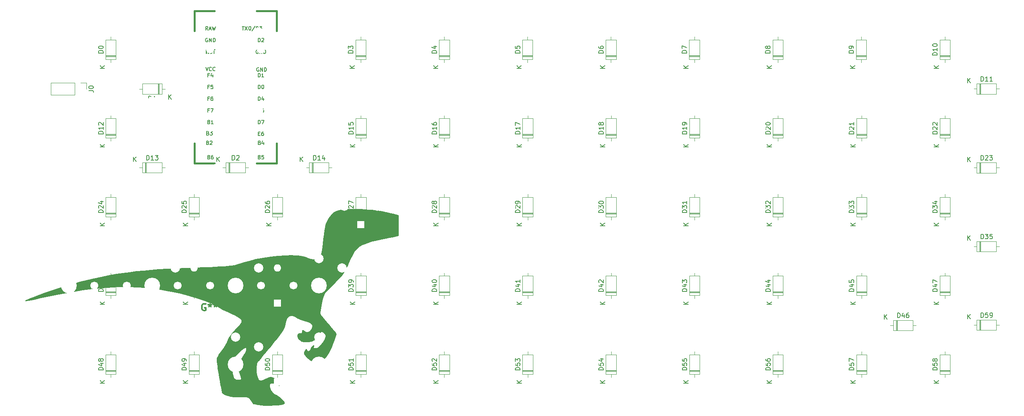
<source format=gto>
G04 #@! TF.GenerationSoftware,KiCad,Pcbnew,7.0.1*
G04 #@! TF.CreationDate,2023-04-06T13:44:27+02:00*
G04 #@! TF.ProjectId,t-rex,742d7265-782e-46b6-9963-61645f706362,rev?*
G04 #@! TF.SameCoordinates,Original*
G04 #@! TF.FileFunction,Legend,Top*
G04 #@! TF.FilePolarity,Positive*
%FSLAX46Y46*%
G04 Gerber Fmt 4.6, Leading zero omitted, Abs format (unit mm)*
G04 Created by KiCad (PCBNEW 7.0.1) date 2023-04-06 13:44:27*
%MOMM*%
%LPD*%
G01*
G04 APERTURE LIST*
%ADD10C,0.300000*%
%ADD11C,0.150000*%
%ADD12C,0.120000*%
%ADD13C,0.381000*%
%ADD14R,1.752600X1.752600*%
%ADD15C,1.752600*%
%ADD16R,1.600000X1.600000*%
%ADD17O,1.600000X1.600000*%
%ADD18C,1.700000*%
%ADD19C,3.400000*%
%ADD20C,2.000000*%
%ADD21R,1.700000X1.700000*%
%ADD22O,1.700000X1.700000*%
%ADD23C,4.400000*%
%ADD24C,1.800000*%
G04 APERTURE END LIST*
D10*
X72578572Y-89865357D02*
X72435715Y-89793928D01*
X72435715Y-89793928D02*
X72221429Y-89793928D01*
X72221429Y-89793928D02*
X72007143Y-89865357D01*
X72007143Y-89865357D02*
X71864286Y-90008214D01*
X71864286Y-90008214D02*
X71792857Y-90151071D01*
X71792857Y-90151071D02*
X71721429Y-90436785D01*
X71721429Y-90436785D02*
X71721429Y-90651071D01*
X71721429Y-90651071D02*
X71792857Y-90936785D01*
X71792857Y-90936785D02*
X71864286Y-91079642D01*
X71864286Y-91079642D02*
X72007143Y-91222500D01*
X72007143Y-91222500D02*
X72221429Y-91293928D01*
X72221429Y-91293928D02*
X72364286Y-91293928D01*
X72364286Y-91293928D02*
X72578572Y-91222500D01*
X72578572Y-91222500D02*
X72650000Y-91151071D01*
X72650000Y-91151071D02*
X72650000Y-90651071D01*
X72650000Y-90651071D02*
X72364286Y-90651071D01*
X73507143Y-89793928D02*
X73507143Y-90151071D01*
X73150000Y-90008214D02*
X73507143Y-90151071D01*
X73507143Y-90151071D02*
X73864286Y-90008214D01*
X73292857Y-90436785D02*
X73507143Y-90151071D01*
X73507143Y-90151071D02*
X73721429Y-90436785D01*
X74650000Y-89793928D02*
X74650000Y-90151071D01*
X74292857Y-90008214D02*
X74650000Y-90151071D01*
X74650000Y-90151071D02*
X75007143Y-90008214D01*
X74435714Y-90436785D02*
X74650000Y-90151071D01*
X74650000Y-90151071D02*
X74864286Y-90436785D01*
X75792857Y-89793928D02*
X75792857Y-90151071D01*
X75435714Y-90008214D02*
X75792857Y-90151071D01*
X75792857Y-90151071D02*
X76150000Y-90008214D01*
X75578571Y-90436785D02*
X75792857Y-90151071D01*
X75792857Y-90151071D02*
X76007143Y-90436785D01*
D11*
X60268104Y-45812619D02*
X60268104Y-44812619D01*
X60268104Y-44812619D02*
X60506199Y-44812619D01*
X60506199Y-44812619D02*
X60649056Y-44860238D01*
X60649056Y-44860238D02*
X60744294Y-44955476D01*
X60744294Y-44955476D02*
X60791913Y-45050714D01*
X60791913Y-45050714D02*
X60839532Y-45241190D01*
X60839532Y-45241190D02*
X60839532Y-45384047D01*
X60839532Y-45384047D02*
X60791913Y-45574523D01*
X60791913Y-45574523D02*
X60744294Y-45669761D01*
X60744294Y-45669761D02*
X60649056Y-45765000D01*
X60649056Y-45765000D02*
X60506199Y-45812619D01*
X60506199Y-45812619D02*
X60268104Y-45812619D01*
X61791913Y-45812619D02*
X61220485Y-45812619D01*
X61506199Y-45812619D02*
X61506199Y-44812619D01*
X61506199Y-44812619D02*
X61410961Y-44955476D01*
X61410961Y-44955476D02*
X61315723Y-45050714D01*
X61315723Y-45050714D02*
X61220485Y-45098333D01*
X64554294Y-45492619D02*
X64554294Y-44492619D01*
X65125722Y-45492619D02*
X64697151Y-44921190D01*
X65125722Y-44492619D02*
X64554294Y-45064047D01*
X230867619Y-35914285D02*
X229867619Y-35914285D01*
X229867619Y-35914285D02*
X229867619Y-35676190D01*
X229867619Y-35676190D02*
X229915238Y-35533333D01*
X229915238Y-35533333D02*
X230010476Y-35438095D01*
X230010476Y-35438095D02*
X230105714Y-35390476D01*
X230105714Y-35390476D02*
X230296190Y-35342857D01*
X230296190Y-35342857D02*
X230439047Y-35342857D01*
X230439047Y-35342857D02*
X230629523Y-35390476D01*
X230629523Y-35390476D02*
X230724761Y-35438095D01*
X230724761Y-35438095D02*
X230820000Y-35533333D01*
X230820000Y-35533333D02*
X230867619Y-35676190D01*
X230867619Y-35676190D02*
X230867619Y-35914285D01*
X230867619Y-34390476D02*
X230867619Y-34961904D01*
X230867619Y-34676190D02*
X229867619Y-34676190D01*
X229867619Y-34676190D02*
X230010476Y-34771428D01*
X230010476Y-34771428D02*
X230105714Y-34866666D01*
X230105714Y-34866666D02*
X230153333Y-34961904D01*
X229867619Y-33771428D02*
X229867619Y-33676190D01*
X229867619Y-33676190D02*
X229915238Y-33580952D01*
X229915238Y-33580952D02*
X229962857Y-33533333D01*
X229962857Y-33533333D02*
X230058095Y-33485714D01*
X230058095Y-33485714D02*
X230248571Y-33438095D01*
X230248571Y-33438095D02*
X230486666Y-33438095D01*
X230486666Y-33438095D02*
X230677142Y-33485714D01*
X230677142Y-33485714D02*
X230772380Y-33533333D01*
X230772380Y-33533333D02*
X230820000Y-33580952D01*
X230820000Y-33580952D02*
X230867619Y-33676190D01*
X230867619Y-33676190D02*
X230867619Y-33771428D01*
X230867619Y-33771428D02*
X230820000Y-33866666D01*
X230820000Y-33866666D02*
X230772380Y-33914285D01*
X230772380Y-33914285D02*
X230677142Y-33961904D01*
X230677142Y-33961904D02*
X230486666Y-34009523D01*
X230486666Y-34009523D02*
X230248571Y-34009523D01*
X230248571Y-34009523D02*
X230058095Y-33961904D01*
X230058095Y-33961904D02*
X229962857Y-33914285D01*
X229962857Y-33914285D02*
X229915238Y-33866666D01*
X229915238Y-33866666D02*
X229867619Y-33771428D01*
X231187619Y-38771904D02*
X230187619Y-38771904D01*
X231187619Y-38200476D02*
X230616190Y-38629047D01*
X230187619Y-38200476D02*
X230759047Y-38771904D01*
X47269438Y-43583333D02*
X47983723Y-43583333D01*
X47983723Y-43583333D02*
X48126580Y-43630952D01*
X48126580Y-43630952D02*
X48221819Y-43726190D01*
X48221819Y-43726190D02*
X48269438Y-43869047D01*
X48269438Y-43869047D02*
X48269438Y-43964285D01*
X47269438Y-42916666D02*
X47269438Y-42821428D01*
X47269438Y-42821428D02*
X47317057Y-42726190D01*
X47317057Y-42726190D02*
X47364676Y-42678571D01*
X47364676Y-42678571D02*
X47459914Y-42630952D01*
X47459914Y-42630952D02*
X47650390Y-42583333D01*
X47650390Y-42583333D02*
X47888485Y-42583333D01*
X47888485Y-42583333D02*
X48078961Y-42630952D01*
X48078961Y-42630952D02*
X48174199Y-42678571D01*
X48174199Y-42678571D02*
X48221819Y-42726190D01*
X48221819Y-42726190D02*
X48269438Y-42821428D01*
X48269438Y-42821428D02*
X48269438Y-42916666D01*
X48269438Y-42916666D02*
X48221819Y-43011904D01*
X48221819Y-43011904D02*
X48174199Y-43059523D01*
X48174199Y-43059523D02*
X48078961Y-43107142D01*
X48078961Y-43107142D02*
X47888485Y-43154761D01*
X47888485Y-43154761D02*
X47650390Y-43154761D01*
X47650390Y-43154761D02*
X47459914Y-43107142D01*
X47459914Y-43107142D02*
X47364676Y-43059523D01*
X47364676Y-43059523D02*
X47317057Y-43011904D01*
X47317057Y-43011904D02*
X47269438Y-42916666D01*
X230892618Y-70039285D02*
X229892618Y-70039285D01*
X229892618Y-70039285D02*
X229892618Y-69801190D01*
X229892618Y-69801190D02*
X229940237Y-69658333D01*
X229940237Y-69658333D02*
X230035475Y-69563095D01*
X230035475Y-69563095D02*
X230130713Y-69515476D01*
X230130713Y-69515476D02*
X230321189Y-69467857D01*
X230321189Y-69467857D02*
X230464046Y-69467857D01*
X230464046Y-69467857D02*
X230654522Y-69515476D01*
X230654522Y-69515476D02*
X230749760Y-69563095D01*
X230749760Y-69563095D02*
X230844999Y-69658333D01*
X230844999Y-69658333D02*
X230892618Y-69801190D01*
X230892618Y-69801190D02*
X230892618Y-70039285D01*
X229892618Y-69134523D02*
X229892618Y-68515476D01*
X229892618Y-68515476D02*
X230273570Y-68848809D01*
X230273570Y-68848809D02*
X230273570Y-68705952D01*
X230273570Y-68705952D02*
X230321189Y-68610714D01*
X230321189Y-68610714D02*
X230368808Y-68563095D01*
X230368808Y-68563095D02*
X230464046Y-68515476D01*
X230464046Y-68515476D02*
X230702141Y-68515476D01*
X230702141Y-68515476D02*
X230797379Y-68563095D01*
X230797379Y-68563095D02*
X230844999Y-68610714D01*
X230844999Y-68610714D02*
X230892618Y-68705952D01*
X230892618Y-68705952D02*
X230892618Y-68991666D01*
X230892618Y-68991666D02*
X230844999Y-69086904D01*
X230844999Y-69086904D02*
X230797379Y-69134523D01*
X230225951Y-67658333D02*
X230892618Y-67658333D01*
X229844999Y-67896428D02*
X230559284Y-68134523D01*
X230559284Y-68134523D02*
X230559284Y-67515476D01*
X231212618Y-72896904D02*
X230212618Y-72896904D01*
X231212618Y-72325476D02*
X230641189Y-72754047D01*
X230212618Y-72325476D02*
X230784046Y-72896904D01*
X194742619Y-70039285D02*
X193742619Y-70039285D01*
X193742619Y-70039285D02*
X193742619Y-69801190D01*
X193742619Y-69801190D02*
X193790238Y-69658333D01*
X193790238Y-69658333D02*
X193885476Y-69563095D01*
X193885476Y-69563095D02*
X193980714Y-69515476D01*
X193980714Y-69515476D02*
X194171190Y-69467857D01*
X194171190Y-69467857D02*
X194314047Y-69467857D01*
X194314047Y-69467857D02*
X194504523Y-69515476D01*
X194504523Y-69515476D02*
X194599761Y-69563095D01*
X194599761Y-69563095D02*
X194695000Y-69658333D01*
X194695000Y-69658333D02*
X194742619Y-69801190D01*
X194742619Y-69801190D02*
X194742619Y-70039285D01*
X193742619Y-69134523D02*
X193742619Y-68515476D01*
X193742619Y-68515476D02*
X194123571Y-68848809D01*
X194123571Y-68848809D02*
X194123571Y-68705952D01*
X194123571Y-68705952D02*
X194171190Y-68610714D01*
X194171190Y-68610714D02*
X194218809Y-68563095D01*
X194218809Y-68563095D02*
X194314047Y-68515476D01*
X194314047Y-68515476D02*
X194552142Y-68515476D01*
X194552142Y-68515476D02*
X194647380Y-68563095D01*
X194647380Y-68563095D02*
X194695000Y-68610714D01*
X194695000Y-68610714D02*
X194742619Y-68705952D01*
X194742619Y-68705952D02*
X194742619Y-68991666D01*
X194742619Y-68991666D02*
X194695000Y-69086904D01*
X194695000Y-69086904D02*
X194647380Y-69134523D01*
X193837857Y-68134523D02*
X193790238Y-68086904D01*
X193790238Y-68086904D02*
X193742619Y-67991666D01*
X193742619Y-67991666D02*
X193742619Y-67753571D01*
X193742619Y-67753571D02*
X193790238Y-67658333D01*
X193790238Y-67658333D02*
X193837857Y-67610714D01*
X193837857Y-67610714D02*
X193933095Y-67563095D01*
X193933095Y-67563095D02*
X194028333Y-67563095D01*
X194028333Y-67563095D02*
X194171190Y-67610714D01*
X194171190Y-67610714D02*
X194742619Y-68182142D01*
X194742619Y-68182142D02*
X194742619Y-67563095D01*
X195062619Y-72896904D02*
X194062619Y-72896904D01*
X195062619Y-72325476D02*
X194491190Y-72754047D01*
X194062619Y-72325476D02*
X194634047Y-72896904D01*
X230892618Y-104164285D02*
X229892618Y-104164285D01*
X229892618Y-104164285D02*
X229892618Y-103926190D01*
X229892618Y-103926190D02*
X229940237Y-103783333D01*
X229940237Y-103783333D02*
X230035475Y-103688095D01*
X230035475Y-103688095D02*
X230130713Y-103640476D01*
X230130713Y-103640476D02*
X230321189Y-103592857D01*
X230321189Y-103592857D02*
X230464046Y-103592857D01*
X230464046Y-103592857D02*
X230654522Y-103640476D01*
X230654522Y-103640476D02*
X230749760Y-103688095D01*
X230749760Y-103688095D02*
X230844999Y-103783333D01*
X230844999Y-103783333D02*
X230892618Y-103926190D01*
X230892618Y-103926190D02*
X230892618Y-104164285D01*
X229892618Y-102688095D02*
X229892618Y-103164285D01*
X229892618Y-103164285D02*
X230368808Y-103211904D01*
X230368808Y-103211904D02*
X230321189Y-103164285D01*
X230321189Y-103164285D02*
X230273570Y-103069047D01*
X230273570Y-103069047D02*
X230273570Y-102830952D01*
X230273570Y-102830952D02*
X230321189Y-102735714D01*
X230321189Y-102735714D02*
X230368808Y-102688095D01*
X230368808Y-102688095D02*
X230464046Y-102640476D01*
X230464046Y-102640476D02*
X230702141Y-102640476D01*
X230702141Y-102640476D02*
X230797379Y-102688095D01*
X230797379Y-102688095D02*
X230844999Y-102735714D01*
X230844999Y-102735714D02*
X230892618Y-102830952D01*
X230892618Y-102830952D02*
X230892618Y-103069047D01*
X230892618Y-103069047D02*
X230844999Y-103164285D01*
X230844999Y-103164285D02*
X230797379Y-103211904D01*
X230321189Y-102069047D02*
X230273570Y-102164285D01*
X230273570Y-102164285D02*
X230225951Y-102211904D01*
X230225951Y-102211904D02*
X230130713Y-102259523D01*
X230130713Y-102259523D02*
X230083094Y-102259523D01*
X230083094Y-102259523D02*
X229987856Y-102211904D01*
X229987856Y-102211904D02*
X229940237Y-102164285D01*
X229940237Y-102164285D02*
X229892618Y-102069047D01*
X229892618Y-102069047D02*
X229892618Y-101878571D01*
X229892618Y-101878571D02*
X229940237Y-101783333D01*
X229940237Y-101783333D02*
X229987856Y-101735714D01*
X229987856Y-101735714D02*
X230083094Y-101688095D01*
X230083094Y-101688095D02*
X230130713Y-101688095D01*
X230130713Y-101688095D02*
X230225951Y-101735714D01*
X230225951Y-101735714D02*
X230273570Y-101783333D01*
X230273570Y-101783333D02*
X230321189Y-101878571D01*
X230321189Y-101878571D02*
X230321189Y-102069047D01*
X230321189Y-102069047D02*
X230368808Y-102164285D01*
X230368808Y-102164285D02*
X230416427Y-102211904D01*
X230416427Y-102211904D02*
X230511665Y-102259523D01*
X230511665Y-102259523D02*
X230702141Y-102259523D01*
X230702141Y-102259523D02*
X230797379Y-102211904D01*
X230797379Y-102211904D02*
X230844999Y-102164285D01*
X230844999Y-102164285D02*
X230892618Y-102069047D01*
X230892618Y-102069047D02*
X230892618Y-101878571D01*
X230892618Y-101878571D02*
X230844999Y-101783333D01*
X230844999Y-101783333D02*
X230797379Y-101735714D01*
X230797379Y-101735714D02*
X230702141Y-101688095D01*
X230702141Y-101688095D02*
X230511665Y-101688095D01*
X230511665Y-101688095D02*
X230416427Y-101735714D01*
X230416427Y-101735714D02*
X230368808Y-101783333D01*
X230368808Y-101783333D02*
X230321189Y-101878571D01*
X231212618Y-107021904D02*
X230212618Y-107021904D01*
X231212618Y-106450476D02*
X230641189Y-106879047D01*
X230212618Y-106450476D02*
X230784046Y-107021904D01*
X104511958Y-52976785D02*
X103511958Y-52976785D01*
X103511958Y-52976785D02*
X103511958Y-52738690D01*
X103511958Y-52738690D02*
X103559577Y-52595833D01*
X103559577Y-52595833D02*
X103654815Y-52500595D01*
X103654815Y-52500595D02*
X103750053Y-52452976D01*
X103750053Y-52452976D02*
X103940529Y-52405357D01*
X103940529Y-52405357D02*
X104083386Y-52405357D01*
X104083386Y-52405357D02*
X104273862Y-52452976D01*
X104273862Y-52452976D02*
X104369100Y-52500595D01*
X104369100Y-52500595D02*
X104464339Y-52595833D01*
X104464339Y-52595833D02*
X104511958Y-52738690D01*
X104511958Y-52738690D02*
X104511958Y-52976785D01*
X104511958Y-51452976D02*
X104511958Y-52024404D01*
X104511958Y-51738690D02*
X103511958Y-51738690D01*
X103511958Y-51738690D02*
X103654815Y-51833928D01*
X103654815Y-51833928D02*
X103750053Y-51929166D01*
X103750053Y-51929166D02*
X103797672Y-52024404D01*
X103511958Y-50548214D02*
X103511958Y-51024404D01*
X103511958Y-51024404D02*
X103988148Y-51072023D01*
X103988148Y-51072023D02*
X103940529Y-51024404D01*
X103940529Y-51024404D02*
X103892910Y-50929166D01*
X103892910Y-50929166D02*
X103892910Y-50691071D01*
X103892910Y-50691071D02*
X103940529Y-50595833D01*
X103940529Y-50595833D02*
X103988148Y-50548214D01*
X103988148Y-50548214D02*
X104083386Y-50500595D01*
X104083386Y-50500595D02*
X104321481Y-50500595D01*
X104321481Y-50500595D02*
X104416719Y-50548214D01*
X104416719Y-50548214D02*
X104464339Y-50595833D01*
X104464339Y-50595833D02*
X104511958Y-50691071D01*
X104511958Y-50691071D02*
X104511958Y-50929166D01*
X104511958Y-50929166D02*
X104464339Y-51024404D01*
X104464339Y-51024404D02*
X104416719Y-51072023D01*
X104831958Y-55834404D02*
X103831958Y-55834404D01*
X104831958Y-55262976D02*
X104260529Y-55691547D01*
X103831958Y-55262976D02*
X104403386Y-55834404D01*
X158642619Y-87101785D02*
X157642619Y-87101785D01*
X157642619Y-87101785D02*
X157642619Y-86863690D01*
X157642619Y-86863690D02*
X157690238Y-86720833D01*
X157690238Y-86720833D02*
X157785476Y-86625595D01*
X157785476Y-86625595D02*
X157880714Y-86577976D01*
X157880714Y-86577976D02*
X158071190Y-86530357D01*
X158071190Y-86530357D02*
X158214047Y-86530357D01*
X158214047Y-86530357D02*
X158404523Y-86577976D01*
X158404523Y-86577976D02*
X158499761Y-86625595D01*
X158499761Y-86625595D02*
X158595000Y-86720833D01*
X158595000Y-86720833D02*
X158642619Y-86863690D01*
X158642619Y-86863690D02*
X158642619Y-87101785D01*
X157975952Y-85673214D02*
X158642619Y-85673214D01*
X157595000Y-85911309D02*
X158309285Y-86149404D01*
X158309285Y-86149404D02*
X158309285Y-85530357D01*
X157737857Y-85197023D02*
X157690238Y-85149404D01*
X157690238Y-85149404D02*
X157642619Y-85054166D01*
X157642619Y-85054166D02*
X157642619Y-84816071D01*
X157642619Y-84816071D02*
X157690238Y-84720833D01*
X157690238Y-84720833D02*
X157737857Y-84673214D01*
X157737857Y-84673214D02*
X157833095Y-84625595D01*
X157833095Y-84625595D02*
X157928333Y-84625595D01*
X157928333Y-84625595D02*
X158071190Y-84673214D01*
X158071190Y-84673214D02*
X158642619Y-85244642D01*
X158642619Y-85244642D02*
X158642619Y-84625595D01*
X158962619Y-89959404D02*
X157962619Y-89959404D01*
X158962619Y-89387976D02*
X158391190Y-89816547D01*
X157962619Y-89387976D02*
X158534047Y-89959404D01*
X140592619Y-87101785D02*
X139592619Y-87101785D01*
X139592619Y-87101785D02*
X139592619Y-86863690D01*
X139592619Y-86863690D02*
X139640238Y-86720833D01*
X139640238Y-86720833D02*
X139735476Y-86625595D01*
X139735476Y-86625595D02*
X139830714Y-86577976D01*
X139830714Y-86577976D02*
X140021190Y-86530357D01*
X140021190Y-86530357D02*
X140164047Y-86530357D01*
X140164047Y-86530357D02*
X140354523Y-86577976D01*
X140354523Y-86577976D02*
X140449761Y-86625595D01*
X140449761Y-86625595D02*
X140545000Y-86720833D01*
X140545000Y-86720833D02*
X140592619Y-86863690D01*
X140592619Y-86863690D02*
X140592619Y-87101785D01*
X139925952Y-85673214D02*
X140592619Y-85673214D01*
X139545000Y-85911309D02*
X140259285Y-86149404D01*
X140259285Y-86149404D02*
X140259285Y-85530357D01*
X140592619Y-84625595D02*
X140592619Y-85197023D01*
X140592619Y-84911309D02*
X139592619Y-84911309D01*
X139592619Y-84911309D02*
X139735476Y-85006547D01*
X139735476Y-85006547D02*
X139830714Y-85101785D01*
X139830714Y-85101785D02*
X139878333Y-85197023D01*
X140912619Y-89959404D02*
X139912619Y-89959404D01*
X140912619Y-89387976D02*
X140341190Y-89816547D01*
X139912619Y-89387976D02*
X140484047Y-89959404D01*
X104467619Y-35438094D02*
X103467619Y-35438094D01*
X103467619Y-35438094D02*
X103467619Y-35199999D01*
X103467619Y-35199999D02*
X103515238Y-35057142D01*
X103515238Y-35057142D02*
X103610476Y-34961904D01*
X103610476Y-34961904D02*
X103705714Y-34914285D01*
X103705714Y-34914285D02*
X103896190Y-34866666D01*
X103896190Y-34866666D02*
X104039047Y-34866666D01*
X104039047Y-34866666D02*
X104229523Y-34914285D01*
X104229523Y-34914285D02*
X104324761Y-34961904D01*
X104324761Y-34961904D02*
X104420000Y-35057142D01*
X104420000Y-35057142D02*
X104467619Y-35199999D01*
X104467619Y-35199999D02*
X104467619Y-35438094D01*
X103467619Y-34533332D02*
X103467619Y-33914285D01*
X103467619Y-33914285D02*
X103848571Y-34247618D01*
X103848571Y-34247618D02*
X103848571Y-34104761D01*
X103848571Y-34104761D02*
X103896190Y-34009523D01*
X103896190Y-34009523D02*
X103943809Y-33961904D01*
X103943809Y-33961904D02*
X104039047Y-33914285D01*
X104039047Y-33914285D02*
X104277142Y-33914285D01*
X104277142Y-33914285D02*
X104372380Y-33961904D01*
X104372380Y-33961904D02*
X104420000Y-34009523D01*
X104420000Y-34009523D02*
X104467619Y-34104761D01*
X104467619Y-34104761D02*
X104467619Y-34390475D01*
X104467619Y-34390475D02*
X104420000Y-34485713D01*
X104420000Y-34485713D02*
X104372380Y-34533332D01*
X104787619Y-38771904D02*
X103787619Y-38771904D01*
X104787619Y-38200476D02*
X104216190Y-38629047D01*
X103787619Y-38200476D02*
X104359047Y-38771904D01*
X122542619Y-87101785D02*
X121542619Y-87101785D01*
X121542619Y-87101785D02*
X121542619Y-86863690D01*
X121542619Y-86863690D02*
X121590238Y-86720833D01*
X121590238Y-86720833D02*
X121685476Y-86625595D01*
X121685476Y-86625595D02*
X121780714Y-86577976D01*
X121780714Y-86577976D02*
X121971190Y-86530357D01*
X121971190Y-86530357D02*
X122114047Y-86530357D01*
X122114047Y-86530357D02*
X122304523Y-86577976D01*
X122304523Y-86577976D02*
X122399761Y-86625595D01*
X122399761Y-86625595D02*
X122495000Y-86720833D01*
X122495000Y-86720833D02*
X122542619Y-86863690D01*
X122542619Y-86863690D02*
X122542619Y-87101785D01*
X121875952Y-85673214D02*
X122542619Y-85673214D01*
X121495000Y-85911309D02*
X122209285Y-86149404D01*
X122209285Y-86149404D02*
X122209285Y-85530357D01*
X121542619Y-84958928D02*
X121542619Y-84863690D01*
X121542619Y-84863690D02*
X121590238Y-84768452D01*
X121590238Y-84768452D02*
X121637857Y-84720833D01*
X121637857Y-84720833D02*
X121733095Y-84673214D01*
X121733095Y-84673214D02*
X121923571Y-84625595D01*
X121923571Y-84625595D02*
X122161666Y-84625595D01*
X122161666Y-84625595D02*
X122352142Y-84673214D01*
X122352142Y-84673214D02*
X122447380Y-84720833D01*
X122447380Y-84720833D02*
X122495000Y-84768452D01*
X122495000Y-84768452D02*
X122542619Y-84863690D01*
X122542619Y-84863690D02*
X122542619Y-84958928D01*
X122542619Y-84958928D02*
X122495000Y-85054166D01*
X122495000Y-85054166D02*
X122447380Y-85101785D01*
X122447380Y-85101785D02*
X122352142Y-85149404D01*
X122352142Y-85149404D02*
X122161666Y-85197023D01*
X122161666Y-85197023D02*
X121923571Y-85197023D01*
X121923571Y-85197023D02*
X121733095Y-85149404D01*
X121733095Y-85149404D02*
X121637857Y-85101785D01*
X121637857Y-85101785D02*
X121590238Y-85054166D01*
X121590238Y-85054166D02*
X121542619Y-84958928D01*
X122862619Y-89959404D02*
X121862619Y-89959404D01*
X122862619Y-89387976D02*
X122291190Y-89816547D01*
X121862619Y-89387976D02*
X122434047Y-89959404D01*
X122542619Y-104164285D02*
X121542619Y-104164285D01*
X121542619Y-104164285D02*
X121542619Y-103926190D01*
X121542619Y-103926190D02*
X121590238Y-103783333D01*
X121590238Y-103783333D02*
X121685476Y-103688095D01*
X121685476Y-103688095D02*
X121780714Y-103640476D01*
X121780714Y-103640476D02*
X121971190Y-103592857D01*
X121971190Y-103592857D02*
X122114047Y-103592857D01*
X122114047Y-103592857D02*
X122304523Y-103640476D01*
X122304523Y-103640476D02*
X122399761Y-103688095D01*
X122399761Y-103688095D02*
X122495000Y-103783333D01*
X122495000Y-103783333D02*
X122542619Y-103926190D01*
X122542619Y-103926190D02*
X122542619Y-104164285D01*
X121542619Y-102688095D02*
X121542619Y-103164285D01*
X121542619Y-103164285D02*
X122018809Y-103211904D01*
X122018809Y-103211904D02*
X121971190Y-103164285D01*
X121971190Y-103164285D02*
X121923571Y-103069047D01*
X121923571Y-103069047D02*
X121923571Y-102830952D01*
X121923571Y-102830952D02*
X121971190Y-102735714D01*
X121971190Y-102735714D02*
X122018809Y-102688095D01*
X122018809Y-102688095D02*
X122114047Y-102640476D01*
X122114047Y-102640476D02*
X122352142Y-102640476D01*
X122352142Y-102640476D02*
X122447380Y-102688095D01*
X122447380Y-102688095D02*
X122495000Y-102735714D01*
X122495000Y-102735714D02*
X122542619Y-102830952D01*
X122542619Y-102830952D02*
X122542619Y-103069047D01*
X122542619Y-103069047D02*
X122495000Y-103164285D01*
X122495000Y-103164285D02*
X122447380Y-103211904D01*
X121637857Y-102259523D02*
X121590238Y-102211904D01*
X121590238Y-102211904D02*
X121542619Y-102116666D01*
X121542619Y-102116666D02*
X121542619Y-101878571D01*
X121542619Y-101878571D02*
X121590238Y-101783333D01*
X121590238Y-101783333D02*
X121637857Y-101735714D01*
X121637857Y-101735714D02*
X121733095Y-101688095D01*
X121733095Y-101688095D02*
X121828333Y-101688095D01*
X121828333Y-101688095D02*
X121971190Y-101735714D01*
X121971190Y-101735714D02*
X122542619Y-102307142D01*
X122542619Y-102307142D02*
X122542619Y-101688095D01*
X122862619Y-107021904D02*
X121862619Y-107021904D01*
X122862619Y-106450476D02*
X122291190Y-106879047D01*
X121862619Y-106450476D02*
X122434047Y-107021904D01*
X176692619Y-104164285D02*
X175692619Y-104164285D01*
X175692619Y-104164285D02*
X175692619Y-103926190D01*
X175692619Y-103926190D02*
X175740238Y-103783333D01*
X175740238Y-103783333D02*
X175835476Y-103688095D01*
X175835476Y-103688095D02*
X175930714Y-103640476D01*
X175930714Y-103640476D02*
X176121190Y-103592857D01*
X176121190Y-103592857D02*
X176264047Y-103592857D01*
X176264047Y-103592857D02*
X176454523Y-103640476D01*
X176454523Y-103640476D02*
X176549761Y-103688095D01*
X176549761Y-103688095D02*
X176645000Y-103783333D01*
X176645000Y-103783333D02*
X176692619Y-103926190D01*
X176692619Y-103926190D02*
X176692619Y-104164285D01*
X175692619Y-102688095D02*
X175692619Y-103164285D01*
X175692619Y-103164285D02*
X176168809Y-103211904D01*
X176168809Y-103211904D02*
X176121190Y-103164285D01*
X176121190Y-103164285D02*
X176073571Y-103069047D01*
X176073571Y-103069047D02*
X176073571Y-102830952D01*
X176073571Y-102830952D02*
X176121190Y-102735714D01*
X176121190Y-102735714D02*
X176168809Y-102688095D01*
X176168809Y-102688095D02*
X176264047Y-102640476D01*
X176264047Y-102640476D02*
X176502142Y-102640476D01*
X176502142Y-102640476D02*
X176597380Y-102688095D01*
X176597380Y-102688095D02*
X176645000Y-102735714D01*
X176645000Y-102735714D02*
X176692619Y-102830952D01*
X176692619Y-102830952D02*
X176692619Y-103069047D01*
X176692619Y-103069047D02*
X176645000Y-103164285D01*
X176645000Y-103164285D02*
X176597380Y-103211904D01*
X175692619Y-101735714D02*
X175692619Y-102211904D01*
X175692619Y-102211904D02*
X176168809Y-102259523D01*
X176168809Y-102259523D02*
X176121190Y-102211904D01*
X176121190Y-102211904D02*
X176073571Y-102116666D01*
X176073571Y-102116666D02*
X176073571Y-101878571D01*
X176073571Y-101878571D02*
X176121190Y-101783333D01*
X176121190Y-101783333D02*
X176168809Y-101735714D01*
X176168809Y-101735714D02*
X176264047Y-101688095D01*
X176264047Y-101688095D02*
X176502142Y-101688095D01*
X176502142Y-101688095D02*
X176597380Y-101735714D01*
X176597380Y-101735714D02*
X176645000Y-101783333D01*
X176645000Y-101783333D02*
X176692619Y-101878571D01*
X176692619Y-101878571D02*
X176692619Y-102116666D01*
X176692619Y-102116666D02*
X176645000Y-102211904D01*
X176645000Y-102211904D02*
X176597380Y-102259523D01*
X177012619Y-107021904D02*
X176012619Y-107021904D01*
X177012619Y-106450476D02*
X176441190Y-106879047D01*
X176012619Y-106450476D02*
X176584047Y-107021904D01*
X212767619Y-35438094D02*
X211767619Y-35438094D01*
X211767619Y-35438094D02*
X211767619Y-35199999D01*
X211767619Y-35199999D02*
X211815238Y-35057142D01*
X211815238Y-35057142D02*
X211910476Y-34961904D01*
X211910476Y-34961904D02*
X212005714Y-34914285D01*
X212005714Y-34914285D02*
X212196190Y-34866666D01*
X212196190Y-34866666D02*
X212339047Y-34866666D01*
X212339047Y-34866666D02*
X212529523Y-34914285D01*
X212529523Y-34914285D02*
X212624761Y-34961904D01*
X212624761Y-34961904D02*
X212720000Y-35057142D01*
X212720000Y-35057142D02*
X212767619Y-35199999D01*
X212767619Y-35199999D02*
X212767619Y-35438094D01*
X212767619Y-34390475D02*
X212767619Y-34199999D01*
X212767619Y-34199999D02*
X212720000Y-34104761D01*
X212720000Y-34104761D02*
X212672380Y-34057142D01*
X212672380Y-34057142D02*
X212529523Y-33961904D01*
X212529523Y-33961904D02*
X212339047Y-33914285D01*
X212339047Y-33914285D02*
X211958095Y-33914285D01*
X211958095Y-33914285D02*
X211862857Y-33961904D01*
X211862857Y-33961904D02*
X211815238Y-34009523D01*
X211815238Y-34009523D02*
X211767619Y-34104761D01*
X211767619Y-34104761D02*
X211767619Y-34295237D01*
X211767619Y-34295237D02*
X211815238Y-34390475D01*
X211815238Y-34390475D02*
X211862857Y-34438094D01*
X211862857Y-34438094D02*
X211958095Y-34485713D01*
X211958095Y-34485713D02*
X212196190Y-34485713D01*
X212196190Y-34485713D02*
X212291428Y-34438094D01*
X212291428Y-34438094D02*
X212339047Y-34390475D01*
X212339047Y-34390475D02*
X212386666Y-34295237D01*
X212386666Y-34295237D02*
X212386666Y-34104761D01*
X212386666Y-34104761D02*
X212339047Y-34009523D01*
X212339047Y-34009523D02*
X212291428Y-33961904D01*
X212291428Y-33961904D02*
X212196190Y-33914285D01*
X213087619Y-38771904D02*
X212087619Y-38771904D01*
X213087619Y-38200476D02*
X212516190Y-38629047D01*
X212087619Y-38200476D02*
X212659047Y-38771904D01*
X240335713Y-92767619D02*
X240335713Y-91767619D01*
X240335713Y-91767619D02*
X240573808Y-91767619D01*
X240573808Y-91767619D02*
X240716665Y-91815238D01*
X240716665Y-91815238D02*
X240811903Y-91910476D01*
X240811903Y-91910476D02*
X240859522Y-92005714D01*
X240859522Y-92005714D02*
X240907141Y-92196190D01*
X240907141Y-92196190D02*
X240907141Y-92339047D01*
X240907141Y-92339047D02*
X240859522Y-92529523D01*
X240859522Y-92529523D02*
X240811903Y-92624761D01*
X240811903Y-92624761D02*
X240716665Y-92720000D01*
X240716665Y-92720000D02*
X240573808Y-92767619D01*
X240573808Y-92767619D02*
X240335713Y-92767619D01*
X241811903Y-91767619D02*
X241335713Y-91767619D01*
X241335713Y-91767619D02*
X241288094Y-92243809D01*
X241288094Y-92243809D02*
X241335713Y-92196190D01*
X241335713Y-92196190D02*
X241430951Y-92148571D01*
X241430951Y-92148571D02*
X241669046Y-92148571D01*
X241669046Y-92148571D02*
X241764284Y-92196190D01*
X241764284Y-92196190D02*
X241811903Y-92243809D01*
X241811903Y-92243809D02*
X241859522Y-92339047D01*
X241859522Y-92339047D02*
X241859522Y-92577142D01*
X241859522Y-92577142D02*
X241811903Y-92672380D01*
X241811903Y-92672380D02*
X241764284Y-92720000D01*
X241764284Y-92720000D02*
X241669046Y-92767619D01*
X241669046Y-92767619D02*
X241430951Y-92767619D01*
X241430951Y-92767619D02*
X241335713Y-92720000D01*
X241335713Y-92720000D02*
X241288094Y-92672380D01*
X242335713Y-92767619D02*
X242526189Y-92767619D01*
X242526189Y-92767619D02*
X242621427Y-92720000D01*
X242621427Y-92720000D02*
X242669046Y-92672380D01*
X242669046Y-92672380D02*
X242764284Y-92529523D01*
X242764284Y-92529523D02*
X242811903Y-92339047D01*
X242811903Y-92339047D02*
X242811903Y-91958095D01*
X242811903Y-91958095D02*
X242764284Y-91862857D01*
X242764284Y-91862857D02*
X242716665Y-91815238D01*
X242716665Y-91815238D02*
X242621427Y-91767619D01*
X242621427Y-91767619D02*
X242430951Y-91767619D01*
X242430951Y-91767619D02*
X242335713Y-91815238D01*
X242335713Y-91815238D02*
X242288094Y-91862857D01*
X242288094Y-91862857D02*
X242240475Y-91958095D01*
X242240475Y-91958095D02*
X242240475Y-92196190D01*
X242240475Y-92196190D02*
X242288094Y-92291428D01*
X242288094Y-92291428D02*
X242335713Y-92339047D01*
X242335713Y-92339047D02*
X242430951Y-92386666D01*
X242430951Y-92386666D02*
X242621427Y-92386666D01*
X242621427Y-92386666D02*
X242716665Y-92339047D01*
X242716665Y-92339047D02*
X242764284Y-92291428D01*
X242764284Y-92291428D02*
X242811903Y-92196190D01*
X237478094Y-93087619D02*
X237478094Y-92087619D01*
X238049522Y-93087619D02*
X237620951Y-92516190D01*
X238049522Y-92087619D02*
X237478094Y-92659047D01*
X68403198Y-104164285D02*
X67403198Y-104164285D01*
X67403198Y-104164285D02*
X67403198Y-103926190D01*
X67403198Y-103926190D02*
X67450817Y-103783333D01*
X67450817Y-103783333D02*
X67546055Y-103688095D01*
X67546055Y-103688095D02*
X67641293Y-103640476D01*
X67641293Y-103640476D02*
X67831769Y-103592857D01*
X67831769Y-103592857D02*
X67974626Y-103592857D01*
X67974626Y-103592857D02*
X68165102Y-103640476D01*
X68165102Y-103640476D02*
X68260340Y-103688095D01*
X68260340Y-103688095D02*
X68355579Y-103783333D01*
X68355579Y-103783333D02*
X68403198Y-103926190D01*
X68403198Y-103926190D02*
X68403198Y-104164285D01*
X67736531Y-102735714D02*
X68403198Y-102735714D01*
X67355579Y-102973809D02*
X68069864Y-103211904D01*
X68069864Y-103211904D02*
X68069864Y-102592857D01*
X68403198Y-102164285D02*
X68403198Y-101973809D01*
X68403198Y-101973809D02*
X68355579Y-101878571D01*
X68355579Y-101878571D02*
X68307959Y-101830952D01*
X68307959Y-101830952D02*
X68165102Y-101735714D01*
X68165102Y-101735714D02*
X67974626Y-101688095D01*
X67974626Y-101688095D02*
X67593674Y-101688095D01*
X67593674Y-101688095D02*
X67498436Y-101735714D01*
X67498436Y-101735714D02*
X67450817Y-101783333D01*
X67450817Y-101783333D02*
X67403198Y-101878571D01*
X67403198Y-101878571D02*
X67403198Y-102069047D01*
X67403198Y-102069047D02*
X67450817Y-102164285D01*
X67450817Y-102164285D02*
X67498436Y-102211904D01*
X67498436Y-102211904D02*
X67593674Y-102259523D01*
X67593674Y-102259523D02*
X67831769Y-102259523D01*
X67831769Y-102259523D02*
X67927007Y-102211904D01*
X67927007Y-102211904D02*
X67974626Y-102164285D01*
X67974626Y-102164285D02*
X68022245Y-102069047D01*
X68022245Y-102069047D02*
X68022245Y-101878571D01*
X68022245Y-101878571D02*
X67974626Y-101783333D01*
X67974626Y-101783333D02*
X67927007Y-101735714D01*
X67927007Y-101735714D02*
X67831769Y-101688095D01*
X68723198Y-107021904D02*
X67723198Y-107021904D01*
X68723198Y-106450476D02*
X68151769Y-106879047D01*
X67723198Y-106450476D02*
X68294626Y-107021904D01*
X194742619Y-87101785D02*
X193742619Y-87101785D01*
X193742619Y-87101785D02*
X193742619Y-86863690D01*
X193742619Y-86863690D02*
X193790238Y-86720833D01*
X193790238Y-86720833D02*
X193885476Y-86625595D01*
X193885476Y-86625595D02*
X193980714Y-86577976D01*
X193980714Y-86577976D02*
X194171190Y-86530357D01*
X194171190Y-86530357D02*
X194314047Y-86530357D01*
X194314047Y-86530357D02*
X194504523Y-86577976D01*
X194504523Y-86577976D02*
X194599761Y-86625595D01*
X194599761Y-86625595D02*
X194695000Y-86720833D01*
X194695000Y-86720833D02*
X194742619Y-86863690D01*
X194742619Y-86863690D02*
X194742619Y-87101785D01*
X194075952Y-85673214D02*
X194742619Y-85673214D01*
X193695000Y-85911309D02*
X194409285Y-86149404D01*
X194409285Y-86149404D02*
X194409285Y-85530357D01*
X194075952Y-84720833D02*
X194742619Y-84720833D01*
X193695000Y-84958928D02*
X194409285Y-85197023D01*
X194409285Y-85197023D02*
X194409285Y-84577976D01*
X195062619Y-89959404D02*
X194062619Y-89959404D01*
X195062619Y-89387976D02*
X194491190Y-89816547D01*
X194062619Y-89387976D02*
X194634047Y-89959404D01*
X68403198Y-87101785D02*
X67403198Y-87101785D01*
X67403198Y-87101785D02*
X67403198Y-86863690D01*
X67403198Y-86863690D02*
X67450817Y-86720833D01*
X67450817Y-86720833D02*
X67546055Y-86625595D01*
X67546055Y-86625595D02*
X67641293Y-86577976D01*
X67641293Y-86577976D02*
X67831769Y-86530357D01*
X67831769Y-86530357D02*
X67974626Y-86530357D01*
X67974626Y-86530357D02*
X68165102Y-86577976D01*
X68165102Y-86577976D02*
X68260340Y-86625595D01*
X68260340Y-86625595D02*
X68355579Y-86720833D01*
X68355579Y-86720833D02*
X68403198Y-86863690D01*
X68403198Y-86863690D02*
X68403198Y-87101785D01*
X67403198Y-86197023D02*
X67403198Y-85577976D01*
X67403198Y-85577976D02*
X67784150Y-85911309D01*
X67784150Y-85911309D02*
X67784150Y-85768452D01*
X67784150Y-85768452D02*
X67831769Y-85673214D01*
X67831769Y-85673214D02*
X67879388Y-85625595D01*
X67879388Y-85625595D02*
X67974626Y-85577976D01*
X67974626Y-85577976D02*
X68212721Y-85577976D01*
X68212721Y-85577976D02*
X68307959Y-85625595D01*
X68307959Y-85625595D02*
X68355579Y-85673214D01*
X68355579Y-85673214D02*
X68403198Y-85768452D01*
X68403198Y-85768452D02*
X68403198Y-86054166D01*
X68403198Y-86054166D02*
X68355579Y-86149404D01*
X68355579Y-86149404D02*
X68307959Y-86197023D01*
X67403198Y-85244642D02*
X67403198Y-84577976D01*
X67403198Y-84577976D02*
X68403198Y-85006547D01*
X68723198Y-89959404D02*
X67723198Y-89959404D01*
X68723198Y-89387976D02*
X68151769Y-89816547D01*
X67723198Y-89387976D02*
X68294626Y-89959404D01*
X176692619Y-70039285D02*
X175692619Y-70039285D01*
X175692619Y-70039285D02*
X175692619Y-69801190D01*
X175692619Y-69801190D02*
X175740238Y-69658333D01*
X175740238Y-69658333D02*
X175835476Y-69563095D01*
X175835476Y-69563095D02*
X175930714Y-69515476D01*
X175930714Y-69515476D02*
X176121190Y-69467857D01*
X176121190Y-69467857D02*
X176264047Y-69467857D01*
X176264047Y-69467857D02*
X176454523Y-69515476D01*
X176454523Y-69515476D02*
X176549761Y-69563095D01*
X176549761Y-69563095D02*
X176645000Y-69658333D01*
X176645000Y-69658333D02*
X176692619Y-69801190D01*
X176692619Y-69801190D02*
X176692619Y-70039285D01*
X175692619Y-69134523D02*
X175692619Y-68515476D01*
X175692619Y-68515476D02*
X176073571Y-68848809D01*
X176073571Y-68848809D02*
X176073571Y-68705952D01*
X176073571Y-68705952D02*
X176121190Y-68610714D01*
X176121190Y-68610714D02*
X176168809Y-68563095D01*
X176168809Y-68563095D02*
X176264047Y-68515476D01*
X176264047Y-68515476D02*
X176502142Y-68515476D01*
X176502142Y-68515476D02*
X176597380Y-68563095D01*
X176597380Y-68563095D02*
X176645000Y-68610714D01*
X176645000Y-68610714D02*
X176692619Y-68705952D01*
X176692619Y-68705952D02*
X176692619Y-68991666D01*
X176692619Y-68991666D02*
X176645000Y-69086904D01*
X176645000Y-69086904D02*
X176597380Y-69134523D01*
X176692619Y-67563095D02*
X176692619Y-68134523D01*
X176692619Y-67848809D02*
X175692619Y-67848809D01*
X175692619Y-67848809D02*
X175835476Y-67944047D01*
X175835476Y-67944047D02*
X175930714Y-68039285D01*
X175930714Y-68039285D02*
X175978333Y-68134523D01*
X177012619Y-72896904D02*
X176012619Y-72896904D01*
X177012619Y-72325476D02*
X176441190Y-72754047D01*
X176012619Y-72325476D02*
X176584047Y-72896904D01*
X140567619Y-35438094D02*
X139567619Y-35438094D01*
X139567619Y-35438094D02*
X139567619Y-35199999D01*
X139567619Y-35199999D02*
X139615238Y-35057142D01*
X139615238Y-35057142D02*
X139710476Y-34961904D01*
X139710476Y-34961904D02*
X139805714Y-34914285D01*
X139805714Y-34914285D02*
X139996190Y-34866666D01*
X139996190Y-34866666D02*
X140139047Y-34866666D01*
X140139047Y-34866666D02*
X140329523Y-34914285D01*
X140329523Y-34914285D02*
X140424761Y-34961904D01*
X140424761Y-34961904D02*
X140520000Y-35057142D01*
X140520000Y-35057142D02*
X140567619Y-35199999D01*
X140567619Y-35199999D02*
X140567619Y-35438094D01*
X139567619Y-33961904D02*
X139567619Y-34438094D01*
X139567619Y-34438094D02*
X140043809Y-34485713D01*
X140043809Y-34485713D02*
X139996190Y-34438094D01*
X139996190Y-34438094D02*
X139948571Y-34342856D01*
X139948571Y-34342856D02*
X139948571Y-34104761D01*
X139948571Y-34104761D02*
X139996190Y-34009523D01*
X139996190Y-34009523D02*
X140043809Y-33961904D01*
X140043809Y-33961904D02*
X140139047Y-33914285D01*
X140139047Y-33914285D02*
X140377142Y-33914285D01*
X140377142Y-33914285D02*
X140472380Y-33961904D01*
X140472380Y-33961904D02*
X140520000Y-34009523D01*
X140520000Y-34009523D02*
X140567619Y-34104761D01*
X140567619Y-34104761D02*
X140567619Y-34342856D01*
X140567619Y-34342856D02*
X140520000Y-34438094D01*
X140520000Y-34438094D02*
X140472380Y-34485713D01*
X140887619Y-38771904D02*
X139887619Y-38771904D01*
X140887619Y-38200476D02*
X140316190Y-38629047D01*
X139887619Y-38200476D02*
X140459047Y-38771904D01*
X194717619Y-35438094D02*
X193717619Y-35438094D01*
X193717619Y-35438094D02*
X193717619Y-35199999D01*
X193717619Y-35199999D02*
X193765238Y-35057142D01*
X193765238Y-35057142D02*
X193860476Y-34961904D01*
X193860476Y-34961904D02*
X193955714Y-34914285D01*
X193955714Y-34914285D02*
X194146190Y-34866666D01*
X194146190Y-34866666D02*
X194289047Y-34866666D01*
X194289047Y-34866666D02*
X194479523Y-34914285D01*
X194479523Y-34914285D02*
X194574761Y-34961904D01*
X194574761Y-34961904D02*
X194670000Y-35057142D01*
X194670000Y-35057142D02*
X194717619Y-35199999D01*
X194717619Y-35199999D02*
X194717619Y-35438094D01*
X194146190Y-34295237D02*
X194098571Y-34390475D01*
X194098571Y-34390475D02*
X194050952Y-34438094D01*
X194050952Y-34438094D02*
X193955714Y-34485713D01*
X193955714Y-34485713D02*
X193908095Y-34485713D01*
X193908095Y-34485713D02*
X193812857Y-34438094D01*
X193812857Y-34438094D02*
X193765238Y-34390475D01*
X193765238Y-34390475D02*
X193717619Y-34295237D01*
X193717619Y-34295237D02*
X193717619Y-34104761D01*
X193717619Y-34104761D02*
X193765238Y-34009523D01*
X193765238Y-34009523D02*
X193812857Y-33961904D01*
X193812857Y-33961904D02*
X193908095Y-33914285D01*
X193908095Y-33914285D02*
X193955714Y-33914285D01*
X193955714Y-33914285D02*
X194050952Y-33961904D01*
X194050952Y-33961904D02*
X194098571Y-34009523D01*
X194098571Y-34009523D02*
X194146190Y-34104761D01*
X194146190Y-34104761D02*
X194146190Y-34295237D01*
X194146190Y-34295237D02*
X194193809Y-34390475D01*
X194193809Y-34390475D02*
X194241428Y-34438094D01*
X194241428Y-34438094D02*
X194336666Y-34485713D01*
X194336666Y-34485713D02*
X194527142Y-34485713D01*
X194527142Y-34485713D02*
X194622380Y-34438094D01*
X194622380Y-34438094D02*
X194670000Y-34390475D01*
X194670000Y-34390475D02*
X194717619Y-34295237D01*
X194717619Y-34295237D02*
X194717619Y-34104761D01*
X194717619Y-34104761D02*
X194670000Y-34009523D01*
X194670000Y-34009523D02*
X194622380Y-33961904D01*
X194622380Y-33961904D02*
X194527142Y-33914285D01*
X194527142Y-33914285D02*
X194336666Y-33914285D01*
X194336666Y-33914285D02*
X194241428Y-33961904D01*
X194241428Y-33961904D02*
X194193809Y-34009523D01*
X194193809Y-34009523D02*
X194146190Y-34104761D01*
X195037619Y-38771904D02*
X194037619Y-38771904D01*
X195037619Y-38200476D02*
X194466190Y-38629047D01*
X194037619Y-38200476D02*
X194609047Y-38771904D01*
X59791913Y-58642619D02*
X59791913Y-57642619D01*
X59791913Y-57642619D02*
X60030008Y-57642619D01*
X60030008Y-57642619D02*
X60172865Y-57690238D01*
X60172865Y-57690238D02*
X60268103Y-57785476D01*
X60268103Y-57785476D02*
X60315722Y-57880714D01*
X60315722Y-57880714D02*
X60363341Y-58071190D01*
X60363341Y-58071190D02*
X60363341Y-58214047D01*
X60363341Y-58214047D02*
X60315722Y-58404523D01*
X60315722Y-58404523D02*
X60268103Y-58499761D01*
X60268103Y-58499761D02*
X60172865Y-58595000D01*
X60172865Y-58595000D02*
X60030008Y-58642619D01*
X60030008Y-58642619D02*
X59791913Y-58642619D01*
X61315722Y-58642619D02*
X60744294Y-58642619D01*
X61030008Y-58642619D02*
X61030008Y-57642619D01*
X61030008Y-57642619D02*
X60934770Y-57785476D01*
X60934770Y-57785476D02*
X60839532Y-57880714D01*
X60839532Y-57880714D02*
X60744294Y-57928333D01*
X61649056Y-57642619D02*
X62268103Y-57642619D01*
X62268103Y-57642619D02*
X61934770Y-58023571D01*
X61934770Y-58023571D02*
X62077627Y-58023571D01*
X62077627Y-58023571D02*
X62172865Y-58071190D01*
X62172865Y-58071190D02*
X62220484Y-58118809D01*
X62220484Y-58118809D02*
X62268103Y-58214047D01*
X62268103Y-58214047D02*
X62268103Y-58452142D01*
X62268103Y-58452142D02*
X62220484Y-58547380D01*
X62220484Y-58547380D02*
X62172865Y-58595000D01*
X62172865Y-58595000D02*
X62077627Y-58642619D01*
X62077627Y-58642619D02*
X61791913Y-58642619D01*
X61791913Y-58642619D02*
X61696675Y-58595000D01*
X61696675Y-58595000D02*
X61649056Y-58547380D01*
X56934294Y-58962619D02*
X56934294Y-57962619D01*
X57505722Y-58962619D02*
X57077151Y-58391190D01*
X57505722Y-57962619D02*
X56934294Y-58534047D01*
X222281333Y-92817619D02*
X222281333Y-91817619D01*
X222281333Y-91817619D02*
X222519428Y-91817619D01*
X222519428Y-91817619D02*
X222662285Y-91865238D01*
X222662285Y-91865238D02*
X222757523Y-91960476D01*
X222757523Y-91960476D02*
X222805142Y-92055714D01*
X222805142Y-92055714D02*
X222852761Y-92246190D01*
X222852761Y-92246190D02*
X222852761Y-92389047D01*
X222852761Y-92389047D02*
X222805142Y-92579523D01*
X222805142Y-92579523D02*
X222757523Y-92674761D01*
X222757523Y-92674761D02*
X222662285Y-92770000D01*
X222662285Y-92770000D02*
X222519428Y-92817619D01*
X222519428Y-92817619D02*
X222281333Y-92817619D01*
X223709904Y-92150952D02*
X223709904Y-92817619D01*
X223471809Y-91770000D02*
X223233714Y-92484285D01*
X223233714Y-92484285D02*
X223852761Y-92484285D01*
X224662285Y-91817619D02*
X224471809Y-91817619D01*
X224471809Y-91817619D02*
X224376571Y-91865238D01*
X224376571Y-91865238D02*
X224328952Y-91912857D01*
X224328952Y-91912857D02*
X224233714Y-92055714D01*
X224233714Y-92055714D02*
X224186095Y-92246190D01*
X224186095Y-92246190D02*
X224186095Y-92627142D01*
X224186095Y-92627142D02*
X224233714Y-92722380D01*
X224233714Y-92722380D02*
X224281333Y-92770000D01*
X224281333Y-92770000D02*
X224376571Y-92817619D01*
X224376571Y-92817619D02*
X224567047Y-92817619D01*
X224567047Y-92817619D02*
X224662285Y-92770000D01*
X224662285Y-92770000D02*
X224709904Y-92722380D01*
X224709904Y-92722380D02*
X224757523Y-92627142D01*
X224757523Y-92627142D02*
X224757523Y-92389047D01*
X224757523Y-92389047D02*
X224709904Y-92293809D01*
X224709904Y-92293809D02*
X224662285Y-92246190D01*
X224662285Y-92246190D02*
X224567047Y-92198571D01*
X224567047Y-92198571D02*
X224376571Y-92198571D01*
X224376571Y-92198571D02*
X224281333Y-92246190D01*
X224281333Y-92246190D02*
X224233714Y-92293809D01*
X224233714Y-92293809D02*
X224186095Y-92389047D01*
X219423714Y-93137619D02*
X219423714Y-92137619D01*
X219995142Y-93137619D02*
X219566571Y-92566190D01*
X219995142Y-92137619D02*
X219423714Y-92709047D01*
X50392619Y-70039285D02*
X49392619Y-70039285D01*
X49392619Y-70039285D02*
X49392619Y-69801190D01*
X49392619Y-69801190D02*
X49440238Y-69658333D01*
X49440238Y-69658333D02*
X49535476Y-69563095D01*
X49535476Y-69563095D02*
X49630714Y-69515476D01*
X49630714Y-69515476D02*
X49821190Y-69467857D01*
X49821190Y-69467857D02*
X49964047Y-69467857D01*
X49964047Y-69467857D02*
X50154523Y-69515476D01*
X50154523Y-69515476D02*
X50249761Y-69563095D01*
X50249761Y-69563095D02*
X50345000Y-69658333D01*
X50345000Y-69658333D02*
X50392619Y-69801190D01*
X50392619Y-69801190D02*
X50392619Y-70039285D01*
X49487857Y-69086904D02*
X49440238Y-69039285D01*
X49440238Y-69039285D02*
X49392619Y-68944047D01*
X49392619Y-68944047D02*
X49392619Y-68705952D01*
X49392619Y-68705952D02*
X49440238Y-68610714D01*
X49440238Y-68610714D02*
X49487857Y-68563095D01*
X49487857Y-68563095D02*
X49583095Y-68515476D01*
X49583095Y-68515476D02*
X49678333Y-68515476D01*
X49678333Y-68515476D02*
X49821190Y-68563095D01*
X49821190Y-68563095D02*
X50392619Y-69134523D01*
X50392619Y-69134523D02*
X50392619Y-68515476D01*
X49725952Y-67658333D02*
X50392619Y-67658333D01*
X49345000Y-67896428D02*
X50059285Y-68134523D01*
X50059285Y-68134523D02*
X50059285Y-67515476D01*
X50712619Y-72896904D02*
X49712619Y-72896904D01*
X50712619Y-72325476D02*
X50141190Y-72754047D01*
X49712619Y-72325476D02*
X50284047Y-72896904D01*
X212842619Y-87101785D02*
X211842619Y-87101785D01*
X211842619Y-87101785D02*
X211842619Y-86863690D01*
X211842619Y-86863690D02*
X211890238Y-86720833D01*
X211890238Y-86720833D02*
X211985476Y-86625595D01*
X211985476Y-86625595D02*
X212080714Y-86577976D01*
X212080714Y-86577976D02*
X212271190Y-86530357D01*
X212271190Y-86530357D02*
X212414047Y-86530357D01*
X212414047Y-86530357D02*
X212604523Y-86577976D01*
X212604523Y-86577976D02*
X212699761Y-86625595D01*
X212699761Y-86625595D02*
X212795000Y-86720833D01*
X212795000Y-86720833D02*
X212842619Y-86863690D01*
X212842619Y-86863690D02*
X212842619Y-87101785D01*
X212175952Y-85673214D02*
X212842619Y-85673214D01*
X211795000Y-85911309D02*
X212509285Y-86149404D01*
X212509285Y-86149404D02*
X212509285Y-85530357D01*
X211842619Y-84673214D02*
X211842619Y-85149404D01*
X211842619Y-85149404D02*
X212318809Y-85197023D01*
X212318809Y-85197023D02*
X212271190Y-85149404D01*
X212271190Y-85149404D02*
X212223571Y-85054166D01*
X212223571Y-85054166D02*
X212223571Y-84816071D01*
X212223571Y-84816071D02*
X212271190Y-84720833D01*
X212271190Y-84720833D02*
X212318809Y-84673214D01*
X212318809Y-84673214D02*
X212414047Y-84625595D01*
X212414047Y-84625595D02*
X212652142Y-84625595D01*
X212652142Y-84625595D02*
X212747380Y-84673214D01*
X212747380Y-84673214D02*
X212795000Y-84720833D01*
X212795000Y-84720833D02*
X212842619Y-84816071D01*
X212842619Y-84816071D02*
X212842619Y-85054166D01*
X212842619Y-85054166D02*
X212795000Y-85149404D01*
X212795000Y-85149404D02*
X212747380Y-85197023D01*
X213162619Y-89959404D02*
X212162619Y-89959404D01*
X213162619Y-89387976D02*
X212591190Y-89816547D01*
X212162619Y-89387976D02*
X212734047Y-89959404D01*
X240335713Y-58667619D02*
X240335713Y-57667619D01*
X240335713Y-57667619D02*
X240573808Y-57667619D01*
X240573808Y-57667619D02*
X240716665Y-57715238D01*
X240716665Y-57715238D02*
X240811903Y-57810476D01*
X240811903Y-57810476D02*
X240859522Y-57905714D01*
X240859522Y-57905714D02*
X240907141Y-58096190D01*
X240907141Y-58096190D02*
X240907141Y-58239047D01*
X240907141Y-58239047D02*
X240859522Y-58429523D01*
X240859522Y-58429523D02*
X240811903Y-58524761D01*
X240811903Y-58524761D02*
X240716665Y-58620000D01*
X240716665Y-58620000D02*
X240573808Y-58667619D01*
X240573808Y-58667619D02*
X240335713Y-58667619D01*
X241288094Y-57762857D02*
X241335713Y-57715238D01*
X241335713Y-57715238D02*
X241430951Y-57667619D01*
X241430951Y-57667619D02*
X241669046Y-57667619D01*
X241669046Y-57667619D02*
X241764284Y-57715238D01*
X241764284Y-57715238D02*
X241811903Y-57762857D01*
X241811903Y-57762857D02*
X241859522Y-57858095D01*
X241859522Y-57858095D02*
X241859522Y-57953333D01*
X241859522Y-57953333D02*
X241811903Y-58096190D01*
X241811903Y-58096190D02*
X241240475Y-58667619D01*
X241240475Y-58667619D02*
X241859522Y-58667619D01*
X242192856Y-57667619D02*
X242811903Y-57667619D01*
X242811903Y-57667619D02*
X242478570Y-58048571D01*
X242478570Y-58048571D02*
X242621427Y-58048571D01*
X242621427Y-58048571D02*
X242716665Y-58096190D01*
X242716665Y-58096190D02*
X242764284Y-58143809D01*
X242764284Y-58143809D02*
X242811903Y-58239047D01*
X242811903Y-58239047D02*
X242811903Y-58477142D01*
X242811903Y-58477142D02*
X242764284Y-58572380D01*
X242764284Y-58572380D02*
X242716665Y-58620000D01*
X242716665Y-58620000D02*
X242621427Y-58667619D01*
X242621427Y-58667619D02*
X242335713Y-58667619D01*
X242335713Y-58667619D02*
X242240475Y-58620000D01*
X242240475Y-58620000D02*
X242192856Y-58572380D01*
X237478094Y-58987619D02*
X237478094Y-57987619D01*
X238049522Y-58987619D02*
X237620951Y-58416190D01*
X238049522Y-57987619D02*
X237478094Y-58559047D01*
X122536958Y-35438094D02*
X121536958Y-35438094D01*
X121536958Y-35438094D02*
X121536958Y-35199999D01*
X121536958Y-35199999D02*
X121584577Y-35057142D01*
X121584577Y-35057142D02*
X121679815Y-34961904D01*
X121679815Y-34961904D02*
X121775053Y-34914285D01*
X121775053Y-34914285D02*
X121965529Y-34866666D01*
X121965529Y-34866666D02*
X122108386Y-34866666D01*
X122108386Y-34866666D02*
X122298862Y-34914285D01*
X122298862Y-34914285D02*
X122394100Y-34961904D01*
X122394100Y-34961904D02*
X122489339Y-35057142D01*
X122489339Y-35057142D02*
X122536958Y-35199999D01*
X122536958Y-35199999D02*
X122536958Y-35438094D01*
X121870291Y-34009523D02*
X122536958Y-34009523D01*
X121489339Y-34247618D02*
X122203624Y-34485713D01*
X122203624Y-34485713D02*
X122203624Y-33866666D01*
X122856958Y-38771904D02*
X121856958Y-38771904D01*
X122856958Y-38200476D02*
X122285529Y-38629047D01*
X121856958Y-38200476D02*
X122428386Y-38771904D01*
X104511958Y-104164285D02*
X103511958Y-104164285D01*
X103511958Y-104164285D02*
X103511958Y-103926190D01*
X103511958Y-103926190D02*
X103559577Y-103783333D01*
X103559577Y-103783333D02*
X103654815Y-103688095D01*
X103654815Y-103688095D02*
X103750053Y-103640476D01*
X103750053Y-103640476D02*
X103940529Y-103592857D01*
X103940529Y-103592857D02*
X104083386Y-103592857D01*
X104083386Y-103592857D02*
X104273862Y-103640476D01*
X104273862Y-103640476D02*
X104369100Y-103688095D01*
X104369100Y-103688095D02*
X104464339Y-103783333D01*
X104464339Y-103783333D02*
X104511958Y-103926190D01*
X104511958Y-103926190D02*
X104511958Y-104164285D01*
X103511958Y-102688095D02*
X103511958Y-103164285D01*
X103511958Y-103164285D02*
X103988148Y-103211904D01*
X103988148Y-103211904D02*
X103940529Y-103164285D01*
X103940529Y-103164285D02*
X103892910Y-103069047D01*
X103892910Y-103069047D02*
X103892910Y-102830952D01*
X103892910Y-102830952D02*
X103940529Y-102735714D01*
X103940529Y-102735714D02*
X103988148Y-102688095D01*
X103988148Y-102688095D02*
X104083386Y-102640476D01*
X104083386Y-102640476D02*
X104321481Y-102640476D01*
X104321481Y-102640476D02*
X104416719Y-102688095D01*
X104416719Y-102688095D02*
X104464339Y-102735714D01*
X104464339Y-102735714D02*
X104511958Y-102830952D01*
X104511958Y-102830952D02*
X104511958Y-103069047D01*
X104511958Y-103069047D02*
X104464339Y-103164285D01*
X104464339Y-103164285D02*
X104416719Y-103211904D01*
X104511958Y-101688095D02*
X104511958Y-102259523D01*
X104511958Y-101973809D02*
X103511958Y-101973809D01*
X103511958Y-101973809D02*
X103654815Y-102069047D01*
X103654815Y-102069047D02*
X103750053Y-102164285D01*
X103750053Y-102164285D02*
X103797672Y-102259523D01*
X104831958Y-107021904D02*
X103831958Y-107021904D01*
X104831958Y-106450476D02*
X104260529Y-106879047D01*
X103831958Y-106450476D02*
X104403386Y-107021904D01*
X212842619Y-52976785D02*
X211842619Y-52976785D01*
X211842619Y-52976785D02*
X211842619Y-52738690D01*
X211842619Y-52738690D02*
X211890238Y-52595833D01*
X211890238Y-52595833D02*
X211985476Y-52500595D01*
X211985476Y-52500595D02*
X212080714Y-52452976D01*
X212080714Y-52452976D02*
X212271190Y-52405357D01*
X212271190Y-52405357D02*
X212414047Y-52405357D01*
X212414047Y-52405357D02*
X212604523Y-52452976D01*
X212604523Y-52452976D02*
X212699761Y-52500595D01*
X212699761Y-52500595D02*
X212795000Y-52595833D01*
X212795000Y-52595833D02*
X212842619Y-52738690D01*
X212842619Y-52738690D02*
X212842619Y-52976785D01*
X211937857Y-52024404D02*
X211890238Y-51976785D01*
X211890238Y-51976785D02*
X211842619Y-51881547D01*
X211842619Y-51881547D02*
X211842619Y-51643452D01*
X211842619Y-51643452D02*
X211890238Y-51548214D01*
X211890238Y-51548214D02*
X211937857Y-51500595D01*
X211937857Y-51500595D02*
X212033095Y-51452976D01*
X212033095Y-51452976D02*
X212128333Y-51452976D01*
X212128333Y-51452976D02*
X212271190Y-51500595D01*
X212271190Y-51500595D02*
X212842619Y-52072023D01*
X212842619Y-52072023D02*
X212842619Y-51452976D01*
X212842619Y-50500595D02*
X212842619Y-51072023D01*
X212842619Y-50786309D02*
X211842619Y-50786309D01*
X211842619Y-50786309D02*
X211985476Y-50881547D01*
X211985476Y-50881547D02*
X212080714Y-50976785D01*
X212080714Y-50976785D02*
X212128333Y-51072023D01*
X213162619Y-55834404D02*
X212162619Y-55834404D01*
X213162619Y-55262976D02*
X212591190Y-55691547D01*
X212162619Y-55262976D02*
X212734047Y-55834404D01*
X50392619Y-52976785D02*
X49392619Y-52976785D01*
X49392619Y-52976785D02*
X49392619Y-52738690D01*
X49392619Y-52738690D02*
X49440238Y-52595833D01*
X49440238Y-52595833D02*
X49535476Y-52500595D01*
X49535476Y-52500595D02*
X49630714Y-52452976D01*
X49630714Y-52452976D02*
X49821190Y-52405357D01*
X49821190Y-52405357D02*
X49964047Y-52405357D01*
X49964047Y-52405357D02*
X50154523Y-52452976D01*
X50154523Y-52452976D02*
X50249761Y-52500595D01*
X50249761Y-52500595D02*
X50345000Y-52595833D01*
X50345000Y-52595833D02*
X50392619Y-52738690D01*
X50392619Y-52738690D02*
X50392619Y-52976785D01*
X50392619Y-51452976D02*
X50392619Y-52024404D01*
X50392619Y-51738690D02*
X49392619Y-51738690D01*
X49392619Y-51738690D02*
X49535476Y-51833928D01*
X49535476Y-51833928D02*
X49630714Y-51929166D01*
X49630714Y-51929166D02*
X49678333Y-52024404D01*
X49487857Y-51072023D02*
X49440238Y-51024404D01*
X49440238Y-51024404D02*
X49392619Y-50929166D01*
X49392619Y-50929166D02*
X49392619Y-50691071D01*
X49392619Y-50691071D02*
X49440238Y-50595833D01*
X49440238Y-50595833D02*
X49487857Y-50548214D01*
X49487857Y-50548214D02*
X49583095Y-50500595D01*
X49583095Y-50500595D02*
X49678333Y-50500595D01*
X49678333Y-50500595D02*
X49821190Y-50548214D01*
X49821190Y-50548214D02*
X50392619Y-51119642D01*
X50392619Y-51119642D02*
X50392619Y-50500595D01*
X50712619Y-55834404D02*
X49712619Y-55834404D01*
X50712619Y-55262976D02*
X50141190Y-55691547D01*
X49712619Y-55262976D02*
X50284047Y-55834404D01*
X50392619Y-104164285D02*
X49392619Y-104164285D01*
X49392619Y-104164285D02*
X49392619Y-103926190D01*
X49392619Y-103926190D02*
X49440238Y-103783333D01*
X49440238Y-103783333D02*
X49535476Y-103688095D01*
X49535476Y-103688095D02*
X49630714Y-103640476D01*
X49630714Y-103640476D02*
X49821190Y-103592857D01*
X49821190Y-103592857D02*
X49964047Y-103592857D01*
X49964047Y-103592857D02*
X50154523Y-103640476D01*
X50154523Y-103640476D02*
X50249761Y-103688095D01*
X50249761Y-103688095D02*
X50345000Y-103783333D01*
X50345000Y-103783333D02*
X50392619Y-103926190D01*
X50392619Y-103926190D02*
X50392619Y-104164285D01*
X49725952Y-102735714D02*
X50392619Y-102735714D01*
X49345000Y-102973809D02*
X50059285Y-103211904D01*
X50059285Y-103211904D02*
X50059285Y-102592857D01*
X49821190Y-102069047D02*
X49773571Y-102164285D01*
X49773571Y-102164285D02*
X49725952Y-102211904D01*
X49725952Y-102211904D02*
X49630714Y-102259523D01*
X49630714Y-102259523D02*
X49583095Y-102259523D01*
X49583095Y-102259523D02*
X49487857Y-102211904D01*
X49487857Y-102211904D02*
X49440238Y-102164285D01*
X49440238Y-102164285D02*
X49392619Y-102069047D01*
X49392619Y-102069047D02*
X49392619Y-101878571D01*
X49392619Y-101878571D02*
X49440238Y-101783333D01*
X49440238Y-101783333D02*
X49487857Y-101735714D01*
X49487857Y-101735714D02*
X49583095Y-101688095D01*
X49583095Y-101688095D02*
X49630714Y-101688095D01*
X49630714Y-101688095D02*
X49725952Y-101735714D01*
X49725952Y-101735714D02*
X49773571Y-101783333D01*
X49773571Y-101783333D02*
X49821190Y-101878571D01*
X49821190Y-101878571D02*
X49821190Y-102069047D01*
X49821190Y-102069047D02*
X49868809Y-102164285D01*
X49868809Y-102164285D02*
X49916428Y-102211904D01*
X49916428Y-102211904D02*
X50011666Y-102259523D01*
X50011666Y-102259523D02*
X50202142Y-102259523D01*
X50202142Y-102259523D02*
X50297380Y-102211904D01*
X50297380Y-102211904D02*
X50345000Y-102164285D01*
X50345000Y-102164285D02*
X50392619Y-102069047D01*
X50392619Y-102069047D02*
X50392619Y-101878571D01*
X50392619Y-101878571D02*
X50345000Y-101783333D01*
X50345000Y-101783333D02*
X50297380Y-101735714D01*
X50297380Y-101735714D02*
X50202142Y-101688095D01*
X50202142Y-101688095D02*
X50011666Y-101688095D01*
X50011666Y-101688095D02*
X49916428Y-101735714D01*
X49916428Y-101735714D02*
X49868809Y-101783333D01*
X49868809Y-101783333D02*
X49821190Y-101878571D01*
X50712619Y-107021904D02*
X49712619Y-107021904D01*
X50712619Y-106450476D02*
X50141190Y-106879047D01*
X49712619Y-106450476D02*
X50284047Y-107021904D01*
X176692619Y-52976785D02*
X175692619Y-52976785D01*
X175692619Y-52976785D02*
X175692619Y-52738690D01*
X175692619Y-52738690D02*
X175740238Y-52595833D01*
X175740238Y-52595833D02*
X175835476Y-52500595D01*
X175835476Y-52500595D02*
X175930714Y-52452976D01*
X175930714Y-52452976D02*
X176121190Y-52405357D01*
X176121190Y-52405357D02*
X176264047Y-52405357D01*
X176264047Y-52405357D02*
X176454523Y-52452976D01*
X176454523Y-52452976D02*
X176549761Y-52500595D01*
X176549761Y-52500595D02*
X176645000Y-52595833D01*
X176645000Y-52595833D02*
X176692619Y-52738690D01*
X176692619Y-52738690D02*
X176692619Y-52976785D01*
X176692619Y-51452976D02*
X176692619Y-52024404D01*
X176692619Y-51738690D02*
X175692619Y-51738690D01*
X175692619Y-51738690D02*
X175835476Y-51833928D01*
X175835476Y-51833928D02*
X175930714Y-51929166D01*
X175930714Y-51929166D02*
X175978333Y-52024404D01*
X176692619Y-50976785D02*
X176692619Y-50786309D01*
X176692619Y-50786309D02*
X176645000Y-50691071D01*
X176645000Y-50691071D02*
X176597380Y-50643452D01*
X176597380Y-50643452D02*
X176454523Y-50548214D01*
X176454523Y-50548214D02*
X176264047Y-50500595D01*
X176264047Y-50500595D02*
X175883095Y-50500595D01*
X175883095Y-50500595D02*
X175787857Y-50548214D01*
X175787857Y-50548214D02*
X175740238Y-50595833D01*
X175740238Y-50595833D02*
X175692619Y-50691071D01*
X175692619Y-50691071D02*
X175692619Y-50881547D01*
X175692619Y-50881547D02*
X175740238Y-50976785D01*
X175740238Y-50976785D02*
X175787857Y-51024404D01*
X175787857Y-51024404D02*
X175883095Y-51072023D01*
X175883095Y-51072023D02*
X176121190Y-51072023D01*
X176121190Y-51072023D02*
X176216428Y-51024404D01*
X176216428Y-51024404D02*
X176264047Y-50976785D01*
X176264047Y-50976785D02*
X176311666Y-50881547D01*
X176311666Y-50881547D02*
X176311666Y-50691071D01*
X176311666Y-50691071D02*
X176264047Y-50595833D01*
X176264047Y-50595833D02*
X176216428Y-50548214D01*
X176216428Y-50548214D02*
X176121190Y-50500595D01*
X177012619Y-55834404D02*
X176012619Y-55834404D01*
X177012619Y-55262976D02*
X176441190Y-55691547D01*
X176012619Y-55262976D02*
X176584047Y-55834404D01*
X158642619Y-70039285D02*
X157642619Y-70039285D01*
X157642619Y-70039285D02*
X157642619Y-69801190D01*
X157642619Y-69801190D02*
X157690238Y-69658333D01*
X157690238Y-69658333D02*
X157785476Y-69563095D01*
X157785476Y-69563095D02*
X157880714Y-69515476D01*
X157880714Y-69515476D02*
X158071190Y-69467857D01*
X158071190Y-69467857D02*
X158214047Y-69467857D01*
X158214047Y-69467857D02*
X158404523Y-69515476D01*
X158404523Y-69515476D02*
X158499761Y-69563095D01*
X158499761Y-69563095D02*
X158595000Y-69658333D01*
X158595000Y-69658333D02*
X158642619Y-69801190D01*
X158642619Y-69801190D02*
X158642619Y-70039285D01*
X157642619Y-69134523D02*
X157642619Y-68515476D01*
X157642619Y-68515476D02*
X158023571Y-68848809D01*
X158023571Y-68848809D02*
X158023571Y-68705952D01*
X158023571Y-68705952D02*
X158071190Y-68610714D01*
X158071190Y-68610714D02*
X158118809Y-68563095D01*
X158118809Y-68563095D02*
X158214047Y-68515476D01*
X158214047Y-68515476D02*
X158452142Y-68515476D01*
X158452142Y-68515476D02*
X158547380Y-68563095D01*
X158547380Y-68563095D02*
X158595000Y-68610714D01*
X158595000Y-68610714D02*
X158642619Y-68705952D01*
X158642619Y-68705952D02*
X158642619Y-68991666D01*
X158642619Y-68991666D02*
X158595000Y-69086904D01*
X158595000Y-69086904D02*
X158547380Y-69134523D01*
X157642619Y-67896428D02*
X157642619Y-67801190D01*
X157642619Y-67801190D02*
X157690238Y-67705952D01*
X157690238Y-67705952D02*
X157737857Y-67658333D01*
X157737857Y-67658333D02*
X157833095Y-67610714D01*
X157833095Y-67610714D02*
X158023571Y-67563095D01*
X158023571Y-67563095D02*
X158261666Y-67563095D01*
X158261666Y-67563095D02*
X158452142Y-67610714D01*
X158452142Y-67610714D02*
X158547380Y-67658333D01*
X158547380Y-67658333D02*
X158595000Y-67705952D01*
X158595000Y-67705952D02*
X158642619Y-67801190D01*
X158642619Y-67801190D02*
X158642619Y-67896428D01*
X158642619Y-67896428D02*
X158595000Y-67991666D01*
X158595000Y-67991666D02*
X158547380Y-68039285D01*
X158547380Y-68039285D02*
X158452142Y-68086904D01*
X158452142Y-68086904D02*
X158261666Y-68134523D01*
X158261666Y-68134523D02*
X158023571Y-68134523D01*
X158023571Y-68134523D02*
X157833095Y-68086904D01*
X157833095Y-68086904D02*
X157737857Y-68039285D01*
X157737857Y-68039285D02*
X157690238Y-67991666D01*
X157690238Y-67991666D02*
X157642619Y-67896428D01*
X158962619Y-72896904D02*
X157962619Y-72896904D01*
X158962619Y-72325476D02*
X158391190Y-72754047D01*
X157962619Y-72325476D02*
X158534047Y-72896904D01*
X95900673Y-58642619D02*
X95900673Y-57642619D01*
X95900673Y-57642619D02*
X96138768Y-57642619D01*
X96138768Y-57642619D02*
X96281625Y-57690238D01*
X96281625Y-57690238D02*
X96376863Y-57785476D01*
X96376863Y-57785476D02*
X96424482Y-57880714D01*
X96424482Y-57880714D02*
X96472101Y-58071190D01*
X96472101Y-58071190D02*
X96472101Y-58214047D01*
X96472101Y-58214047D02*
X96424482Y-58404523D01*
X96424482Y-58404523D02*
X96376863Y-58499761D01*
X96376863Y-58499761D02*
X96281625Y-58595000D01*
X96281625Y-58595000D02*
X96138768Y-58642619D01*
X96138768Y-58642619D02*
X95900673Y-58642619D01*
X97424482Y-58642619D02*
X96853054Y-58642619D01*
X97138768Y-58642619D02*
X97138768Y-57642619D01*
X97138768Y-57642619D02*
X97043530Y-57785476D01*
X97043530Y-57785476D02*
X96948292Y-57880714D01*
X96948292Y-57880714D02*
X96853054Y-57928333D01*
X98281625Y-57975952D02*
X98281625Y-58642619D01*
X98043530Y-57595000D02*
X97805435Y-58309285D01*
X97805435Y-58309285D02*
X98424482Y-58309285D01*
X93043054Y-58962619D02*
X93043054Y-57962619D01*
X93614482Y-58962619D02*
X93185911Y-58391190D01*
X93614482Y-57962619D02*
X93043054Y-58534047D01*
X140592619Y-70039285D02*
X139592619Y-70039285D01*
X139592619Y-70039285D02*
X139592619Y-69801190D01*
X139592619Y-69801190D02*
X139640238Y-69658333D01*
X139640238Y-69658333D02*
X139735476Y-69563095D01*
X139735476Y-69563095D02*
X139830714Y-69515476D01*
X139830714Y-69515476D02*
X140021190Y-69467857D01*
X140021190Y-69467857D02*
X140164047Y-69467857D01*
X140164047Y-69467857D02*
X140354523Y-69515476D01*
X140354523Y-69515476D02*
X140449761Y-69563095D01*
X140449761Y-69563095D02*
X140545000Y-69658333D01*
X140545000Y-69658333D02*
X140592619Y-69801190D01*
X140592619Y-69801190D02*
X140592619Y-70039285D01*
X139687857Y-69086904D02*
X139640238Y-69039285D01*
X139640238Y-69039285D02*
X139592619Y-68944047D01*
X139592619Y-68944047D02*
X139592619Y-68705952D01*
X139592619Y-68705952D02*
X139640238Y-68610714D01*
X139640238Y-68610714D02*
X139687857Y-68563095D01*
X139687857Y-68563095D02*
X139783095Y-68515476D01*
X139783095Y-68515476D02*
X139878333Y-68515476D01*
X139878333Y-68515476D02*
X140021190Y-68563095D01*
X140021190Y-68563095D02*
X140592619Y-69134523D01*
X140592619Y-69134523D02*
X140592619Y-68515476D01*
X140592619Y-68039285D02*
X140592619Y-67848809D01*
X140592619Y-67848809D02*
X140545000Y-67753571D01*
X140545000Y-67753571D02*
X140497380Y-67705952D01*
X140497380Y-67705952D02*
X140354523Y-67610714D01*
X140354523Y-67610714D02*
X140164047Y-67563095D01*
X140164047Y-67563095D02*
X139783095Y-67563095D01*
X139783095Y-67563095D02*
X139687857Y-67610714D01*
X139687857Y-67610714D02*
X139640238Y-67658333D01*
X139640238Y-67658333D02*
X139592619Y-67753571D01*
X139592619Y-67753571D02*
X139592619Y-67944047D01*
X139592619Y-67944047D02*
X139640238Y-68039285D01*
X139640238Y-68039285D02*
X139687857Y-68086904D01*
X139687857Y-68086904D02*
X139783095Y-68134523D01*
X139783095Y-68134523D02*
X140021190Y-68134523D01*
X140021190Y-68134523D02*
X140116428Y-68086904D01*
X140116428Y-68086904D02*
X140164047Y-68039285D01*
X140164047Y-68039285D02*
X140211666Y-67944047D01*
X140211666Y-67944047D02*
X140211666Y-67753571D01*
X140211666Y-67753571D02*
X140164047Y-67658333D01*
X140164047Y-67658333D02*
X140116428Y-67610714D01*
X140116428Y-67610714D02*
X140021190Y-67563095D01*
X140912619Y-72896904D02*
X139912619Y-72896904D01*
X140912619Y-72325476D02*
X140341190Y-72754047D01*
X139912619Y-72325476D02*
X140484047Y-72896904D01*
X68403198Y-70039285D02*
X67403198Y-70039285D01*
X67403198Y-70039285D02*
X67403198Y-69801190D01*
X67403198Y-69801190D02*
X67450817Y-69658333D01*
X67450817Y-69658333D02*
X67546055Y-69563095D01*
X67546055Y-69563095D02*
X67641293Y-69515476D01*
X67641293Y-69515476D02*
X67831769Y-69467857D01*
X67831769Y-69467857D02*
X67974626Y-69467857D01*
X67974626Y-69467857D02*
X68165102Y-69515476D01*
X68165102Y-69515476D02*
X68260340Y-69563095D01*
X68260340Y-69563095D02*
X68355579Y-69658333D01*
X68355579Y-69658333D02*
X68403198Y-69801190D01*
X68403198Y-69801190D02*
X68403198Y-70039285D01*
X67498436Y-69086904D02*
X67450817Y-69039285D01*
X67450817Y-69039285D02*
X67403198Y-68944047D01*
X67403198Y-68944047D02*
X67403198Y-68705952D01*
X67403198Y-68705952D02*
X67450817Y-68610714D01*
X67450817Y-68610714D02*
X67498436Y-68563095D01*
X67498436Y-68563095D02*
X67593674Y-68515476D01*
X67593674Y-68515476D02*
X67688912Y-68515476D01*
X67688912Y-68515476D02*
X67831769Y-68563095D01*
X67831769Y-68563095D02*
X68403198Y-69134523D01*
X68403198Y-69134523D02*
X68403198Y-68515476D01*
X67403198Y-67610714D02*
X67403198Y-68086904D01*
X67403198Y-68086904D02*
X67879388Y-68134523D01*
X67879388Y-68134523D02*
X67831769Y-68086904D01*
X67831769Y-68086904D02*
X67784150Y-67991666D01*
X67784150Y-67991666D02*
X67784150Y-67753571D01*
X67784150Y-67753571D02*
X67831769Y-67658333D01*
X67831769Y-67658333D02*
X67879388Y-67610714D01*
X67879388Y-67610714D02*
X67974626Y-67563095D01*
X67974626Y-67563095D02*
X68212721Y-67563095D01*
X68212721Y-67563095D02*
X68307959Y-67610714D01*
X68307959Y-67610714D02*
X68355579Y-67658333D01*
X68355579Y-67658333D02*
X68403198Y-67753571D01*
X68403198Y-67753571D02*
X68403198Y-67991666D01*
X68403198Y-67991666D02*
X68355579Y-68086904D01*
X68355579Y-68086904D02*
X68307959Y-68134523D01*
X68723198Y-72896904D02*
X67723198Y-72896904D01*
X68723198Y-72325476D02*
X68151769Y-72754047D01*
X67723198Y-72325476D02*
X68294626Y-72896904D01*
X86442619Y-104164285D02*
X85442619Y-104164285D01*
X85442619Y-104164285D02*
X85442619Y-103926190D01*
X85442619Y-103926190D02*
X85490238Y-103783333D01*
X85490238Y-103783333D02*
X85585476Y-103688095D01*
X85585476Y-103688095D02*
X85680714Y-103640476D01*
X85680714Y-103640476D02*
X85871190Y-103592857D01*
X85871190Y-103592857D02*
X86014047Y-103592857D01*
X86014047Y-103592857D02*
X86204523Y-103640476D01*
X86204523Y-103640476D02*
X86299761Y-103688095D01*
X86299761Y-103688095D02*
X86395000Y-103783333D01*
X86395000Y-103783333D02*
X86442619Y-103926190D01*
X86442619Y-103926190D02*
X86442619Y-104164285D01*
X85442619Y-102688095D02*
X85442619Y-103164285D01*
X85442619Y-103164285D02*
X85918809Y-103211904D01*
X85918809Y-103211904D02*
X85871190Y-103164285D01*
X85871190Y-103164285D02*
X85823571Y-103069047D01*
X85823571Y-103069047D02*
X85823571Y-102830952D01*
X85823571Y-102830952D02*
X85871190Y-102735714D01*
X85871190Y-102735714D02*
X85918809Y-102688095D01*
X85918809Y-102688095D02*
X86014047Y-102640476D01*
X86014047Y-102640476D02*
X86252142Y-102640476D01*
X86252142Y-102640476D02*
X86347380Y-102688095D01*
X86347380Y-102688095D02*
X86395000Y-102735714D01*
X86395000Y-102735714D02*
X86442619Y-102830952D01*
X86442619Y-102830952D02*
X86442619Y-103069047D01*
X86442619Y-103069047D02*
X86395000Y-103164285D01*
X86395000Y-103164285D02*
X86347380Y-103211904D01*
X85442619Y-102021428D02*
X85442619Y-101926190D01*
X85442619Y-101926190D02*
X85490238Y-101830952D01*
X85490238Y-101830952D02*
X85537857Y-101783333D01*
X85537857Y-101783333D02*
X85633095Y-101735714D01*
X85633095Y-101735714D02*
X85823571Y-101688095D01*
X85823571Y-101688095D02*
X86061666Y-101688095D01*
X86061666Y-101688095D02*
X86252142Y-101735714D01*
X86252142Y-101735714D02*
X86347380Y-101783333D01*
X86347380Y-101783333D02*
X86395000Y-101830952D01*
X86395000Y-101830952D02*
X86442619Y-101926190D01*
X86442619Y-101926190D02*
X86442619Y-102021428D01*
X86442619Y-102021428D02*
X86395000Y-102116666D01*
X86395000Y-102116666D02*
X86347380Y-102164285D01*
X86347380Y-102164285D02*
X86252142Y-102211904D01*
X86252142Y-102211904D02*
X86061666Y-102259523D01*
X86061666Y-102259523D02*
X85823571Y-102259523D01*
X85823571Y-102259523D02*
X85633095Y-102211904D01*
X85633095Y-102211904D02*
X85537857Y-102164285D01*
X85537857Y-102164285D02*
X85490238Y-102116666D01*
X85490238Y-102116666D02*
X85442619Y-102021428D01*
X86762619Y-107021904D02*
X85762619Y-107021904D01*
X86762619Y-106450476D02*
X86191190Y-106879047D01*
X85762619Y-106450476D02*
X86334047Y-107021904D01*
X194742619Y-52976785D02*
X193742619Y-52976785D01*
X193742619Y-52976785D02*
X193742619Y-52738690D01*
X193742619Y-52738690D02*
X193790238Y-52595833D01*
X193790238Y-52595833D02*
X193885476Y-52500595D01*
X193885476Y-52500595D02*
X193980714Y-52452976D01*
X193980714Y-52452976D02*
X194171190Y-52405357D01*
X194171190Y-52405357D02*
X194314047Y-52405357D01*
X194314047Y-52405357D02*
X194504523Y-52452976D01*
X194504523Y-52452976D02*
X194599761Y-52500595D01*
X194599761Y-52500595D02*
X194695000Y-52595833D01*
X194695000Y-52595833D02*
X194742619Y-52738690D01*
X194742619Y-52738690D02*
X194742619Y-52976785D01*
X193837857Y-52024404D02*
X193790238Y-51976785D01*
X193790238Y-51976785D02*
X193742619Y-51881547D01*
X193742619Y-51881547D02*
X193742619Y-51643452D01*
X193742619Y-51643452D02*
X193790238Y-51548214D01*
X193790238Y-51548214D02*
X193837857Y-51500595D01*
X193837857Y-51500595D02*
X193933095Y-51452976D01*
X193933095Y-51452976D02*
X194028333Y-51452976D01*
X194028333Y-51452976D02*
X194171190Y-51500595D01*
X194171190Y-51500595D02*
X194742619Y-52072023D01*
X194742619Y-52072023D02*
X194742619Y-51452976D01*
X193742619Y-50833928D02*
X193742619Y-50738690D01*
X193742619Y-50738690D02*
X193790238Y-50643452D01*
X193790238Y-50643452D02*
X193837857Y-50595833D01*
X193837857Y-50595833D02*
X193933095Y-50548214D01*
X193933095Y-50548214D02*
X194123571Y-50500595D01*
X194123571Y-50500595D02*
X194361666Y-50500595D01*
X194361666Y-50500595D02*
X194552142Y-50548214D01*
X194552142Y-50548214D02*
X194647380Y-50595833D01*
X194647380Y-50595833D02*
X194695000Y-50643452D01*
X194695000Y-50643452D02*
X194742619Y-50738690D01*
X194742619Y-50738690D02*
X194742619Y-50833928D01*
X194742619Y-50833928D02*
X194695000Y-50929166D01*
X194695000Y-50929166D02*
X194647380Y-50976785D01*
X194647380Y-50976785D02*
X194552142Y-51024404D01*
X194552142Y-51024404D02*
X194361666Y-51072023D01*
X194361666Y-51072023D02*
X194123571Y-51072023D01*
X194123571Y-51072023D02*
X193933095Y-51024404D01*
X193933095Y-51024404D02*
X193837857Y-50976785D01*
X193837857Y-50976785D02*
X193790238Y-50929166D01*
X193790238Y-50929166D02*
X193742619Y-50833928D01*
X195062619Y-55834404D02*
X194062619Y-55834404D01*
X195062619Y-55262976D02*
X194491190Y-55691547D01*
X194062619Y-55262976D02*
X194634047Y-55834404D01*
X140592619Y-104164285D02*
X139592619Y-104164285D01*
X139592619Y-104164285D02*
X139592619Y-103926190D01*
X139592619Y-103926190D02*
X139640238Y-103783333D01*
X139640238Y-103783333D02*
X139735476Y-103688095D01*
X139735476Y-103688095D02*
X139830714Y-103640476D01*
X139830714Y-103640476D02*
X140021190Y-103592857D01*
X140021190Y-103592857D02*
X140164047Y-103592857D01*
X140164047Y-103592857D02*
X140354523Y-103640476D01*
X140354523Y-103640476D02*
X140449761Y-103688095D01*
X140449761Y-103688095D02*
X140545000Y-103783333D01*
X140545000Y-103783333D02*
X140592619Y-103926190D01*
X140592619Y-103926190D02*
X140592619Y-104164285D01*
X139592619Y-102688095D02*
X139592619Y-103164285D01*
X139592619Y-103164285D02*
X140068809Y-103211904D01*
X140068809Y-103211904D02*
X140021190Y-103164285D01*
X140021190Y-103164285D02*
X139973571Y-103069047D01*
X139973571Y-103069047D02*
X139973571Y-102830952D01*
X139973571Y-102830952D02*
X140021190Y-102735714D01*
X140021190Y-102735714D02*
X140068809Y-102688095D01*
X140068809Y-102688095D02*
X140164047Y-102640476D01*
X140164047Y-102640476D02*
X140402142Y-102640476D01*
X140402142Y-102640476D02*
X140497380Y-102688095D01*
X140497380Y-102688095D02*
X140545000Y-102735714D01*
X140545000Y-102735714D02*
X140592619Y-102830952D01*
X140592619Y-102830952D02*
X140592619Y-103069047D01*
X140592619Y-103069047D02*
X140545000Y-103164285D01*
X140545000Y-103164285D02*
X140497380Y-103211904D01*
X139592619Y-102307142D02*
X139592619Y-101688095D01*
X139592619Y-101688095D02*
X139973571Y-102021428D01*
X139973571Y-102021428D02*
X139973571Y-101878571D01*
X139973571Y-101878571D02*
X140021190Y-101783333D01*
X140021190Y-101783333D02*
X140068809Y-101735714D01*
X140068809Y-101735714D02*
X140164047Y-101688095D01*
X140164047Y-101688095D02*
X140402142Y-101688095D01*
X140402142Y-101688095D02*
X140497380Y-101735714D01*
X140497380Y-101735714D02*
X140545000Y-101783333D01*
X140545000Y-101783333D02*
X140592619Y-101878571D01*
X140592619Y-101878571D02*
X140592619Y-102164285D01*
X140592619Y-102164285D02*
X140545000Y-102259523D01*
X140545000Y-102259523D02*
X140497380Y-102307142D01*
X140912619Y-107021904D02*
X139912619Y-107021904D01*
X140912619Y-106450476D02*
X140341190Y-106879047D01*
X139912619Y-106450476D02*
X140484047Y-107021904D01*
X78322484Y-58642619D02*
X78322484Y-57642619D01*
X78322484Y-57642619D02*
X78560579Y-57642619D01*
X78560579Y-57642619D02*
X78703436Y-57690238D01*
X78703436Y-57690238D02*
X78798674Y-57785476D01*
X78798674Y-57785476D02*
X78846293Y-57880714D01*
X78846293Y-57880714D02*
X78893912Y-58071190D01*
X78893912Y-58071190D02*
X78893912Y-58214047D01*
X78893912Y-58214047D02*
X78846293Y-58404523D01*
X78846293Y-58404523D02*
X78798674Y-58499761D01*
X78798674Y-58499761D02*
X78703436Y-58595000D01*
X78703436Y-58595000D02*
X78560579Y-58642619D01*
X78560579Y-58642619D02*
X78322484Y-58642619D01*
X79274865Y-57737857D02*
X79322484Y-57690238D01*
X79322484Y-57690238D02*
X79417722Y-57642619D01*
X79417722Y-57642619D02*
X79655817Y-57642619D01*
X79655817Y-57642619D02*
X79751055Y-57690238D01*
X79751055Y-57690238D02*
X79798674Y-57737857D01*
X79798674Y-57737857D02*
X79846293Y-57833095D01*
X79846293Y-57833095D02*
X79846293Y-57928333D01*
X79846293Y-57928333D02*
X79798674Y-58071190D01*
X79798674Y-58071190D02*
X79227246Y-58642619D01*
X79227246Y-58642619D02*
X79846293Y-58642619D01*
X74988674Y-58962619D02*
X74988674Y-57962619D01*
X75560102Y-58962619D02*
X75131531Y-58391190D01*
X75560102Y-57962619D02*
X74988674Y-58534047D01*
X50392619Y-87101785D02*
X49392619Y-87101785D01*
X49392619Y-87101785D02*
X49392619Y-86863690D01*
X49392619Y-86863690D02*
X49440238Y-86720833D01*
X49440238Y-86720833D02*
X49535476Y-86625595D01*
X49535476Y-86625595D02*
X49630714Y-86577976D01*
X49630714Y-86577976D02*
X49821190Y-86530357D01*
X49821190Y-86530357D02*
X49964047Y-86530357D01*
X49964047Y-86530357D02*
X50154523Y-86577976D01*
X50154523Y-86577976D02*
X50249761Y-86625595D01*
X50249761Y-86625595D02*
X50345000Y-86720833D01*
X50345000Y-86720833D02*
X50392619Y-86863690D01*
X50392619Y-86863690D02*
X50392619Y-87101785D01*
X49392619Y-86197023D02*
X49392619Y-85577976D01*
X49392619Y-85577976D02*
X49773571Y-85911309D01*
X49773571Y-85911309D02*
X49773571Y-85768452D01*
X49773571Y-85768452D02*
X49821190Y-85673214D01*
X49821190Y-85673214D02*
X49868809Y-85625595D01*
X49868809Y-85625595D02*
X49964047Y-85577976D01*
X49964047Y-85577976D02*
X50202142Y-85577976D01*
X50202142Y-85577976D02*
X50297380Y-85625595D01*
X50297380Y-85625595D02*
X50345000Y-85673214D01*
X50345000Y-85673214D02*
X50392619Y-85768452D01*
X50392619Y-85768452D02*
X50392619Y-86054166D01*
X50392619Y-86054166D02*
X50345000Y-86149404D01*
X50345000Y-86149404D02*
X50297380Y-86197023D01*
X49392619Y-84720833D02*
X49392619Y-84911309D01*
X49392619Y-84911309D02*
X49440238Y-85006547D01*
X49440238Y-85006547D02*
X49487857Y-85054166D01*
X49487857Y-85054166D02*
X49630714Y-85149404D01*
X49630714Y-85149404D02*
X49821190Y-85197023D01*
X49821190Y-85197023D02*
X50202142Y-85197023D01*
X50202142Y-85197023D02*
X50297380Y-85149404D01*
X50297380Y-85149404D02*
X50345000Y-85101785D01*
X50345000Y-85101785D02*
X50392619Y-85006547D01*
X50392619Y-85006547D02*
X50392619Y-84816071D01*
X50392619Y-84816071D02*
X50345000Y-84720833D01*
X50345000Y-84720833D02*
X50297380Y-84673214D01*
X50297380Y-84673214D02*
X50202142Y-84625595D01*
X50202142Y-84625595D02*
X49964047Y-84625595D01*
X49964047Y-84625595D02*
X49868809Y-84673214D01*
X49868809Y-84673214D02*
X49821190Y-84720833D01*
X49821190Y-84720833D02*
X49773571Y-84816071D01*
X49773571Y-84816071D02*
X49773571Y-85006547D01*
X49773571Y-85006547D02*
X49821190Y-85101785D01*
X49821190Y-85101785D02*
X49868809Y-85149404D01*
X49868809Y-85149404D02*
X49964047Y-85197023D01*
X50712619Y-89959404D02*
X49712619Y-89959404D01*
X50712619Y-89387976D02*
X50141190Y-89816547D01*
X49712619Y-89387976D02*
X50284047Y-89959404D01*
X176667619Y-35438094D02*
X175667619Y-35438094D01*
X175667619Y-35438094D02*
X175667619Y-35199999D01*
X175667619Y-35199999D02*
X175715238Y-35057142D01*
X175715238Y-35057142D02*
X175810476Y-34961904D01*
X175810476Y-34961904D02*
X175905714Y-34914285D01*
X175905714Y-34914285D02*
X176096190Y-34866666D01*
X176096190Y-34866666D02*
X176239047Y-34866666D01*
X176239047Y-34866666D02*
X176429523Y-34914285D01*
X176429523Y-34914285D02*
X176524761Y-34961904D01*
X176524761Y-34961904D02*
X176620000Y-35057142D01*
X176620000Y-35057142D02*
X176667619Y-35199999D01*
X176667619Y-35199999D02*
X176667619Y-35438094D01*
X175667619Y-34533332D02*
X175667619Y-33866666D01*
X175667619Y-33866666D02*
X176667619Y-34295237D01*
X176987619Y-38771904D02*
X175987619Y-38771904D01*
X176987619Y-38200476D02*
X176416190Y-38629047D01*
X175987619Y-38200476D02*
X176559047Y-38771904D01*
X122542619Y-70039285D02*
X121542619Y-70039285D01*
X121542619Y-70039285D02*
X121542619Y-69801190D01*
X121542619Y-69801190D02*
X121590238Y-69658333D01*
X121590238Y-69658333D02*
X121685476Y-69563095D01*
X121685476Y-69563095D02*
X121780714Y-69515476D01*
X121780714Y-69515476D02*
X121971190Y-69467857D01*
X121971190Y-69467857D02*
X122114047Y-69467857D01*
X122114047Y-69467857D02*
X122304523Y-69515476D01*
X122304523Y-69515476D02*
X122399761Y-69563095D01*
X122399761Y-69563095D02*
X122495000Y-69658333D01*
X122495000Y-69658333D02*
X122542619Y-69801190D01*
X122542619Y-69801190D02*
X122542619Y-70039285D01*
X121637857Y-69086904D02*
X121590238Y-69039285D01*
X121590238Y-69039285D02*
X121542619Y-68944047D01*
X121542619Y-68944047D02*
X121542619Y-68705952D01*
X121542619Y-68705952D02*
X121590238Y-68610714D01*
X121590238Y-68610714D02*
X121637857Y-68563095D01*
X121637857Y-68563095D02*
X121733095Y-68515476D01*
X121733095Y-68515476D02*
X121828333Y-68515476D01*
X121828333Y-68515476D02*
X121971190Y-68563095D01*
X121971190Y-68563095D02*
X122542619Y-69134523D01*
X122542619Y-69134523D02*
X122542619Y-68515476D01*
X121971190Y-67944047D02*
X121923571Y-68039285D01*
X121923571Y-68039285D02*
X121875952Y-68086904D01*
X121875952Y-68086904D02*
X121780714Y-68134523D01*
X121780714Y-68134523D02*
X121733095Y-68134523D01*
X121733095Y-68134523D02*
X121637857Y-68086904D01*
X121637857Y-68086904D02*
X121590238Y-68039285D01*
X121590238Y-68039285D02*
X121542619Y-67944047D01*
X121542619Y-67944047D02*
X121542619Y-67753571D01*
X121542619Y-67753571D02*
X121590238Y-67658333D01*
X121590238Y-67658333D02*
X121637857Y-67610714D01*
X121637857Y-67610714D02*
X121733095Y-67563095D01*
X121733095Y-67563095D02*
X121780714Y-67563095D01*
X121780714Y-67563095D02*
X121875952Y-67610714D01*
X121875952Y-67610714D02*
X121923571Y-67658333D01*
X121923571Y-67658333D02*
X121971190Y-67753571D01*
X121971190Y-67753571D02*
X121971190Y-67944047D01*
X121971190Y-67944047D02*
X122018809Y-68039285D01*
X122018809Y-68039285D02*
X122066428Y-68086904D01*
X122066428Y-68086904D02*
X122161666Y-68134523D01*
X122161666Y-68134523D02*
X122352142Y-68134523D01*
X122352142Y-68134523D02*
X122447380Y-68086904D01*
X122447380Y-68086904D02*
X122495000Y-68039285D01*
X122495000Y-68039285D02*
X122542619Y-67944047D01*
X122542619Y-67944047D02*
X122542619Y-67753571D01*
X122542619Y-67753571D02*
X122495000Y-67658333D01*
X122495000Y-67658333D02*
X122447380Y-67610714D01*
X122447380Y-67610714D02*
X122352142Y-67563095D01*
X122352142Y-67563095D02*
X122161666Y-67563095D01*
X122161666Y-67563095D02*
X122066428Y-67610714D01*
X122066428Y-67610714D02*
X122018809Y-67658333D01*
X122018809Y-67658333D02*
X121971190Y-67753571D01*
X122862619Y-72896904D02*
X121862619Y-72896904D01*
X122862619Y-72325476D02*
X122291190Y-72754047D01*
X121862619Y-72325476D02*
X122434047Y-72896904D01*
X122542619Y-52976785D02*
X121542619Y-52976785D01*
X121542619Y-52976785D02*
X121542619Y-52738690D01*
X121542619Y-52738690D02*
X121590238Y-52595833D01*
X121590238Y-52595833D02*
X121685476Y-52500595D01*
X121685476Y-52500595D02*
X121780714Y-52452976D01*
X121780714Y-52452976D02*
X121971190Y-52405357D01*
X121971190Y-52405357D02*
X122114047Y-52405357D01*
X122114047Y-52405357D02*
X122304523Y-52452976D01*
X122304523Y-52452976D02*
X122399761Y-52500595D01*
X122399761Y-52500595D02*
X122495000Y-52595833D01*
X122495000Y-52595833D02*
X122542619Y-52738690D01*
X122542619Y-52738690D02*
X122542619Y-52976785D01*
X122542619Y-51452976D02*
X122542619Y-52024404D01*
X122542619Y-51738690D02*
X121542619Y-51738690D01*
X121542619Y-51738690D02*
X121685476Y-51833928D01*
X121685476Y-51833928D02*
X121780714Y-51929166D01*
X121780714Y-51929166D02*
X121828333Y-52024404D01*
X121542619Y-50595833D02*
X121542619Y-50786309D01*
X121542619Y-50786309D02*
X121590238Y-50881547D01*
X121590238Y-50881547D02*
X121637857Y-50929166D01*
X121637857Y-50929166D02*
X121780714Y-51024404D01*
X121780714Y-51024404D02*
X121971190Y-51072023D01*
X121971190Y-51072023D02*
X122352142Y-51072023D01*
X122352142Y-51072023D02*
X122447380Y-51024404D01*
X122447380Y-51024404D02*
X122495000Y-50976785D01*
X122495000Y-50976785D02*
X122542619Y-50881547D01*
X122542619Y-50881547D02*
X122542619Y-50691071D01*
X122542619Y-50691071D02*
X122495000Y-50595833D01*
X122495000Y-50595833D02*
X122447380Y-50548214D01*
X122447380Y-50548214D02*
X122352142Y-50500595D01*
X122352142Y-50500595D02*
X122114047Y-50500595D01*
X122114047Y-50500595D02*
X122018809Y-50548214D01*
X122018809Y-50548214D02*
X121971190Y-50595833D01*
X121971190Y-50595833D02*
X121923571Y-50691071D01*
X121923571Y-50691071D02*
X121923571Y-50881547D01*
X121923571Y-50881547D02*
X121971190Y-50976785D01*
X121971190Y-50976785D02*
X122018809Y-51024404D01*
X122018809Y-51024404D02*
X122114047Y-51072023D01*
X122862619Y-55834404D02*
X121862619Y-55834404D01*
X122862619Y-55262976D02*
X122291190Y-55691547D01*
X121862619Y-55262976D02*
X122434047Y-55834404D01*
X158642619Y-52976785D02*
X157642619Y-52976785D01*
X157642619Y-52976785D02*
X157642619Y-52738690D01*
X157642619Y-52738690D02*
X157690238Y-52595833D01*
X157690238Y-52595833D02*
X157785476Y-52500595D01*
X157785476Y-52500595D02*
X157880714Y-52452976D01*
X157880714Y-52452976D02*
X158071190Y-52405357D01*
X158071190Y-52405357D02*
X158214047Y-52405357D01*
X158214047Y-52405357D02*
X158404523Y-52452976D01*
X158404523Y-52452976D02*
X158499761Y-52500595D01*
X158499761Y-52500595D02*
X158595000Y-52595833D01*
X158595000Y-52595833D02*
X158642619Y-52738690D01*
X158642619Y-52738690D02*
X158642619Y-52976785D01*
X158642619Y-51452976D02*
X158642619Y-52024404D01*
X158642619Y-51738690D02*
X157642619Y-51738690D01*
X157642619Y-51738690D02*
X157785476Y-51833928D01*
X157785476Y-51833928D02*
X157880714Y-51929166D01*
X157880714Y-51929166D02*
X157928333Y-52024404D01*
X158071190Y-50881547D02*
X158023571Y-50976785D01*
X158023571Y-50976785D02*
X157975952Y-51024404D01*
X157975952Y-51024404D02*
X157880714Y-51072023D01*
X157880714Y-51072023D02*
X157833095Y-51072023D01*
X157833095Y-51072023D02*
X157737857Y-51024404D01*
X157737857Y-51024404D02*
X157690238Y-50976785D01*
X157690238Y-50976785D02*
X157642619Y-50881547D01*
X157642619Y-50881547D02*
X157642619Y-50691071D01*
X157642619Y-50691071D02*
X157690238Y-50595833D01*
X157690238Y-50595833D02*
X157737857Y-50548214D01*
X157737857Y-50548214D02*
X157833095Y-50500595D01*
X157833095Y-50500595D02*
X157880714Y-50500595D01*
X157880714Y-50500595D02*
X157975952Y-50548214D01*
X157975952Y-50548214D02*
X158023571Y-50595833D01*
X158023571Y-50595833D02*
X158071190Y-50691071D01*
X158071190Y-50691071D02*
X158071190Y-50881547D01*
X158071190Y-50881547D02*
X158118809Y-50976785D01*
X158118809Y-50976785D02*
X158166428Y-51024404D01*
X158166428Y-51024404D02*
X158261666Y-51072023D01*
X158261666Y-51072023D02*
X158452142Y-51072023D01*
X158452142Y-51072023D02*
X158547380Y-51024404D01*
X158547380Y-51024404D02*
X158595000Y-50976785D01*
X158595000Y-50976785D02*
X158642619Y-50881547D01*
X158642619Y-50881547D02*
X158642619Y-50691071D01*
X158642619Y-50691071D02*
X158595000Y-50595833D01*
X158595000Y-50595833D02*
X158547380Y-50548214D01*
X158547380Y-50548214D02*
X158452142Y-50500595D01*
X158452142Y-50500595D02*
X158261666Y-50500595D01*
X158261666Y-50500595D02*
X158166428Y-50548214D01*
X158166428Y-50548214D02*
X158118809Y-50595833D01*
X158118809Y-50595833D02*
X158071190Y-50691071D01*
X158962619Y-55834404D02*
X157962619Y-55834404D01*
X158962619Y-55262976D02*
X158391190Y-55691547D01*
X157962619Y-55262976D02*
X158534047Y-55834404D01*
X212842619Y-104164285D02*
X211842619Y-104164285D01*
X211842619Y-104164285D02*
X211842619Y-103926190D01*
X211842619Y-103926190D02*
X211890238Y-103783333D01*
X211890238Y-103783333D02*
X211985476Y-103688095D01*
X211985476Y-103688095D02*
X212080714Y-103640476D01*
X212080714Y-103640476D02*
X212271190Y-103592857D01*
X212271190Y-103592857D02*
X212414047Y-103592857D01*
X212414047Y-103592857D02*
X212604523Y-103640476D01*
X212604523Y-103640476D02*
X212699761Y-103688095D01*
X212699761Y-103688095D02*
X212795000Y-103783333D01*
X212795000Y-103783333D02*
X212842619Y-103926190D01*
X212842619Y-103926190D02*
X212842619Y-104164285D01*
X211842619Y-102688095D02*
X211842619Y-103164285D01*
X211842619Y-103164285D02*
X212318809Y-103211904D01*
X212318809Y-103211904D02*
X212271190Y-103164285D01*
X212271190Y-103164285D02*
X212223571Y-103069047D01*
X212223571Y-103069047D02*
X212223571Y-102830952D01*
X212223571Y-102830952D02*
X212271190Y-102735714D01*
X212271190Y-102735714D02*
X212318809Y-102688095D01*
X212318809Y-102688095D02*
X212414047Y-102640476D01*
X212414047Y-102640476D02*
X212652142Y-102640476D01*
X212652142Y-102640476D02*
X212747380Y-102688095D01*
X212747380Y-102688095D02*
X212795000Y-102735714D01*
X212795000Y-102735714D02*
X212842619Y-102830952D01*
X212842619Y-102830952D02*
X212842619Y-103069047D01*
X212842619Y-103069047D02*
X212795000Y-103164285D01*
X212795000Y-103164285D02*
X212747380Y-103211904D01*
X211842619Y-102307142D02*
X211842619Y-101640476D01*
X211842619Y-101640476D02*
X212842619Y-102069047D01*
X213162619Y-107021904D02*
X212162619Y-107021904D01*
X213162619Y-106450476D02*
X212591190Y-106879047D01*
X212162619Y-106450476D02*
X212734047Y-107021904D01*
X212842619Y-70039285D02*
X211842619Y-70039285D01*
X211842619Y-70039285D02*
X211842619Y-69801190D01*
X211842619Y-69801190D02*
X211890238Y-69658333D01*
X211890238Y-69658333D02*
X211985476Y-69563095D01*
X211985476Y-69563095D02*
X212080714Y-69515476D01*
X212080714Y-69515476D02*
X212271190Y-69467857D01*
X212271190Y-69467857D02*
X212414047Y-69467857D01*
X212414047Y-69467857D02*
X212604523Y-69515476D01*
X212604523Y-69515476D02*
X212699761Y-69563095D01*
X212699761Y-69563095D02*
X212795000Y-69658333D01*
X212795000Y-69658333D02*
X212842619Y-69801190D01*
X212842619Y-69801190D02*
X212842619Y-70039285D01*
X211842619Y-69134523D02*
X211842619Y-68515476D01*
X211842619Y-68515476D02*
X212223571Y-68848809D01*
X212223571Y-68848809D02*
X212223571Y-68705952D01*
X212223571Y-68705952D02*
X212271190Y-68610714D01*
X212271190Y-68610714D02*
X212318809Y-68563095D01*
X212318809Y-68563095D02*
X212414047Y-68515476D01*
X212414047Y-68515476D02*
X212652142Y-68515476D01*
X212652142Y-68515476D02*
X212747380Y-68563095D01*
X212747380Y-68563095D02*
X212795000Y-68610714D01*
X212795000Y-68610714D02*
X212842619Y-68705952D01*
X212842619Y-68705952D02*
X212842619Y-68991666D01*
X212842619Y-68991666D02*
X212795000Y-69086904D01*
X212795000Y-69086904D02*
X212747380Y-69134523D01*
X211842619Y-68182142D02*
X211842619Y-67563095D01*
X211842619Y-67563095D02*
X212223571Y-67896428D01*
X212223571Y-67896428D02*
X212223571Y-67753571D01*
X212223571Y-67753571D02*
X212271190Y-67658333D01*
X212271190Y-67658333D02*
X212318809Y-67610714D01*
X212318809Y-67610714D02*
X212414047Y-67563095D01*
X212414047Y-67563095D02*
X212652142Y-67563095D01*
X212652142Y-67563095D02*
X212747380Y-67610714D01*
X212747380Y-67610714D02*
X212795000Y-67658333D01*
X212795000Y-67658333D02*
X212842619Y-67753571D01*
X212842619Y-67753571D02*
X212842619Y-68039285D01*
X212842619Y-68039285D02*
X212795000Y-68134523D01*
X212795000Y-68134523D02*
X212747380Y-68182142D01*
X213162619Y-72896904D02*
X212162619Y-72896904D01*
X213162619Y-72325476D02*
X212591190Y-72754047D01*
X212162619Y-72325476D02*
X212734047Y-72896904D01*
X104511958Y-87101785D02*
X103511958Y-87101785D01*
X103511958Y-87101785D02*
X103511958Y-86863690D01*
X103511958Y-86863690D02*
X103559577Y-86720833D01*
X103559577Y-86720833D02*
X103654815Y-86625595D01*
X103654815Y-86625595D02*
X103750053Y-86577976D01*
X103750053Y-86577976D02*
X103940529Y-86530357D01*
X103940529Y-86530357D02*
X104083386Y-86530357D01*
X104083386Y-86530357D02*
X104273862Y-86577976D01*
X104273862Y-86577976D02*
X104369100Y-86625595D01*
X104369100Y-86625595D02*
X104464339Y-86720833D01*
X104464339Y-86720833D02*
X104511958Y-86863690D01*
X104511958Y-86863690D02*
X104511958Y-87101785D01*
X103511958Y-86197023D02*
X103511958Y-85577976D01*
X103511958Y-85577976D02*
X103892910Y-85911309D01*
X103892910Y-85911309D02*
X103892910Y-85768452D01*
X103892910Y-85768452D02*
X103940529Y-85673214D01*
X103940529Y-85673214D02*
X103988148Y-85625595D01*
X103988148Y-85625595D02*
X104083386Y-85577976D01*
X104083386Y-85577976D02*
X104321481Y-85577976D01*
X104321481Y-85577976D02*
X104416719Y-85625595D01*
X104416719Y-85625595D02*
X104464339Y-85673214D01*
X104464339Y-85673214D02*
X104511958Y-85768452D01*
X104511958Y-85768452D02*
X104511958Y-86054166D01*
X104511958Y-86054166D02*
X104464339Y-86149404D01*
X104464339Y-86149404D02*
X104416719Y-86197023D01*
X104511958Y-85101785D02*
X104511958Y-84911309D01*
X104511958Y-84911309D02*
X104464339Y-84816071D01*
X104464339Y-84816071D02*
X104416719Y-84768452D01*
X104416719Y-84768452D02*
X104273862Y-84673214D01*
X104273862Y-84673214D02*
X104083386Y-84625595D01*
X104083386Y-84625595D02*
X103702434Y-84625595D01*
X103702434Y-84625595D02*
X103607196Y-84673214D01*
X103607196Y-84673214D02*
X103559577Y-84720833D01*
X103559577Y-84720833D02*
X103511958Y-84816071D01*
X103511958Y-84816071D02*
X103511958Y-85006547D01*
X103511958Y-85006547D02*
X103559577Y-85101785D01*
X103559577Y-85101785D02*
X103607196Y-85149404D01*
X103607196Y-85149404D02*
X103702434Y-85197023D01*
X103702434Y-85197023D02*
X103940529Y-85197023D01*
X103940529Y-85197023D02*
X104035767Y-85149404D01*
X104035767Y-85149404D02*
X104083386Y-85101785D01*
X104083386Y-85101785D02*
X104131005Y-85006547D01*
X104131005Y-85006547D02*
X104131005Y-84816071D01*
X104131005Y-84816071D02*
X104083386Y-84720833D01*
X104083386Y-84720833D02*
X104035767Y-84673214D01*
X104035767Y-84673214D02*
X103940529Y-84625595D01*
X104831958Y-89959404D02*
X103831958Y-89959404D01*
X104831958Y-89387976D02*
X104260529Y-89816547D01*
X103831958Y-89387976D02*
X104403386Y-89959404D01*
X86442619Y-70039285D02*
X85442619Y-70039285D01*
X85442619Y-70039285D02*
X85442619Y-69801190D01*
X85442619Y-69801190D02*
X85490238Y-69658333D01*
X85490238Y-69658333D02*
X85585476Y-69563095D01*
X85585476Y-69563095D02*
X85680714Y-69515476D01*
X85680714Y-69515476D02*
X85871190Y-69467857D01*
X85871190Y-69467857D02*
X86014047Y-69467857D01*
X86014047Y-69467857D02*
X86204523Y-69515476D01*
X86204523Y-69515476D02*
X86299761Y-69563095D01*
X86299761Y-69563095D02*
X86395000Y-69658333D01*
X86395000Y-69658333D02*
X86442619Y-69801190D01*
X86442619Y-69801190D02*
X86442619Y-70039285D01*
X85537857Y-69086904D02*
X85490238Y-69039285D01*
X85490238Y-69039285D02*
X85442619Y-68944047D01*
X85442619Y-68944047D02*
X85442619Y-68705952D01*
X85442619Y-68705952D02*
X85490238Y-68610714D01*
X85490238Y-68610714D02*
X85537857Y-68563095D01*
X85537857Y-68563095D02*
X85633095Y-68515476D01*
X85633095Y-68515476D02*
X85728333Y-68515476D01*
X85728333Y-68515476D02*
X85871190Y-68563095D01*
X85871190Y-68563095D02*
X86442619Y-69134523D01*
X86442619Y-69134523D02*
X86442619Y-68515476D01*
X85442619Y-67658333D02*
X85442619Y-67848809D01*
X85442619Y-67848809D02*
X85490238Y-67944047D01*
X85490238Y-67944047D02*
X85537857Y-67991666D01*
X85537857Y-67991666D02*
X85680714Y-68086904D01*
X85680714Y-68086904D02*
X85871190Y-68134523D01*
X85871190Y-68134523D02*
X86252142Y-68134523D01*
X86252142Y-68134523D02*
X86347380Y-68086904D01*
X86347380Y-68086904D02*
X86395000Y-68039285D01*
X86395000Y-68039285D02*
X86442619Y-67944047D01*
X86442619Y-67944047D02*
X86442619Y-67753571D01*
X86442619Y-67753571D02*
X86395000Y-67658333D01*
X86395000Y-67658333D02*
X86347380Y-67610714D01*
X86347380Y-67610714D02*
X86252142Y-67563095D01*
X86252142Y-67563095D02*
X86014047Y-67563095D01*
X86014047Y-67563095D02*
X85918809Y-67610714D01*
X85918809Y-67610714D02*
X85871190Y-67658333D01*
X85871190Y-67658333D02*
X85823571Y-67753571D01*
X85823571Y-67753571D02*
X85823571Y-67944047D01*
X85823571Y-67944047D02*
X85871190Y-68039285D01*
X85871190Y-68039285D02*
X85918809Y-68086904D01*
X85918809Y-68086904D02*
X86014047Y-68134523D01*
X86762619Y-72896904D02*
X85762619Y-72896904D01*
X86762619Y-72325476D02*
X86191190Y-72754047D01*
X85762619Y-72325476D02*
X86334047Y-72896904D01*
X240335713Y-75730119D02*
X240335713Y-74730119D01*
X240335713Y-74730119D02*
X240573808Y-74730119D01*
X240573808Y-74730119D02*
X240716665Y-74777738D01*
X240716665Y-74777738D02*
X240811903Y-74872976D01*
X240811903Y-74872976D02*
X240859522Y-74968214D01*
X240859522Y-74968214D02*
X240907141Y-75158690D01*
X240907141Y-75158690D02*
X240907141Y-75301547D01*
X240907141Y-75301547D02*
X240859522Y-75492023D01*
X240859522Y-75492023D02*
X240811903Y-75587261D01*
X240811903Y-75587261D02*
X240716665Y-75682500D01*
X240716665Y-75682500D02*
X240573808Y-75730119D01*
X240573808Y-75730119D02*
X240335713Y-75730119D01*
X241240475Y-74730119D02*
X241859522Y-74730119D01*
X241859522Y-74730119D02*
X241526189Y-75111071D01*
X241526189Y-75111071D02*
X241669046Y-75111071D01*
X241669046Y-75111071D02*
X241764284Y-75158690D01*
X241764284Y-75158690D02*
X241811903Y-75206309D01*
X241811903Y-75206309D02*
X241859522Y-75301547D01*
X241859522Y-75301547D02*
X241859522Y-75539642D01*
X241859522Y-75539642D02*
X241811903Y-75634880D01*
X241811903Y-75634880D02*
X241764284Y-75682500D01*
X241764284Y-75682500D02*
X241669046Y-75730119D01*
X241669046Y-75730119D02*
X241383332Y-75730119D01*
X241383332Y-75730119D02*
X241288094Y-75682500D01*
X241288094Y-75682500D02*
X241240475Y-75634880D01*
X242764284Y-74730119D02*
X242288094Y-74730119D01*
X242288094Y-74730119D02*
X242240475Y-75206309D01*
X242240475Y-75206309D02*
X242288094Y-75158690D01*
X242288094Y-75158690D02*
X242383332Y-75111071D01*
X242383332Y-75111071D02*
X242621427Y-75111071D01*
X242621427Y-75111071D02*
X242716665Y-75158690D01*
X242716665Y-75158690D02*
X242764284Y-75206309D01*
X242764284Y-75206309D02*
X242811903Y-75301547D01*
X242811903Y-75301547D02*
X242811903Y-75539642D01*
X242811903Y-75539642D02*
X242764284Y-75634880D01*
X242764284Y-75634880D02*
X242716665Y-75682500D01*
X242716665Y-75682500D02*
X242621427Y-75730119D01*
X242621427Y-75730119D02*
X242383332Y-75730119D01*
X242383332Y-75730119D02*
X242288094Y-75682500D01*
X242288094Y-75682500D02*
X242240475Y-75634880D01*
X237478094Y-76050119D02*
X237478094Y-75050119D01*
X238049522Y-76050119D02*
X237620951Y-75478690D01*
X238049522Y-75050119D02*
X237478094Y-75621547D01*
X158617619Y-35438094D02*
X157617619Y-35438094D01*
X157617619Y-35438094D02*
X157617619Y-35199999D01*
X157617619Y-35199999D02*
X157665238Y-35057142D01*
X157665238Y-35057142D02*
X157760476Y-34961904D01*
X157760476Y-34961904D02*
X157855714Y-34914285D01*
X157855714Y-34914285D02*
X158046190Y-34866666D01*
X158046190Y-34866666D02*
X158189047Y-34866666D01*
X158189047Y-34866666D02*
X158379523Y-34914285D01*
X158379523Y-34914285D02*
X158474761Y-34961904D01*
X158474761Y-34961904D02*
X158570000Y-35057142D01*
X158570000Y-35057142D02*
X158617619Y-35199999D01*
X158617619Y-35199999D02*
X158617619Y-35438094D01*
X157617619Y-34009523D02*
X157617619Y-34199999D01*
X157617619Y-34199999D02*
X157665238Y-34295237D01*
X157665238Y-34295237D02*
X157712857Y-34342856D01*
X157712857Y-34342856D02*
X157855714Y-34438094D01*
X157855714Y-34438094D02*
X158046190Y-34485713D01*
X158046190Y-34485713D02*
X158427142Y-34485713D01*
X158427142Y-34485713D02*
X158522380Y-34438094D01*
X158522380Y-34438094D02*
X158570000Y-34390475D01*
X158570000Y-34390475D02*
X158617619Y-34295237D01*
X158617619Y-34295237D02*
X158617619Y-34104761D01*
X158617619Y-34104761D02*
X158570000Y-34009523D01*
X158570000Y-34009523D02*
X158522380Y-33961904D01*
X158522380Y-33961904D02*
X158427142Y-33914285D01*
X158427142Y-33914285D02*
X158189047Y-33914285D01*
X158189047Y-33914285D02*
X158093809Y-33961904D01*
X158093809Y-33961904D02*
X158046190Y-34009523D01*
X158046190Y-34009523D02*
X157998571Y-34104761D01*
X157998571Y-34104761D02*
X157998571Y-34295237D01*
X157998571Y-34295237D02*
X158046190Y-34390475D01*
X158046190Y-34390475D02*
X158093809Y-34438094D01*
X158093809Y-34438094D02*
X158189047Y-34485713D01*
X158937619Y-38771904D02*
X157937619Y-38771904D01*
X158937619Y-38200476D02*
X158366190Y-38629047D01*
X157937619Y-38200476D02*
X158509047Y-38771904D01*
X158642619Y-104164285D02*
X157642619Y-104164285D01*
X157642619Y-104164285D02*
X157642619Y-103926190D01*
X157642619Y-103926190D02*
X157690238Y-103783333D01*
X157690238Y-103783333D02*
X157785476Y-103688095D01*
X157785476Y-103688095D02*
X157880714Y-103640476D01*
X157880714Y-103640476D02*
X158071190Y-103592857D01*
X158071190Y-103592857D02*
X158214047Y-103592857D01*
X158214047Y-103592857D02*
X158404523Y-103640476D01*
X158404523Y-103640476D02*
X158499761Y-103688095D01*
X158499761Y-103688095D02*
X158595000Y-103783333D01*
X158595000Y-103783333D02*
X158642619Y-103926190D01*
X158642619Y-103926190D02*
X158642619Y-104164285D01*
X157642619Y-102688095D02*
X157642619Y-103164285D01*
X157642619Y-103164285D02*
X158118809Y-103211904D01*
X158118809Y-103211904D02*
X158071190Y-103164285D01*
X158071190Y-103164285D02*
X158023571Y-103069047D01*
X158023571Y-103069047D02*
X158023571Y-102830952D01*
X158023571Y-102830952D02*
X158071190Y-102735714D01*
X158071190Y-102735714D02*
X158118809Y-102688095D01*
X158118809Y-102688095D02*
X158214047Y-102640476D01*
X158214047Y-102640476D02*
X158452142Y-102640476D01*
X158452142Y-102640476D02*
X158547380Y-102688095D01*
X158547380Y-102688095D02*
X158595000Y-102735714D01*
X158595000Y-102735714D02*
X158642619Y-102830952D01*
X158642619Y-102830952D02*
X158642619Y-103069047D01*
X158642619Y-103069047D02*
X158595000Y-103164285D01*
X158595000Y-103164285D02*
X158547380Y-103211904D01*
X157975952Y-101783333D02*
X158642619Y-101783333D01*
X157595000Y-102021428D02*
X158309285Y-102259523D01*
X158309285Y-102259523D02*
X158309285Y-101640476D01*
X158962619Y-107021904D02*
X157962619Y-107021904D01*
X158962619Y-106450476D02*
X158391190Y-106879047D01*
X157962619Y-106450476D02*
X158534047Y-107021904D01*
X50392619Y-35438094D02*
X49392619Y-35438094D01*
X49392619Y-35438094D02*
X49392619Y-35199999D01*
X49392619Y-35199999D02*
X49440238Y-35057142D01*
X49440238Y-35057142D02*
X49535476Y-34961904D01*
X49535476Y-34961904D02*
X49630714Y-34914285D01*
X49630714Y-34914285D02*
X49821190Y-34866666D01*
X49821190Y-34866666D02*
X49964047Y-34866666D01*
X49964047Y-34866666D02*
X50154523Y-34914285D01*
X50154523Y-34914285D02*
X50249761Y-34961904D01*
X50249761Y-34961904D02*
X50345000Y-35057142D01*
X50345000Y-35057142D02*
X50392619Y-35199999D01*
X50392619Y-35199999D02*
X50392619Y-35438094D01*
X49392619Y-34247618D02*
X49392619Y-34152380D01*
X49392619Y-34152380D02*
X49440238Y-34057142D01*
X49440238Y-34057142D02*
X49487857Y-34009523D01*
X49487857Y-34009523D02*
X49583095Y-33961904D01*
X49583095Y-33961904D02*
X49773571Y-33914285D01*
X49773571Y-33914285D02*
X50011666Y-33914285D01*
X50011666Y-33914285D02*
X50202142Y-33961904D01*
X50202142Y-33961904D02*
X50297380Y-34009523D01*
X50297380Y-34009523D02*
X50345000Y-34057142D01*
X50345000Y-34057142D02*
X50392619Y-34152380D01*
X50392619Y-34152380D02*
X50392619Y-34247618D01*
X50392619Y-34247618D02*
X50345000Y-34342856D01*
X50345000Y-34342856D02*
X50297380Y-34390475D01*
X50297380Y-34390475D02*
X50202142Y-34438094D01*
X50202142Y-34438094D02*
X50011666Y-34485713D01*
X50011666Y-34485713D02*
X49773571Y-34485713D01*
X49773571Y-34485713D02*
X49583095Y-34438094D01*
X49583095Y-34438094D02*
X49487857Y-34390475D01*
X49487857Y-34390475D02*
X49440238Y-34342856D01*
X49440238Y-34342856D02*
X49392619Y-34247618D01*
X50712619Y-38771904D02*
X49712619Y-38771904D01*
X50712619Y-38200476D02*
X50141190Y-38629047D01*
X49712619Y-38200476D02*
X50284047Y-38771904D01*
X194742619Y-104164285D02*
X193742619Y-104164285D01*
X193742619Y-104164285D02*
X193742619Y-103926190D01*
X193742619Y-103926190D02*
X193790238Y-103783333D01*
X193790238Y-103783333D02*
X193885476Y-103688095D01*
X193885476Y-103688095D02*
X193980714Y-103640476D01*
X193980714Y-103640476D02*
X194171190Y-103592857D01*
X194171190Y-103592857D02*
X194314047Y-103592857D01*
X194314047Y-103592857D02*
X194504523Y-103640476D01*
X194504523Y-103640476D02*
X194599761Y-103688095D01*
X194599761Y-103688095D02*
X194695000Y-103783333D01*
X194695000Y-103783333D02*
X194742619Y-103926190D01*
X194742619Y-103926190D02*
X194742619Y-104164285D01*
X193742619Y-102688095D02*
X193742619Y-103164285D01*
X193742619Y-103164285D02*
X194218809Y-103211904D01*
X194218809Y-103211904D02*
X194171190Y-103164285D01*
X194171190Y-103164285D02*
X194123571Y-103069047D01*
X194123571Y-103069047D02*
X194123571Y-102830952D01*
X194123571Y-102830952D02*
X194171190Y-102735714D01*
X194171190Y-102735714D02*
X194218809Y-102688095D01*
X194218809Y-102688095D02*
X194314047Y-102640476D01*
X194314047Y-102640476D02*
X194552142Y-102640476D01*
X194552142Y-102640476D02*
X194647380Y-102688095D01*
X194647380Y-102688095D02*
X194695000Y-102735714D01*
X194695000Y-102735714D02*
X194742619Y-102830952D01*
X194742619Y-102830952D02*
X194742619Y-103069047D01*
X194742619Y-103069047D02*
X194695000Y-103164285D01*
X194695000Y-103164285D02*
X194647380Y-103211904D01*
X193742619Y-101783333D02*
X193742619Y-101973809D01*
X193742619Y-101973809D02*
X193790238Y-102069047D01*
X193790238Y-102069047D02*
X193837857Y-102116666D01*
X193837857Y-102116666D02*
X193980714Y-102211904D01*
X193980714Y-102211904D02*
X194171190Y-102259523D01*
X194171190Y-102259523D02*
X194552142Y-102259523D01*
X194552142Y-102259523D02*
X194647380Y-102211904D01*
X194647380Y-102211904D02*
X194695000Y-102164285D01*
X194695000Y-102164285D02*
X194742619Y-102069047D01*
X194742619Y-102069047D02*
X194742619Y-101878571D01*
X194742619Y-101878571D02*
X194695000Y-101783333D01*
X194695000Y-101783333D02*
X194647380Y-101735714D01*
X194647380Y-101735714D02*
X194552142Y-101688095D01*
X194552142Y-101688095D02*
X194314047Y-101688095D01*
X194314047Y-101688095D02*
X194218809Y-101735714D01*
X194218809Y-101735714D02*
X194171190Y-101783333D01*
X194171190Y-101783333D02*
X194123571Y-101878571D01*
X194123571Y-101878571D02*
X194123571Y-102069047D01*
X194123571Y-102069047D02*
X194171190Y-102164285D01*
X194171190Y-102164285D02*
X194218809Y-102211904D01*
X194218809Y-102211904D02*
X194314047Y-102259523D01*
X195062619Y-107021904D02*
X194062619Y-107021904D01*
X195062619Y-106450476D02*
X194491190Y-106879047D01*
X194062619Y-106450476D02*
X194634047Y-107021904D01*
X240335713Y-41567619D02*
X240335713Y-40567619D01*
X240335713Y-40567619D02*
X240573808Y-40567619D01*
X240573808Y-40567619D02*
X240716665Y-40615238D01*
X240716665Y-40615238D02*
X240811903Y-40710476D01*
X240811903Y-40710476D02*
X240859522Y-40805714D01*
X240859522Y-40805714D02*
X240907141Y-40996190D01*
X240907141Y-40996190D02*
X240907141Y-41139047D01*
X240907141Y-41139047D02*
X240859522Y-41329523D01*
X240859522Y-41329523D02*
X240811903Y-41424761D01*
X240811903Y-41424761D02*
X240716665Y-41520000D01*
X240716665Y-41520000D02*
X240573808Y-41567619D01*
X240573808Y-41567619D02*
X240335713Y-41567619D01*
X241859522Y-41567619D02*
X241288094Y-41567619D01*
X241573808Y-41567619D02*
X241573808Y-40567619D01*
X241573808Y-40567619D02*
X241478570Y-40710476D01*
X241478570Y-40710476D02*
X241383332Y-40805714D01*
X241383332Y-40805714D02*
X241288094Y-40853333D01*
X242811903Y-41567619D02*
X242240475Y-41567619D01*
X242526189Y-41567619D02*
X242526189Y-40567619D01*
X242526189Y-40567619D02*
X242430951Y-40710476D01*
X242430951Y-40710476D02*
X242335713Y-40805714D01*
X242335713Y-40805714D02*
X242240475Y-40853333D01*
X237478094Y-41887619D02*
X237478094Y-40887619D01*
X238049522Y-41887619D02*
X237620951Y-41316190D01*
X238049522Y-40887619D02*
X237478094Y-41459047D01*
X104511958Y-70039285D02*
X103511958Y-70039285D01*
X103511958Y-70039285D02*
X103511958Y-69801190D01*
X103511958Y-69801190D02*
X103559577Y-69658333D01*
X103559577Y-69658333D02*
X103654815Y-69563095D01*
X103654815Y-69563095D02*
X103750053Y-69515476D01*
X103750053Y-69515476D02*
X103940529Y-69467857D01*
X103940529Y-69467857D02*
X104083386Y-69467857D01*
X104083386Y-69467857D02*
X104273862Y-69515476D01*
X104273862Y-69515476D02*
X104369100Y-69563095D01*
X104369100Y-69563095D02*
X104464339Y-69658333D01*
X104464339Y-69658333D02*
X104511958Y-69801190D01*
X104511958Y-69801190D02*
X104511958Y-70039285D01*
X103607196Y-69086904D02*
X103559577Y-69039285D01*
X103559577Y-69039285D02*
X103511958Y-68944047D01*
X103511958Y-68944047D02*
X103511958Y-68705952D01*
X103511958Y-68705952D02*
X103559577Y-68610714D01*
X103559577Y-68610714D02*
X103607196Y-68563095D01*
X103607196Y-68563095D02*
X103702434Y-68515476D01*
X103702434Y-68515476D02*
X103797672Y-68515476D01*
X103797672Y-68515476D02*
X103940529Y-68563095D01*
X103940529Y-68563095D02*
X104511958Y-69134523D01*
X104511958Y-69134523D02*
X104511958Y-68515476D01*
X103511958Y-68182142D02*
X103511958Y-67515476D01*
X103511958Y-67515476D02*
X104511958Y-67944047D01*
X104831958Y-72896904D02*
X103831958Y-72896904D01*
X104831958Y-72325476D02*
X104260529Y-72754047D01*
X103831958Y-72325476D02*
X104403386Y-72896904D01*
X86442619Y-87101785D02*
X85442619Y-87101785D01*
X85442619Y-87101785D02*
X85442619Y-86863690D01*
X85442619Y-86863690D02*
X85490238Y-86720833D01*
X85490238Y-86720833D02*
X85585476Y-86625595D01*
X85585476Y-86625595D02*
X85680714Y-86577976D01*
X85680714Y-86577976D02*
X85871190Y-86530357D01*
X85871190Y-86530357D02*
X86014047Y-86530357D01*
X86014047Y-86530357D02*
X86204523Y-86577976D01*
X86204523Y-86577976D02*
X86299761Y-86625595D01*
X86299761Y-86625595D02*
X86395000Y-86720833D01*
X86395000Y-86720833D02*
X86442619Y-86863690D01*
X86442619Y-86863690D02*
X86442619Y-87101785D01*
X85442619Y-86197023D02*
X85442619Y-85577976D01*
X85442619Y-85577976D02*
X85823571Y-85911309D01*
X85823571Y-85911309D02*
X85823571Y-85768452D01*
X85823571Y-85768452D02*
X85871190Y-85673214D01*
X85871190Y-85673214D02*
X85918809Y-85625595D01*
X85918809Y-85625595D02*
X86014047Y-85577976D01*
X86014047Y-85577976D02*
X86252142Y-85577976D01*
X86252142Y-85577976D02*
X86347380Y-85625595D01*
X86347380Y-85625595D02*
X86395000Y-85673214D01*
X86395000Y-85673214D02*
X86442619Y-85768452D01*
X86442619Y-85768452D02*
X86442619Y-86054166D01*
X86442619Y-86054166D02*
X86395000Y-86149404D01*
X86395000Y-86149404D02*
X86347380Y-86197023D01*
X85871190Y-85006547D02*
X85823571Y-85101785D01*
X85823571Y-85101785D02*
X85775952Y-85149404D01*
X85775952Y-85149404D02*
X85680714Y-85197023D01*
X85680714Y-85197023D02*
X85633095Y-85197023D01*
X85633095Y-85197023D02*
X85537857Y-85149404D01*
X85537857Y-85149404D02*
X85490238Y-85101785D01*
X85490238Y-85101785D02*
X85442619Y-85006547D01*
X85442619Y-85006547D02*
X85442619Y-84816071D01*
X85442619Y-84816071D02*
X85490238Y-84720833D01*
X85490238Y-84720833D02*
X85537857Y-84673214D01*
X85537857Y-84673214D02*
X85633095Y-84625595D01*
X85633095Y-84625595D02*
X85680714Y-84625595D01*
X85680714Y-84625595D02*
X85775952Y-84673214D01*
X85775952Y-84673214D02*
X85823571Y-84720833D01*
X85823571Y-84720833D02*
X85871190Y-84816071D01*
X85871190Y-84816071D02*
X85871190Y-85006547D01*
X85871190Y-85006547D02*
X85918809Y-85101785D01*
X85918809Y-85101785D02*
X85966428Y-85149404D01*
X85966428Y-85149404D02*
X86061666Y-85197023D01*
X86061666Y-85197023D02*
X86252142Y-85197023D01*
X86252142Y-85197023D02*
X86347380Y-85149404D01*
X86347380Y-85149404D02*
X86395000Y-85101785D01*
X86395000Y-85101785D02*
X86442619Y-85006547D01*
X86442619Y-85006547D02*
X86442619Y-84816071D01*
X86442619Y-84816071D02*
X86395000Y-84720833D01*
X86395000Y-84720833D02*
X86347380Y-84673214D01*
X86347380Y-84673214D02*
X86252142Y-84625595D01*
X86252142Y-84625595D02*
X86061666Y-84625595D01*
X86061666Y-84625595D02*
X85966428Y-84673214D01*
X85966428Y-84673214D02*
X85918809Y-84720833D01*
X85918809Y-84720833D02*
X85871190Y-84816071D01*
X86762619Y-89959404D02*
X85762619Y-89959404D01*
X86762619Y-89387976D02*
X86191190Y-89816547D01*
X85762619Y-89387976D02*
X86334047Y-89959404D01*
X140592619Y-52976785D02*
X139592619Y-52976785D01*
X139592619Y-52976785D02*
X139592619Y-52738690D01*
X139592619Y-52738690D02*
X139640238Y-52595833D01*
X139640238Y-52595833D02*
X139735476Y-52500595D01*
X139735476Y-52500595D02*
X139830714Y-52452976D01*
X139830714Y-52452976D02*
X140021190Y-52405357D01*
X140021190Y-52405357D02*
X140164047Y-52405357D01*
X140164047Y-52405357D02*
X140354523Y-52452976D01*
X140354523Y-52452976D02*
X140449761Y-52500595D01*
X140449761Y-52500595D02*
X140545000Y-52595833D01*
X140545000Y-52595833D02*
X140592619Y-52738690D01*
X140592619Y-52738690D02*
X140592619Y-52976785D01*
X140592619Y-51452976D02*
X140592619Y-52024404D01*
X140592619Y-51738690D02*
X139592619Y-51738690D01*
X139592619Y-51738690D02*
X139735476Y-51833928D01*
X139735476Y-51833928D02*
X139830714Y-51929166D01*
X139830714Y-51929166D02*
X139878333Y-52024404D01*
X139592619Y-51119642D02*
X139592619Y-50452976D01*
X139592619Y-50452976D02*
X140592619Y-50881547D01*
X140912619Y-55834404D02*
X139912619Y-55834404D01*
X140912619Y-55262976D02*
X140341190Y-55691547D01*
X139912619Y-55262976D02*
X140484047Y-55834404D01*
X230892618Y-52976785D02*
X229892618Y-52976785D01*
X229892618Y-52976785D02*
X229892618Y-52738690D01*
X229892618Y-52738690D02*
X229940237Y-52595833D01*
X229940237Y-52595833D02*
X230035475Y-52500595D01*
X230035475Y-52500595D02*
X230130713Y-52452976D01*
X230130713Y-52452976D02*
X230321189Y-52405357D01*
X230321189Y-52405357D02*
X230464046Y-52405357D01*
X230464046Y-52405357D02*
X230654522Y-52452976D01*
X230654522Y-52452976D02*
X230749760Y-52500595D01*
X230749760Y-52500595D02*
X230844999Y-52595833D01*
X230844999Y-52595833D02*
X230892618Y-52738690D01*
X230892618Y-52738690D02*
X230892618Y-52976785D01*
X229987856Y-52024404D02*
X229940237Y-51976785D01*
X229940237Y-51976785D02*
X229892618Y-51881547D01*
X229892618Y-51881547D02*
X229892618Y-51643452D01*
X229892618Y-51643452D02*
X229940237Y-51548214D01*
X229940237Y-51548214D02*
X229987856Y-51500595D01*
X229987856Y-51500595D02*
X230083094Y-51452976D01*
X230083094Y-51452976D02*
X230178332Y-51452976D01*
X230178332Y-51452976D02*
X230321189Y-51500595D01*
X230321189Y-51500595D02*
X230892618Y-52072023D01*
X230892618Y-52072023D02*
X230892618Y-51452976D01*
X229987856Y-51072023D02*
X229940237Y-51024404D01*
X229940237Y-51024404D02*
X229892618Y-50929166D01*
X229892618Y-50929166D02*
X229892618Y-50691071D01*
X229892618Y-50691071D02*
X229940237Y-50595833D01*
X229940237Y-50595833D02*
X229987856Y-50548214D01*
X229987856Y-50548214D02*
X230083094Y-50500595D01*
X230083094Y-50500595D02*
X230178332Y-50500595D01*
X230178332Y-50500595D02*
X230321189Y-50548214D01*
X230321189Y-50548214D02*
X230892618Y-51119642D01*
X230892618Y-51119642D02*
X230892618Y-50500595D01*
X231212618Y-55834404D02*
X230212618Y-55834404D01*
X231212618Y-55262976D02*
X230641189Y-55691547D01*
X230212618Y-55262976D02*
X230784046Y-55834404D01*
X176692619Y-87101785D02*
X175692619Y-87101785D01*
X175692619Y-87101785D02*
X175692619Y-86863690D01*
X175692619Y-86863690D02*
X175740238Y-86720833D01*
X175740238Y-86720833D02*
X175835476Y-86625595D01*
X175835476Y-86625595D02*
X175930714Y-86577976D01*
X175930714Y-86577976D02*
X176121190Y-86530357D01*
X176121190Y-86530357D02*
X176264047Y-86530357D01*
X176264047Y-86530357D02*
X176454523Y-86577976D01*
X176454523Y-86577976D02*
X176549761Y-86625595D01*
X176549761Y-86625595D02*
X176645000Y-86720833D01*
X176645000Y-86720833D02*
X176692619Y-86863690D01*
X176692619Y-86863690D02*
X176692619Y-87101785D01*
X176025952Y-85673214D02*
X176692619Y-85673214D01*
X175645000Y-85911309D02*
X176359285Y-86149404D01*
X176359285Y-86149404D02*
X176359285Y-85530357D01*
X175692619Y-85244642D02*
X175692619Y-84625595D01*
X175692619Y-84625595D02*
X176073571Y-84958928D01*
X176073571Y-84958928D02*
X176073571Y-84816071D01*
X176073571Y-84816071D02*
X176121190Y-84720833D01*
X176121190Y-84720833D02*
X176168809Y-84673214D01*
X176168809Y-84673214D02*
X176264047Y-84625595D01*
X176264047Y-84625595D02*
X176502142Y-84625595D01*
X176502142Y-84625595D02*
X176597380Y-84673214D01*
X176597380Y-84673214D02*
X176645000Y-84720833D01*
X176645000Y-84720833D02*
X176692619Y-84816071D01*
X176692619Y-84816071D02*
X176692619Y-85101785D01*
X176692619Y-85101785D02*
X176645000Y-85197023D01*
X176645000Y-85197023D02*
X176597380Y-85244642D01*
X177012619Y-89959404D02*
X176012619Y-89959404D01*
X177012619Y-89387976D02*
X176441190Y-89816547D01*
X176012619Y-89387976D02*
X176584047Y-89959404D01*
X230892618Y-87101785D02*
X229892618Y-87101785D01*
X229892618Y-87101785D02*
X229892618Y-86863690D01*
X229892618Y-86863690D02*
X229940237Y-86720833D01*
X229940237Y-86720833D02*
X230035475Y-86625595D01*
X230035475Y-86625595D02*
X230130713Y-86577976D01*
X230130713Y-86577976D02*
X230321189Y-86530357D01*
X230321189Y-86530357D02*
X230464046Y-86530357D01*
X230464046Y-86530357D02*
X230654522Y-86577976D01*
X230654522Y-86577976D02*
X230749760Y-86625595D01*
X230749760Y-86625595D02*
X230844999Y-86720833D01*
X230844999Y-86720833D02*
X230892618Y-86863690D01*
X230892618Y-86863690D02*
X230892618Y-87101785D01*
X230225951Y-85673214D02*
X230892618Y-85673214D01*
X229844999Y-85911309D02*
X230559284Y-86149404D01*
X230559284Y-86149404D02*
X230559284Y-85530357D01*
X229892618Y-85244642D02*
X229892618Y-84577976D01*
X229892618Y-84577976D02*
X230892618Y-85006547D01*
X231212618Y-89959404D02*
X230212618Y-89959404D01*
X231212618Y-89387976D02*
X230641189Y-89816547D01*
X230212618Y-89387976D02*
X230784046Y-89959404D01*
X83912055Y-34804940D02*
X83835865Y-34766845D01*
X83835865Y-34766845D02*
X83721579Y-34766845D01*
X83721579Y-34766845D02*
X83607293Y-34804940D01*
X83607293Y-34804940D02*
X83531103Y-34881130D01*
X83531103Y-34881130D02*
X83493008Y-34957321D01*
X83493008Y-34957321D02*
X83454912Y-35109702D01*
X83454912Y-35109702D02*
X83454912Y-35223988D01*
X83454912Y-35223988D02*
X83493008Y-35376369D01*
X83493008Y-35376369D02*
X83531103Y-35452559D01*
X83531103Y-35452559D02*
X83607293Y-35528750D01*
X83607293Y-35528750D02*
X83721579Y-35566845D01*
X83721579Y-35566845D02*
X83797770Y-35566845D01*
X83797770Y-35566845D02*
X83912055Y-35528750D01*
X83912055Y-35528750D02*
X83950151Y-35490654D01*
X83950151Y-35490654D02*
X83950151Y-35223988D01*
X83950151Y-35223988D02*
X83797770Y-35223988D01*
X84293008Y-35566845D02*
X84293008Y-34766845D01*
X84293008Y-34766845D02*
X84750151Y-35566845D01*
X84750151Y-35566845D02*
X84750151Y-34766845D01*
X85131103Y-35566845D02*
X85131103Y-34766845D01*
X85131103Y-34766845D02*
X85321579Y-34766845D01*
X85321579Y-34766845D02*
X85435865Y-34804940D01*
X85435865Y-34804940D02*
X85512055Y-34881130D01*
X85512055Y-34881130D02*
X85550150Y-34957321D01*
X85550150Y-34957321D02*
X85588246Y-35109702D01*
X85588246Y-35109702D02*
X85588246Y-35223988D01*
X85588246Y-35223988D02*
X85550150Y-35376369D01*
X85550150Y-35376369D02*
X85512055Y-35452559D01*
X85512055Y-35452559D02*
X85435865Y-35528750D01*
X85435865Y-35528750D02*
X85321579Y-35566845D01*
X85321579Y-35566845D02*
X85131103Y-35566845D01*
X72990055Y-32264940D02*
X72913865Y-32226845D01*
X72913865Y-32226845D02*
X72799579Y-32226845D01*
X72799579Y-32226845D02*
X72685293Y-32264940D01*
X72685293Y-32264940D02*
X72609103Y-32341130D01*
X72609103Y-32341130D02*
X72571008Y-32417321D01*
X72571008Y-32417321D02*
X72532912Y-32569702D01*
X72532912Y-32569702D02*
X72532912Y-32683988D01*
X72532912Y-32683988D02*
X72571008Y-32836369D01*
X72571008Y-32836369D02*
X72609103Y-32912559D01*
X72609103Y-32912559D02*
X72685293Y-32988750D01*
X72685293Y-32988750D02*
X72799579Y-33026845D01*
X72799579Y-33026845D02*
X72875770Y-33026845D01*
X72875770Y-33026845D02*
X72990055Y-32988750D01*
X72990055Y-32988750D02*
X73028151Y-32950654D01*
X73028151Y-32950654D02*
X73028151Y-32683988D01*
X73028151Y-32683988D02*
X72875770Y-32683988D01*
X73371008Y-33026845D02*
X73371008Y-32226845D01*
X73371008Y-32226845D02*
X73828151Y-33026845D01*
X73828151Y-33026845D02*
X73828151Y-32226845D01*
X74209103Y-33026845D02*
X74209103Y-32226845D01*
X74209103Y-32226845D02*
X74399579Y-32226845D01*
X74399579Y-32226845D02*
X74513865Y-32264940D01*
X74513865Y-32264940D02*
X74590055Y-32341130D01*
X74590055Y-32341130D02*
X74628150Y-32417321D01*
X74628150Y-32417321D02*
X74666246Y-32569702D01*
X74666246Y-32569702D02*
X74666246Y-32683988D01*
X74666246Y-32683988D02*
X74628150Y-32836369D01*
X74628150Y-32836369D02*
X74590055Y-32912559D01*
X74590055Y-32912559D02*
X74513865Y-32988750D01*
X74513865Y-32988750D02*
X74399579Y-33026845D01*
X74399579Y-33026845D02*
X74209103Y-33026845D01*
X73487245Y-35508750D02*
X73601531Y-35546845D01*
X73601531Y-35546845D02*
X73792007Y-35546845D01*
X73792007Y-35546845D02*
X73868198Y-35508750D01*
X73868198Y-35508750D02*
X73906293Y-35470654D01*
X73906293Y-35470654D02*
X73944388Y-35394464D01*
X73944388Y-35394464D02*
X73944388Y-35318273D01*
X73944388Y-35318273D02*
X73906293Y-35242083D01*
X73906293Y-35242083D02*
X73868198Y-35203988D01*
X73868198Y-35203988D02*
X73792007Y-35165892D01*
X73792007Y-35165892D02*
X73639626Y-35127797D01*
X73639626Y-35127797D02*
X73563436Y-35089702D01*
X73563436Y-35089702D02*
X73525341Y-35051607D01*
X73525341Y-35051607D02*
X73487245Y-34975416D01*
X73487245Y-34975416D02*
X73487245Y-34899226D01*
X73487245Y-34899226D02*
X73525341Y-34823035D01*
X73525341Y-34823035D02*
X73563436Y-34784940D01*
X73563436Y-34784940D02*
X73639626Y-34746845D01*
X73639626Y-34746845D02*
X73830103Y-34746845D01*
X73830103Y-34746845D02*
X73944388Y-34784940D01*
X74172960Y-34746845D02*
X74630103Y-34746845D01*
X74401531Y-35546845D02*
X74401531Y-34746845D01*
X73275769Y-50387797D02*
X73390055Y-50425892D01*
X73390055Y-50425892D02*
X73428150Y-50463988D01*
X73428150Y-50463988D02*
X73466246Y-50540178D01*
X73466246Y-50540178D02*
X73466246Y-50654464D01*
X73466246Y-50654464D02*
X73428150Y-50730654D01*
X73428150Y-50730654D02*
X73390055Y-50768750D01*
X73390055Y-50768750D02*
X73313865Y-50806845D01*
X73313865Y-50806845D02*
X73009103Y-50806845D01*
X73009103Y-50806845D02*
X73009103Y-50006845D01*
X73009103Y-50006845D02*
X73275769Y-50006845D01*
X73275769Y-50006845D02*
X73351960Y-50044940D01*
X73351960Y-50044940D02*
X73390055Y-50083035D01*
X73390055Y-50083035D02*
X73428150Y-50159226D01*
X73428150Y-50159226D02*
X73428150Y-50235416D01*
X73428150Y-50235416D02*
X73390055Y-50311607D01*
X73390055Y-50311607D02*
X73351960Y-50349702D01*
X73351960Y-50349702D02*
X73275769Y-50387797D01*
X73275769Y-50387797D02*
X73009103Y-50387797D01*
X74228150Y-50806845D02*
X73771007Y-50806845D01*
X73999579Y-50806845D02*
X73999579Y-50006845D01*
X73999579Y-50006845D02*
X73923388Y-50121130D01*
X73923388Y-50121130D02*
X73847198Y-50197321D01*
X73847198Y-50197321D02*
X73771007Y-50235416D01*
X83931103Y-33026845D02*
X83931103Y-32226845D01*
X83931103Y-32226845D02*
X84121579Y-32226845D01*
X84121579Y-32226845D02*
X84235865Y-32264940D01*
X84235865Y-32264940D02*
X84312055Y-32341130D01*
X84312055Y-32341130D02*
X84350150Y-32417321D01*
X84350150Y-32417321D02*
X84388246Y-32569702D01*
X84388246Y-32569702D02*
X84388246Y-32683988D01*
X84388246Y-32683988D02*
X84350150Y-32836369D01*
X84350150Y-32836369D02*
X84312055Y-32912559D01*
X84312055Y-32912559D02*
X84235865Y-32988750D01*
X84235865Y-32988750D02*
X84121579Y-33026845D01*
X84121579Y-33026845D02*
X83931103Y-33026845D01*
X84693007Y-32303035D02*
X84731103Y-32264940D01*
X84731103Y-32264940D02*
X84807293Y-32226845D01*
X84807293Y-32226845D02*
X84997769Y-32226845D01*
X84997769Y-32226845D02*
X85073960Y-32264940D01*
X85073960Y-32264940D02*
X85112055Y-32303035D01*
X85112055Y-32303035D02*
X85150150Y-32379226D01*
X85150150Y-32379226D02*
X85150150Y-32455416D01*
X85150150Y-32455416D02*
X85112055Y-32569702D01*
X85112055Y-32569702D02*
X84654912Y-33026845D01*
X84654912Y-33026845D02*
X85150150Y-33026845D01*
X73332912Y-45307797D02*
X73066246Y-45307797D01*
X73066246Y-45726845D02*
X73066246Y-44926845D01*
X73066246Y-44926845D02*
X73447198Y-44926845D01*
X74094817Y-44926845D02*
X73942436Y-44926845D01*
X73942436Y-44926845D02*
X73866245Y-44964940D01*
X73866245Y-44964940D02*
X73828150Y-45003035D01*
X73828150Y-45003035D02*
X73751960Y-45117321D01*
X73751960Y-45117321D02*
X73713864Y-45269702D01*
X73713864Y-45269702D02*
X73713864Y-45574464D01*
X73713864Y-45574464D02*
X73751960Y-45650654D01*
X73751960Y-45650654D02*
X73790055Y-45688750D01*
X73790055Y-45688750D02*
X73866245Y-45726845D01*
X73866245Y-45726845D02*
X74018626Y-45726845D01*
X74018626Y-45726845D02*
X74094817Y-45688750D01*
X74094817Y-45688750D02*
X74132912Y-45650654D01*
X74132912Y-45650654D02*
X74171007Y-45574464D01*
X74171007Y-45574464D02*
X74171007Y-45383988D01*
X74171007Y-45383988D02*
X74132912Y-45307797D01*
X74132912Y-45307797D02*
X74094817Y-45269702D01*
X74094817Y-45269702D02*
X74018626Y-45231607D01*
X74018626Y-45231607D02*
X73866245Y-45231607D01*
X73866245Y-45231607D02*
X73790055Y-45269702D01*
X73790055Y-45269702D02*
X73751960Y-45307797D01*
X73751960Y-45307797D02*
X73713864Y-45383988D01*
X73059869Y-52820647D02*
X73174155Y-52858742D01*
X73174155Y-52858742D02*
X73212250Y-52896838D01*
X73212250Y-52896838D02*
X73250346Y-52973028D01*
X73250346Y-52973028D02*
X73250346Y-53087314D01*
X73250346Y-53087314D02*
X73212250Y-53163504D01*
X73212250Y-53163504D02*
X73174155Y-53201600D01*
X73174155Y-53201600D02*
X73097965Y-53239695D01*
X73097965Y-53239695D02*
X72793203Y-53239695D01*
X72793203Y-53239695D02*
X72793203Y-52439695D01*
X72793203Y-52439695D02*
X73059869Y-52439695D01*
X73059869Y-52439695D02*
X73136060Y-52477790D01*
X73136060Y-52477790D02*
X73174155Y-52515885D01*
X73174155Y-52515885D02*
X73212250Y-52592076D01*
X73212250Y-52592076D02*
X73212250Y-52668266D01*
X73212250Y-52668266D02*
X73174155Y-52744457D01*
X73174155Y-52744457D02*
X73136060Y-52782552D01*
X73136060Y-52782552D02*
X73059869Y-52820647D01*
X73059869Y-52820647D02*
X72793203Y-52820647D01*
X73517012Y-52439695D02*
X74012250Y-52439695D01*
X74012250Y-52439695D02*
X73745584Y-52744457D01*
X73745584Y-52744457D02*
X73859869Y-52744457D01*
X73859869Y-52744457D02*
X73936060Y-52782552D01*
X73936060Y-52782552D02*
X73974155Y-52820647D01*
X73974155Y-52820647D02*
X74012250Y-52896838D01*
X74012250Y-52896838D02*
X74012250Y-53087314D01*
X74012250Y-53087314D02*
X73974155Y-53163504D01*
X73974155Y-53163504D02*
X73936060Y-53201600D01*
X73936060Y-53201600D02*
X73859869Y-53239695D01*
X73859869Y-53239695D02*
X73631298Y-53239695D01*
X73631298Y-53239695D02*
X73555107Y-53201600D01*
X73555107Y-53201600D02*
X73517012Y-53163504D01*
X73009069Y-54903447D02*
X73123355Y-54941542D01*
X73123355Y-54941542D02*
X73161450Y-54979638D01*
X73161450Y-54979638D02*
X73199546Y-55055828D01*
X73199546Y-55055828D02*
X73199546Y-55170114D01*
X73199546Y-55170114D02*
X73161450Y-55246304D01*
X73161450Y-55246304D02*
X73123355Y-55284400D01*
X73123355Y-55284400D02*
X73047165Y-55322495D01*
X73047165Y-55322495D02*
X72742403Y-55322495D01*
X72742403Y-55322495D02*
X72742403Y-54522495D01*
X72742403Y-54522495D02*
X73009069Y-54522495D01*
X73009069Y-54522495D02*
X73085260Y-54560590D01*
X73085260Y-54560590D02*
X73123355Y-54598685D01*
X73123355Y-54598685D02*
X73161450Y-54674876D01*
X73161450Y-54674876D02*
X73161450Y-54751066D01*
X73161450Y-54751066D02*
X73123355Y-54827257D01*
X73123355Y-54827257D02*
X73085260Y-54865352D01*
X73085260Y-54865352D02*
X73009069Y-54903447D01*
X73009069Y-54903447D02*
X72742403Y-54903447D01*
X73504307Y-54598685D02*
X73542403Y-54560590D01*
X73542403Y-54560590D02*
X73618593Y-54522495D01*
X73618593Y-54522495D02*
X73809069Y-54522495D01*
X73809069Y-54522495D02*
X73885260Y-54560590D01*
X73885260Y-54560590D02*
X73923355Y-54598685D01*
X73923355Y-54598685D02*
X73961450Y-54674876D01*
X73961450Y-54674876D02*
X73961450Y-54751066D01*
X73961450Y-54751066D02*
X73923355Y-54865352D01*
X73923355Y-54865352D02*
X73466212Y-55322495D01*
X73466212Y-55322495D02*
X73961450Y-55322495D01*
X84235869Y-54903447D02*
X84350155Y-54941542D01*
X84350155Y-54941542D02*
X84388250Y-54979638D01*
X84388250Y-54979638D02*
X84426346Y-55055828D01*
X84426346Y-55055828D02*
X84426346Y-55170114D01*
X84426346Y-55170114D02*
X84388250Y-55246304D01*
X84388250Y-55246304D02*
X84350155Y-55284400D01*
X84350155Y-55284400D02*
X84273965Y-55322495D01*
X84273965Y-55322495D02*
X83969203Y-55322495D01*
X83969203Y-55322495D02*
X83969203Y-54522495D01*
X83969203Y-54522495D02*
X84235869Y-54522495D01*
X84235869Y-54522495D02*
X84312060Y-54560590D01*
X84312060Y-54560590D02*
X84350155Y-54598685D01*
X84350155Y-54598685D02*
X84388250Y-54674876D01*
X84388250Y-54674876D02*
X84388250Y-54751066D01*
X84388250Y-54751066D02*
X84350155Y-54827257D01*
X84350155Y-54827257D02*
X84312060Y-54865352D01*
X84312060Y-54865352D02*
X84235869Y-54903447D01*
X84235869Y-54903447D02*
X83969203Y-54903447D01*
X85112060Y-54789161D02*
X85112060Y-55322495D01*
X84921584Y-54484400D02*
X84731107Y-55055828D01*
X84731107Y-55055828D02*
X85226346Y-55055828D01*
X83969198Y-52927797D02*
X84235864Y-52927797D01*
X84350150Y-53346845D02*
X83969198Y-53346845D01*
X83969198Y-53346845D02*
X83969198Y-52546845D01*
X83969198Y-52546845D02*
X84350150Y-52546845D01*
X85035865Y-52546845D02*
X84883484Y-52546845D01*
X84883484Y-52546845D02*
X84807293Y-52584940D01*
X84807293Y-52584940D02*
X84769198Y-52623035D01*
X84769198Y-52623035D02*
X84693008Y-52737321D01*
X84693008Y-52737321D02*
X84654912Y-52889702D01*
X84654912Y-52889702D02*
X84654912Y-53194464D01*
X84654912Y-53194464D02*
X84693008Y-53270654D01*
X84693008Y-53270654D02*
X84731103Y-53308750D01*
X84731103Y-53308750D02*
X84807293Y-53346845D01*
X84807293Y-53346845D02*
X84959674Y-53346845D01*
X84959674Y-53346845D02*
X85035865Y-53308750D01*
X85035865Y-53308750D02*
X85073960Y-53270654D01*
X85073960Y-53270654D02*
X85112055Y-53194464D01*
X85112055Y-53194464D02*
X85112055Y-53003988D01*
X85112055Y-53003988D02*
X85073960Y-52927797D01*
X85073960Y-52927797D02*
X85035865Y-52889702D01*
X85035865Y-52889702D02*
X84959674Y-52851607D01*
X84959674Y-52851607D02*
X84807293Y-52851607D01*
X84807293Y-52851607D02*
X84731103Y-52889702D01*
X84731103Y-52889702D02*
X84693008Y-52927797D01*
X84693008Y-52927797D02*
X84654912Y-53003988D01*
X73275769Y-58007797D02*
X73390055Y-58045892D01*
X73390055Y-58045892D02*
X73428150Y-58083988D01*
X73428150Y-58083988D02*
X73466246Y-58160178D01*
X73466246Y-58160178D02*
X73466246Y-58274464D01*
X73466246Y-58274464D02*
X73428150Y-58350654D01*
X73428150Y-58350654D02*
X73390055Y-58388750D01*
X73390055Y-58388750D02*
X73313865Y-58426845D01*
X73313865Y-58426845D02*
X73009103Y-58426845D01*
X73009103Y-58426845D02*
X73009103Y-57626845D01*
X73009103Y-57626845D02*
X73275769Y-57626845D01*
X73275769Y-57626845D02*
X73351960Y-57664940D01*
X73351960Y-57664940D02*
X73390055Y-57703035D01*
X73390055Y-57703035D02*
X73428150Y-57779226D01*
X73428150Y-57779226D02*
X73428150Y-57855416D01*
X73428150Y-57855416D02*
X73390055Y-57931607D01*
X73390055Y-57931607D02*
X73351960Y-57969702D01*
X73351960Y-57969702D02*
X73275769Y-58007797D01*
X73275769Y-58007797D02*
X73009103Y-58007797D01*
X74151960Y-57626845D02*
X73999579Y-57626845D01*
X73999579Y-57626845D02*
X73923388Y-57664940D01*
X73923388Y-57664940D02*
X73885293Y-57703035D01*
X73885293Y-57703035D02*
X73809103Y-57817321D01*
X73809103Y-57817321D02*
X73771007Y-57969702D01*
X73771007Y-57969702D02*
X73771007Y-58274464D01*
X73771007Y-58274464D02*
X73809103Y-58350654D01*
X73809103Y-58350654D02*
X73847198Y-58388750D01*
X73847198Y-58388750D02*
X73923388Y-58426845D01*
X73923388Y-58426845D02*
X74075769Y-58426845D01*
X74075769Y-58426845D02*
X74151960Y-58388750D01*
X74151960Y-58388750D02*
X74190055Y-58350654D01*
X74190055Y-58350654D02*
X74228150Y-58274464D01*
X74228150Y-58274464D02*
X74228150Y-58083988D01*
X74228150Y-58083988D02*
X74190055Y-58007797D01*
X74190055Y-58007797D02*
X74151960Y-57969702D01*
X74151960Y-57969702D02*
X74075769Y-57931607D01*
X74075769Y-57931607D02*
X73923388Y-57931607D01*
X73923388Y-57931607D02*
X73847198Y-57969702D01*
X73847198Y-57969702D02*
X73809103Y-58007797D01*
X73809103Y-58007797D02*
X73771007Y-58083988D01*
X73332912Y-42767797D02*
X73066246Y-42767797D01*
X73066246Y-43186845D02*
X73066246Y-42386845D01*
X73066246Y-42386845D02*
X73447198Y-42386845D01*
X74132912Y-42386845D02*
X73751960Y-42386845D01*
X73751960Y-42386845D02*
X73713864Y-42767797D01*
X73713864Y-42767797D02*
X73751960Y-42729702D01*
X73751960Y-42729702D02*
X73828150Y-42691607D01*
X73828150Y-42691607D02*
X74018626Y-42691607D01*
X74018626Y-42691607D02*
X74094817Y-42729702D01*
X74094817Y-42729702D02*
X74132912Y-42767797D01*
X74132912Y-42767797D02*
X74171007Y-42843988D01*
X74171007Y-42843988D02*
X74171007Y-43034464D01*
X74171007Y-43034464D02*
X74132912Y-43110654D01*
X74132912Y-43110654D02*
X74094817Y-43148750D01*
X74094817Y-43148750D02*
X74018626Y-43186845D01*
X74018626Y-43186845D02*
X73828150Y-43186845D01*
X73828150Y-43186845D02*
X73751960Y-43148750D01*
X73751960Y-43148750D02*
X73713864Y-43110654D01*
X80441974Y-29686845D02*
X80899117Y-29686845D01*
X80670545Y-30486845D02*
X80670545Y-29686845D01*
X81089593Y-29686845D02*
X81622927Y-30486845D01*
X81622927Y-29686845D02*
X81089593Y-30486845D01*
X82080070Y-29686845D02*
X82156260Y-29686845D01*
X82156260Y-29686845D02*
X82232451Y-29724940D01*
X82232451Y-29724940D02*
X82270546Y-29763035D01*
X82270546Y-29763035D02*
X82308641Y-29839226D01*
X82308641Y-29839226D02*
X82346736Y-29991607D01*
X82346736Y-29991607D02*
X82346736Y-30182083D01*
X82346736Y-30182083D02*
X82308641Y-30334464D01*
X82308641Y-30334464D02*
X82270546Y-30410654D01*
X82270546Y-30410654D02*
X82232451Y-30448750D01*
X82232451Y-30448750D02*
X82156260Y-30486845D01*
X82156260Y-30486845D02*
X82080070Y-30486845D01*
X82080070Y-30486845D02*
X82003879Y-30448750D01*
X82003879Y-30448750D02*
X81965784Y-30410654D01*
X81965784Y-30410654D02*
X81927689Y-30334464D01*
X81927689Y-30334464D02*
X81889593Y-30182083D01*
X81889593Y-30182083D02*
X81889593Y-29991607D01*
X81889593Y-29991607D02*
X81927689Y-29839226D01*
X81927689Y-29839226D02*
X81965784Y-29763035D01*
X81965784Y-29763035D02*
X82003879Y-29724940D01*
X82003879Y-29724940D02*
X82080070Y-29686845D01*
X83261022Y-29648750D02*
X82575308Y-30677321D01*
X83527689Y-30486845D02*
X83527689Y-29686845D01*
X83527689Y-29686845D02*
X83718165Y-29686845D01*
X83718165Y-29686845D02*
X83832451Y-29724940D01*
X83832451Y-29724940D02*
X83908641Y-29801130D01*
X83908641Y-29801130D02*
X83946736Y-29877321D01*
X83946736Y-29877321D02*
X83984832Y-30029702D01*
X83984832Y-30029702D02*
X83984832Y-30143988D01*
X83984832Y-30143988D02*
X83946736Y-30296369D01*
X83946736Y-30296369D02*
X83908641Y-30372559D01*
X83908641Y-30372559D02*
X83832451Y-30448750D01*
X83832451Y-30448750D02*
X83718165Y-30486845D01*
X83718165Y-30486845D02*
X83527689Y-30486845D01*
X84251498Y-29686845D02*
X84746736Y-29686845D01*
X84746736Y-29686845D02*
X84480070Y-29991607D01*
X84480070Y-29991607D02*
X84594355Y-29991607D01*
X84594355Y-29991607D02*
X84670546Y-30029702D01*
X84670546Y-30029702D02*
X84708641Y-30067797D01*
X84708641Y-30067797D02*
X84746736Y-30143988D01*
X84746736Y-30143988D02*
X84746736Y-30334464D01*
X84746736Y-30334464D02*
X84708641Y-30410654D01*
X84708641Y-30410654D02*
X84670546Y-30448750D01*
X84670546Y-30448750D02*
X84594355Y-30486845D01*
X84594355Y-30486845D02*
X84365784Y-30486845D01*
X84365784Y-30486845D02*
X84289593Y-30448750D01*
X84289593Y-30448750D02*
X84251498Y-30410654D01*
X84197769Y-58007797D02*
X84312055Y-58045892D01*
X84312055Y-58045892D02*
X84350150Y-58083988D01*
X84350150Y-58083988D02*
X84388246Y-58160178D01*
X84388246Y-58160178D02*
X84388246Y-58274464D01*
X84388246Y-58274464D02*
X84350150Y-58350654D01*
X84350150Y-58350654D02*
X84312055Y-58388750D01*
X84312055Y-58388750D02*
X84235865Y-58426845D01*
X84235865Y-58426845D02*
X83931103Y-58426845D01*
X83931103Y-58426845D02*
X83931103Y-57626845D01*
X83931103Y-57626845D02*
X84197769Y-57626845D01*
X84197769Y-57626845D02*
X84273960Y-57664940D01*
X84273960Y-57664940D02*
X84312055Y-57703035D01*
X84312055Y-57703035D02*
X84350150Y-57779226D01*
X84350150Y-57779226D02*
X84350150Y-57855416D01*
X84350150Y-57855416D02*
X84312055Y-57931607D01*
X84312055Y-57931607D02*
X84273960Y-57969702D01*
X84273960Y-57969702D02*
X84197769Y-58007797D01*
X84197769Y-58007797D02*
X83931103Y-58007797D01*
X85112055Y-57626845D02*
X84731103Y-57626845D01*
X84731103Y-57626845D02*
X84693007Y-58007797D01*
X84693007Y-58007797D02*
X84731103Y-57969702D01*
X84731103Y-57969702D02*
X84807293Y-57931607D01*
X84807293Y-57931607D02*
X84997769Y-57931607D01*
X84997769Y-57931607D02*
X85073960Y-57969702D01*
X85073960Y-57969702D02*
X85112055Y-58007797D01*
X85112055Y-58007797D02*
X85150150Y-58083988D01*
X85150150Y-58083988D02*
X85150150Y-58274464D01*
X85150150Y-58274464D02*
X85112055Y-58350654D01*
X85112055Y-58350654D02*
X85073960Y-58388750D01*
X85073960Y-58388750D02*
X84997769Y-58426845D01*
X84997769Y-58426845D02*
X84807293Y-58426845D01*
X84807293Y-58426845D02*
X84731103Y-58388750D01*
X84731103Y-58388750D02*
X84693007Y-58350654D01*
X84051755Y-38660190D02*
X83975565Y-38622095D01*
X83975565Y-38622095D02*
X83861279Y-38622095D01*
X83861279Y-38622095D02*
X83746993Y-38660190D01*
X83746993Y-38660190D02*
X83670803Y-38736380D01*
X83670803Y-38736380D02*
X83632708Y-38812571D01*
X83632708Y-38812571D02*
X83594612Y-38964952D01*
X83594612Y-38964952D02*
X83594612Y-39079238D01*
X83594612Y-39079238D02*
X83632708Y-39231619D01*
X83632708Y-39231619D02*
X83670803Y-39307809D01*
X83670803Y-39307809D02*
X83746993Y-39384000D01*
X83746993Y-39384000D02*
X83861279Y-39422095D01*
X83861279Y-39422095D02*
X83937470Y-39422095D01*
X83937470Y-39422095D02*
X84051755Y-39384000D01*
X84051755Y-39384000D02*
X84089851Y-39345904D01*
X84089851Y-39345904D02*
X84089851Y-39079238D01*
X84089851Y-39079238D02*
X83937470Y-39079238D01*
X84432708Y-39422095D02*
X84432708Y-38622095D01*
X84432708Y-38622095D02*
X84889851Y-39422095D01*
X84889851Y-39422095D02*
X84889851Y-38622095D01*
X85270803Y-39422095D02*
X85270803Y-38622095D01*
X85270803Y-38622095D02*
X85461279Y-38622095D01*
X85461279Y-38622095D02*
X85575565Y-38660190D01*
X85575565Y-38660190D02*
X85651755Y-38736380D01*
X85651755Y-38736380D02*
X85689850Y-38812571D01*
X85689850Y-38812571D02*
X85727946Y-38964952D01*
X85727946Y-38964952D02*
X85727946Y-39079238D01*
X85727946Y-39079238D02*
X85689850Y-39231619D01*
X85689850Y-39231619D02*
X85651755Y-39307809D01*
X85651755Y-39307809D02*
X85575565Y-39384000D01*
X85575565Y-39384000D02*
X85461279Y-39422095D01*
X85461279Y-39422095D02*
X85270803Y-39422095D01*
X73332912Y-47847797D02*
X73066246Y-47847797D01*
X73066246Y-48266845D02*
X73066246Y-47466845D01*
X73066246Y-47466845D02*
X73447198Y-47466845D01*
X73675769Y-47466845D02*
X74209103Y-47466845D01*
X74209103Y-47466845D02*
X73866245Y-48266845D01*
X83931103Y-45726845D02*
X83931103Y-44926845D01*
X83931103Y-44926845D02*
X84121579Y-44926845D01*
X84121579Y-44926845D02*
X84235865Y-44964940D01*
X84235865Y-44964940D02*
X84312055Y-45041130D01*
X84312055Y-45041130D02*
X84350150Y-45117321D01*
X84350150Y-45117321D02*
X84388246Y-45269702D01*
X84388246Y-45269702D02*
X84388246Y-45383988D01*
X84388246Y-45383988D02*
X84350150Y-45536369D01*
X84350150Y-45536369D02*
X84312055Y-45612559D01*
X84312055Y-45612559D02*
X84235865Y-45688750D01*
X84235865Y-45688750D02*
X84121579Y-45726845D01*
X84121579Y-45726845D02*
X83931103Y-45726845D01*
X85073960Y-45193511D02*
X85073960Y-45726845D01*
X84883484Y-44888750D02*
X84693007Y-45460178D01*
X84693007Y-45460178D02*
X85188246Y-45460178D01*
X83931103Y-43186845D02*
X83931103Y-42386845D01*
X83931103Y-42386845D02*
X84121579Y-42386845D01*
X84121579Y-42386845D02*
X84235865Y-42424940D01*
X84235865Y-42424940D02*
X84312055Y-42501130D01*
X84312055Y-42501130D02*
X84350150Y-42577321D01*
X84350150Y-42577321D02*
X84388246Y-42729702D01*
X84388246Y-42729702D02*
X84388246Y-42843988D01*
X84388246Y-42843988D02*
X84350150Y-42996369D01*
X84350150Y-42996369D02*
X84312055Y-43072559D01*
X84312055Y-43072559D02*
X84235865Y-43148750D01*
X84235865Y-43148750D02*
X84121579Y-43186845D01*
X84121579Y-43186845D02*
X83931103Y-43186845D01*
X84883484Y-42386845D02*
X84959674Y-42386845D01*
X84959674Y-42386845D02*
X85035865Y-42424940D01*
X85035865Y-42424940D02*
X85073960Y-42463035D01*
X85073960Y-42463035D02*
X85112055Y-42539226D01*
X85112055Y-42539226D02*
X85150150Y-42691607D01*
X85150150Y-42691607D02*
X85150150Y-42882083D01*
X85150150Y-42882083D02*
X85112055Y-43034464D01*
X85112055Y-43034464D02*
X85073960Y-43110654D01*
X85073960Y-43110654D02*
X85035865Y-43148750D01*
X85035865Y-43148750D02*
X84959674Y-43186845D01*
X84959674Y-43186845D02*
X84883484Y-43186845D01*
X84883484Y-43186845D02*
X84807293Y-43148750D01*
X84807293Y-43148750D02*
X84769198Y-43110654D01*
X84769198Y-43110654D02*
X84731103Y-43034464D01*
X84731103Y-43034464D02*
X84693007Y-42882083D01*
X84693007Y-42882083D02*
X84693007Y-42691607D01*
X84693007Y-42691607D02*
X84731103Y-42539226D01*
X84731103Y-42539226D02*
X84769198Y-42463035D01*
X84769198Y-42463035D02*
X84807293Y-42424940D01*
X84807293Y-42424940D02*
X84883484Y-42386845D01*
X84388246Y-48190654D02*
X84350150Y-48228750D01*
X84350150Y-48228750D02*
X84235865Y-48266845D01*
X84235865Y-48266845D02*
X84159674Y-48266845D01*
X84159674Y-48266845D02*
X84045388Y-48228750D01*
X84045388Y-48228750D02*
X83969198Y-48152559D01*
X83969198Y-48152559D02*
X83931103Y-48076369D01*
X83931103Y-48076369D02*
X83893007Y-47923988D01*
X83893007Y-47923988D02*
X83893007Y-47809702D01*
X83893007Y-47809702D02*
X83931103Y-47657321D01*
X83931103Y-47657321D02*
X83969198Y-47581130D01*
X83969198Y-47581130D02*
X84045388Y-47504940D01*
X84045388Y-47504940D02*
X84159674Y-47466845D01*
X84159674Y-47466845D02*
X84235865Y-47466845D01*
X84235865Y-47466845D02*
X84350150Y-47504940D01*
X84350150Y-47504940D02*
X84388246Y-47543035D01*
X85073960Y-47466845D02*
X84921579Y-47466845D01*
X84921579Y-47466845D02*
X84845388Y-47504940D01*
X84845388Y-47504940D02*
X84807293Y-47543035D01*
X84807293Y-47543035D02*
X84731103Y-47657321D01*
X84731103Y-47657321D02*
X84693007Y-47809702D01*
X84693007Y-47809702D02*
X84693007Y-48114464D01*
X84693007Y-48114464D02*
X84731103Y-48190654D01*
X84731103Y-48190654D02*
X84769198Y-48228750D01*
X84769198Y-48228750D02*
X84845388Y-48266845D01*
X84845388Y-48266845D02*
X84997769Y-48266845D01*
X84997769Y-48266845D02*
X85073960Y-48228750D01*
X85073960Y-48228750D02*
X85112055Y-48190654D01*
X85112055Y-48190654D02*
X85150150Y-48114464D01*
X85150150Y-48114464D02*
X85150150Y-47923988D01*
X85150150Y-47923988D02*
X85112055Y-47847797D01*
X85112055Y-47847797D02*
X85073960Y-47809702D01*
X85073960Y-47809702D02*
X84997769Y-47771607D01*
X84997769Y-47771607D02*
X84845388Y-47771607D01*
X84845388Y-47771607D02*
X84769198Y-47809702D01*
X84769198Y-47809702D02*
X84731103Y-47847797D01*
X84731103Y-47847797D02*
X84693007Y-47923988D01*
X72571012Y-38520495D02*
X72837679Y-39320495D01*
X72837679Y-39320495D02*
X73104345Y-38520495D01*
X73828155Y-39244304D02*
X73790059Y-39282400D01*
X73790059Y-39282400D02*
X73675774Y-39320495D01*
X73675774Y-39320495D02*
X73599583Y-39320495D01*
X73599583Y-39320495D02*
X73485297Y-39282400D01*
X73485297Y-39282400D02*
X73409107Y-39206209D01*
X73409107Y-39206209D02*
X73371012Y-39130019D01*
X73371012Y-39130019D02*
X73332916Y-38977638D01*
X73332916Y-38977638D02*
X73332916Y-38863352D01*
X73332916Y-38863352D02*
X73371012Y-38710971D01*
X73371012Y-38710971D02*
X73409107Y-38634780D01*
X73409107Y-38634780D02*
X73485297Y-38558590D01*
X73485297Y-38558590D02*
X73599583Y-38520495D01*
X73599583Y-38520495D02*
X73675774Y-38520495D01*
X73675774Y-38520495D02*
X73790059Y-38558590D01*
X73790059Y-38558590D02*
X73828155Y-38596685D01*
X74628155Y-39244304D02*
X74590059Y-39282400D01*
X74590059Y-39282400D02*
X74475774Y-39320495D01*
X74475774Y-39320495D02*
X74399583Y-39320495D01*
X74399583Y-39320495D02*
X74285297Y-39282400D01*
X74285297Y-39282400D02*
X74209107Y-39206209D01*
X74209107Y-39206209D02*
X74171012Y-39130019D01*
X74171012Y-39130019D02*
X74132916Y-38977638D01*
X74132916Y-38977638D02*
X74132916Y-38863352D01*
X74132916Y-38863352D02*
X74171012Y-38710971D01*
X74171012Y-38710971D02*
X74209107Y-38634780D01*
X74209107Y-38634780D02*
X74285297Y-38558590D01*
X74285297Y-38558590D02*
X74399583Y-38520495D01*
X74399583Y-38520495D02*
X74475774Y-38520495D01*
X74475774Y-38520495D02*
X74590059Y-38558590D01*
X74590059Y-38558590D02*
X74628155Y-38596685D01*
X73047198Y-30486845D02*
X72780531Y-30105892D01*
X72590055Y-30486845D02*
X72590055Y-29686845D01*
X72590055Y-29686845D02*
X72894817Y-29686845D01*
X72894817Y-29686845D02*
X72971007Y-29724940D01*
X72971007Y-29724940D02*
X73009102Y-29763035D01*
X73009102Y-29763035D02*
X73047198Y-29839226D01*
X73047198Y-29839226D02*
X73047198Y-29953511D01*
X73047198Y-29953511D02*
X73009102Y-30029702D01*
X73009102Y-30029702D02*
X72971007Y-30067797D01*
X72971007Y-30067797D02*
X72894817Y-30105892D01*
X72894817Y-30105892D02*
X72590055Y-30105892D01*
X73351959Y-30258273D02*
X73732912Y-30258273D01*
X73275769Y-30486845D02*
X73542436Y-29686845D01*
X73542436Y-29686845D02*
X73809102Y-30486845D01*
X73999578Y-29686845D02*
X74190054Y-30486845D01*
X74190054Y-30486845D02*
X74342435Y-29915416D01*
X74342435Y-29915416D02*
X74494816Y-30486845D01*
X74494816Y-30486845D02*
X74685293Y-29686845D01*
X73332912Y-40227797D02*
X73066246Y-40227797D01*
X73066246Y-40646845D02*
X73066246Y-39846845D01*
X73066246Y-39846845D02*
X73447198Y-39846845D01*
X74094817Y-40113511D02*
X74094817Y-40646845D01*
X73904341Y-39808750D02*
X73713864Y-40380178D01*
X73713864Y-40380178D02*
X74209103Y-40380178D01*
X83931103Y-50806845D02*
X83931103Y-50006845D01*
X83931103Y-50006845D02*
X84121579Y-50006845D01*
X84121579Y-50006845D02*
X84235865Y-50044940D01*
X84235865Y-50044940D02*
X84312055Y-50121130D01*
X84312055Y-50121130D02*
X84350150Y-50197321D01*
X84350150Y-50197321D02*
X84388246Y-50349702D01*
X84388246Y-50349702D02*
X84388246Y-50463988D01*
X84388246Y-50463988D02*
X84350150Y-50616369D01*
X84350150Y-50616369D02*
X84312055Y-50692559D01*
X84312055Y-50692559D02*
X84235865Y-50768750D01*
X84235865Y-50768750D02*
X84121579Y-50806845D01*
X84121579Y-50806845D02*
X83931103Y-50806845D01*
X84654912Y-50006845D02*
X85188246Y-50006845D01*
X85188246Y-50006845D02*
X84845388Y-50806845D01*
X83931103Y-40646845D02*
X83931103Y-39846845D01*
X83931103Y-39846845D02*
X84121579Y-39846845D01*
X84121579Y-39846845D02*
X84235865Y-39884940D01*
X84235865Y-39884940D02*
X84312055Y-39961130D01*
X84312055Y-39961130D02*
X84350150Y-40037321D01*
X84350150Y-40037321D02*
X84388246Y-40189702D01*
X84388246Y-40189702D02*
X84388246Y-40303988D01*
X84388246Y-40303988D02*
X84350150Y-40456369D01*
X84350150Y-40456369D02*
X84312055Y-40532559D01*
X84312055Y-40532559D02*
X84235865Y-40608750D01*
X84235865Y-40608750D02*
X84121579Y-40646845D01*
X84121579Y-40646845D02*
X83931103Y-40646845D01*
X85150150Y-40646845D02*
X84693007Y-40646845D01*
X84921579Y-40646845D02*
X84921579Y-39846845D01*
X84921579Y-39846845D02*
X84845388Y-39961130D01*
X84845388Y-39961130D02*
X84769198Y-40037321D01*
X84769198Y-40037321D02*
X84693007Y-40075416D01*
G36*
X75169974Y-103764435D02*
G01*
X78379130Y-103764435D01*
X78397909Y-104160159D01*
X78474653Y-104892752D01*
X78585571Y-105445463D01*
X78743424Y-105839665D01*
X78960971Y-106096729D01*
X79250975Y-106238029D01*
X79626194Y-106284936D01*
X79666704Y-106285259D01*
X80019739Y-106261534D01*
X80203915Y-106185328D01*
X80238641Y-106133630D01*
X80227396Y-105983880D01*
X80153570Y-105689026D01*
X80029423Y-105292011D01*
X79871014Y-104845901D01*
X79659938Y-104253183D01*
X79536257Y-103792870D01*
X79503917Y-103412983D01*
X79566865Y-103061541D01*
X79729046Y-102686565D01*
X79994405Y-102236075D01*
X80079260Y-102102545D01*
X80510585Y-101420873D01*
X80838425Y-100881995D01*
X81075326Y-100462876D01*
X81233833Y-100140480D01*
X81326493Y-99891774D01*
X81358032Y-99754593D01*
X81371266Y-99524553D01*
X81303198Y-99419483D01*
X81134391Y-99440563D01*
X80845404Y-99588975D01*
X80505247Y-99806436D01*
X79948934Y-100229955D01*
X79435618Y-100716571D01*
X79015418Y-101214452D01*
X78774803Y-101596109D01*
X78549969Y-102203999D01*
X78415512Y-102944236D01*
X78379130Y-103764435D01*
X75169974Y-103764435D01*
X75140416Y-103571659D01*
X75110945Y-103372160D01*
X75025773Y-102783114D01*
X74969644Y-102356567D01*
X74941880Y-102054822D01*
X74941798Y-101840181D01*
X74968721Y-101674948D01*
X75021968Y-101521425D01*
X75075360Y-101398907D01*
X75211892Y-101148333D01*
X75439751Y-100787322D01*
X75726400Y-100365500D01*
X76018354Y-99960612D01*
X76467942Y-99331991D01*
X76838490Y-98765559D01*
X77116414Y-98284651D01*
X77288128Y-97912605D01*
X77340638Y-97689078D01*
X77410825Y-97457070D01*
X77611315Y-97105106D01*
X77926999Y-96654004D01*
X78342769Y-96124585D01*
X78843519Y-95537667D01*
X79143728Y-95204382D01*
X79603104Y-94699347D01*
X79938028Y-94316696D01*
X80163784Y-94032401D01*
X80295653Y-93822436D01*
X80348920Y-93662774D01*
X80338866Y-93529388D01*
X80286253Y-93408167D01*
X80034577Y-93094625D01*
X79607645Y-92759330D01*
X78999338Y-92398613D01*
X78203536Y-92008806D01*
X77317382Y-91628210D01*
X76774665Y-91381274D01*
X76181155Y-91071606D01*
X75640981Y-90754556D01*
X75494170Y-90659085D01*
X74739358Y-90213886D01*
X73804083Y-89765821D01*
X72710097Y-89320406D01*
X71479153Y-88883156D01*
X70133005Y-88459584D01*
X68693407Y-88055207D01*
X67182110Y-87675539D01*
X65620868Y-87326095D01*
X64031435Y-87012390D01*
X62435564Y-86739939D01*
X60855007Y-86514257D01*
X59311518Y-86340858D01*
X58062948Y-86239864D01*
X55953786Y-86161615D01*
X53685119Y-86189633D01*
X51268891Y-86322633D01*
X48717046Y-86559330D01*
X46041527Y-86898438D01*
X43254276Y-87338671D01*
X40367236Y-87878743D01*
X37832544Y-88417845D01*
X36646124Y-88681336D01*
X35652118Y-88896073D01*
X34846453Y-89061837D01*
X34225060Y-89178410D01*
X33783867Y-89245574D01*
X33518803Y-89263108D01*
X33425797Y-89230794D01*
X33500777Y-89148414D01*
X33739673Y-89015749D01*
X34138412Y-88832579D01*
X34692925Y-88598687D01*
X35399140Y-88313852D01*
X35458566Y-88290248D01*
X37845262Y-87389472D01*
X40342409Y-86533986D01*
X42896147Y-85739717D01*
X45452616Y-85022588D01*
X47957956Y-84398525D01*
X50358306Y-83883451D01*
X50372112Y-83880755D01*
X51835842Y-83605241D01*
X53269662Y-83357271D01*
X54694729Y-83134824D01*
X56132200Y-82935873D01*
X57603234Y-82758396D01*
X59128987Y-82600367D01*
X60730618Y-82459762D01*
X62429284Y-82334557D01*
X64246143Y-82222728D01*
X66202352Y-82122250D01*
X68319069Y-82031100D01*
X70560558Y-81949175D01*
X72115350Y-81894078D01*
X73480519Y-81840324D01*
X74668818Y-81787170D01*
X75693004Y-81733874D01*
X76565831Y-81679693D01*
X77300056Y-81623885D01*
X77908434Y-81565708D01*
X78403719Y-81504420D01*
X78532823Y-81485213D01*
X78859479Y-81416713D01*
X79323426Y-81295945D01*
X79871081Y-81137941D01*
X80448864Y-80957734D01*
X80657923Y-80888984D01*
X82001880Y-80489177D01*
X83484474Y-80134654D01*
X85056257Y-79832409D01*
X86667783Y-79589433D01*
X88269602Y-79412719D01*
X89812268Y-79309261D01*
X91246334Y-79286049D01*
X91862152Y-79304537D01*
X92591210Y-79347020D01*
X93167233Y-79403098D01*
X93639529Y-79481968D01*
X94057405Y-79592826D01*
X94470168Y-79744870D01*
X94661835Y-79826730D01*
X95335293Y-80073421D01*
X95968769Y-80210380D01*
X96518130Y-80230329D01*
X96801240Y-80179524D01*
X97047639Y-80079991D01*
X97220188Y-79923196D01*
X97376905Y-79649812D01*
X97428795Y-79537770D01*
X97534000Y-79274269D01*
X97625615Y-78969278D01*
X97707900Y-78596607D01*
X97785118Y-78130066D01*
X97861529Y-77543464D01*
X97941395Y-76810611D01*
X98028977Y-75905318D01*
X98041032Y-75774900D01*
X98146194Y-74742560D01*
X98260082Y-73882290D01*
X98391896Y-73163769D01*
X98550835Y-72556679D01*
X98746099Y-72030698D01*
X98986889Y-71555507D01*
X99282405Y-71100786D01*
X99575642Y-70717432D01*
X99898878Y-70338791D01*
X100203013Y-70046495D01*
X100523894Y-69825346D01*
X100897368Y-69660141D01*
X101359283Y-69535682D01*
X101945486Y-69436767D01*
X102691823Y-69348198D01*
X102841460Y-69332640D01*
X103477942Y-69288880D01*
X104265864Y-69268341D01*
X105155772Y-69269684D01*
X106098212Y-69291571D01*
X107043731Y-69332665D01*
X107942873Y-69391625D01*
X108746185Y-69467116D01*
X109014741Y-69499689D01*
X109700571Y-69598452D01*
X110455772Y-69722559D01*
X111236263Y-69863356D01*
X111997966Y-70012189D01*
X112696800Y-70160402D01*
X113288686Y-70299343D01*
X113729543Y-70420355D01*
X113770916Y-70433492D01*
X114327490Y-70613944D01*
X114327490Y-72838716D01*
X114327490Y-75063488D01*
X113669721Y-75243292D01*
X113355488Y-75320338D01*
X112888305Y-75423480D01*
X112314427Y-75543052D01*
X111680111Y-75669387D01*
X111107775Y-75778645D01*
X109649464Y-76082157D01*
X108384775Y-76412719D01*
X107306435Y-76772853D01*
X106407168Y-77165078D01*
X105679699Y-77591915D01*
X105502838Y-77720234D01*
X105176533Y-78049374D01*
X104808387Y-78568256D01*
X104402717Y-79269567D01*
X103963842Y-80145991D01*
X103609109Y-80928433D01*
X103313018Y-81591207D01*
X103037147Y-82164373D01*
X102761601Y-82674646D01*
X102466483Y-83148742D01*
X102131898Y-83613379D01*
X101737950Y-84095272D01*
X101264742Y-84621138D01*
X100692378Y-85217693D01*
X100000963Y-85911654D01*
X99611197Y-86296809D01*
X99053439Y-86865357D01*
X98641769Y-87330531D01*
X98360677Y-87710810D01*
X98230861Y-87941522D01*
X98091640Y-88324702D01*
X97941727Y-88907245D01*
X97781684Y-89686438D01*
X97612073Y-90659566D01*
X97447406Y-91728271D01*
X97436011Y-91843178D01*
X97447186Y-91956079D01*
X97495124Y-92086939D01*
X97594014Y-92255719D01*
X97758047Y-92482385D01*
X98001415Y-92786900D01*
X98338307Y-93189227D01*
X98782915Y-93709329D01*
X99199943Y-94193750D01*
X99736427Y-94817734D01*
X100153535Y-95308307D01*
X100465011Y-95684513D01*
X100684600Y-95965392D01*
X100826043Y-96169985D01*
X100903086Y-96317334D01*
X100929471Y-96426481D01*
X100918942Y-96516466D01*
X100905470Y-96556715D01*
X100518621Y-97572742D01*
X100191601Y-98418354D01*
X99915262Y-99113409D01*
X99680456Y-99677766D01*
X99478033Y-100131282D01*
X99298845Y-100493817D01*
X99133744Y-100785228D01*
X98973580Y-101025373D01*
X98809206Y-101234111D01*
X98687297Y-101371570D01*
X98231243Y-101772927D01*
X97674975Y-102122651D01*
X97091070Y-102381691D01*
X96574197Y-102508535D01*
X96227194Y-102526441D01*
X95925715Y-102471371D01*
X95568906Y-102323472D01*
X95524405Y-102301886D01*
X95186163Y-102097171D01*
X94820433Y-101813353D01*
X94464944Y-101488099D01*
X94157428Y-101159074D01*
X93935616Y-100863945D01*
X93837237Y-100640378D01*
X93835458Y-100615834D01*
X93891028Y-100333105D01*
X94027892Y-99997542D01*
X94201285Y-99707126D01*
X94300203Y-99598601D01*
X94405967Y-99551735D01*
X94473006Y-99657840D01*
X94505921Y-99796337D01*
X94614708Y-100028815D01*
X94788433Y-100099937D01*
X94988552Y-100022283D01*
X95176520Y-99808432D01*
X95294990Y-99538823D01*
X95424799Y-99262271D01*
X95616698Y-99006926D01*
X95817651Y-98834767D01*
X95929954Y-98796812D01*
X96034244Y-98844947D01*
X96040578Y-99020057D01*
X96026335Y-99100398D01*
X95999293Y-99291726D01*
X96053481Y-99378930D01*
X96237658Y-99402915D01*
X96388202Y-99403984D01*
X96615691Y-99389782D01*
X96803811Y-99326645D01*
X97004709Y-99183771D01*
X97270530Y-98930362D01*
X97381072Y-98817555D01*
X97703665Y-98443774D01*
X98005432Y-98019545D01*
X98262929Y-97587352D01*
X98452713Y-97189677D01*
X98551340Y-96869002D01*
X98549878Y-96699573D01*
X98429487Y-96485388D01*
X98223465Y-96250778D01*
X97985498Y-96043540D01*
X97769271Y-95911472D01*
X97644345Y-95893348D01*
X97519652Y-96013807D01*
X97366302Y-96258332D01*
X97278497Y-96438010D01*
X96892227Y-97073906D01*
X96361439Y-97576425D01*
X95702917Y-97934437D01*
X94933444Y-98136811D01*
X94672307Y-98166422D01*
X93973353Y-98155960D01*
X93382834Y-98012223D01*
X92918025Y-97746675D01*
X92596201Y-97370778D01*
X92434637Y-96895994D01*
X92418725Y-96671097D01*
X92464471Y-96412005D01*
X92625379Y-96270206D01*
X92936957Y-96219173D01*
X93025897Y-96217502D01*
X93259334Y-96200938D01*
X93365879Y-96113195D01*
X93406531Y-95894054D01*
X93411487Y-95836852D01*
X93458768Y-95569896D01*
X93560148Y-95475566D01*
X93743181Y-95547450D01*
X93955108Y-95710358D01*
X94336837Y-95934420D01*
X94705563Y-95956765D01*
X95055674Y-95777933D01*
X95244487Y-95586515D01*
X95480911Y-95220549D01*
X95618175Y-94842741D01*
X95639933Y-94512140D01*
X95585942Y-94353002D01*
X95305385Y-94071860D01*
X94831812Y-93823328D01*
X94162071Y-93605881D01*
X93916751Y-93545157D01*
X93431371Y-93412266D01*
X92955333Y-93248571D01*
X92569223Y-93082805D01*
X92469323Y-93029077D01*
X91984890Y-92753945D01*
X91627102Y-92577198D01*
X91354868Y-92483971D01*
X91127093Y-92459400D01*
X90949187Y-92479202D01*
X90579512Y-92606410D01*
X90312303Y-92846333D01*
X90127395Y-93227093D01*
X90004620Y-93776811D01*
X90000890Y-93801543D01*
X89917007Y-94235842D01*
X89789232Y-94666708D01*
X89606184Y-95111913D01*
X89356484Y-95589229D01*
X89028751Y-96116429D01*
X88611603Y-96711285D01*
X88093662Y-97391569D01*
X87463546Y-98175053D01*
X86709876Y-99079510D01*
X86347012Y-99507653D01*
X85658213Y-100322203D01*
X85092826Y-101005307D01*
X84639012Y-101576082D01*
X84284932Y-102053644D01*
X84018748Y-102457111D01*
X83828620Y-102805598D01*
X83702709Y-103118222D01*
X83629176Y-103414101D01*
X83596183Y-103712350D01*
X83590969Y-103957910D01*
X83625542Y-104583893D01*
X83713770Y-105194425D01*
X83843948Y-105730318D01*
X84004371Y-106132381D01*
X84029711Y-106176490D01*
X84189947Y-106376183D01*
X84384844Y-106467702D01*
X84647394Y-106448927D01*
X85010591Y-106317737D01*
X85486853Y-106082868D01*
X86032832Y-105825885D01*
X86474004Y-105699876D01*
X86857431Y-105702034D01*
X87230172Y-105829549D01*
X87467635Y-105964662D01*
X87884241Y-106276066D01*
X88236583Y-106628013D01*
X88497358Y-106983532D01*
X88639262Y-107305651D01*
X88638136Y-107549604D01*
X88577392Y-107634573D01*
X88466647Y-107612887D01*
X88258700Y-107472082D01*
X88212752Y-107437283D01*
X87890845Y-107261107D01*
X87498506Y-107142733D01*
X87102241Y-107092119D01*
X86768559Y-107119220D01*
X86600154Y-107195888D01*
X86475241Y-107420757D01*
X86469594Y-107748978D01*
X86563177Y-108137081D01*
X86735957Y-108541594D01*
X86967897Y-108919047D01*
X87238964Y-109225969D01*
X87529121Y-109418887D01*
X87640565Y-109453332D01*
X87946118Y-109571054D01*
X88311729Y-109795815D01*
X88698703Y-110092586D01*
X89068346Y-110426336D01*
X89381965Y-110762034D01*
X89600866Y-111064650D01*
X89686354Y-111299153D01*
X89686454Y-111305522D01*
X89588260Y-111499656D01*
X89297874Y-111651274D01*
X88821590Y-111757423D01*
X88685579Y-111775192D01*
X88298568Y-111811211D01*
X87802809Y-111844041D01*
X87244093Y-111872153D01*
X86668211Y-111894022D01*
X86120953Y-111908123D01*
X85648110Y-111912927D01*
X85295473Y-111906910D01*
X85132669Y-111893614D01*
X84919491Y-111862362D01*
X84568192Y-111815150D01*
X84141575Y-111760333D01*
X83968924Y-111738770D01*
X83543091Y-111678765D01*
X83181455Y-111614538D01*
X82940592Y-111556673D01*
X82888844Y-111536704D01*
X82751902Y-111405487D01*
X82564770Y-111153216D01*
X82394707Y-110879694D01*
X82181932Y-110544542D01*
X81965154Y-110312928D01*
X81703537Y-110169055D01*
X81356242Y-110097122D01*
X80882432Y-110081332D01*
X80376494Y-110098918D01*
X79581719Y-110105927D01*
X78802923Y-110053416D01*
X78069309Y-109948548D01*
X77410077Y-109798486D01*
X76854430Y-109610393D01*
X76431570Y-109391433D01*
X76170699Y-109148768D01*
X76121362Y-109055151D01*
X76065862Y-108852379D01*
X75984743Y-108479103D01*
X75883252Y-107964843D01*
X75766638Y-107339116D01*
X75640150Y-106631443D01*
X75509035Y-105871342D01*
X75378542Y-105088331D01*
X75253920Y-104311930D01*
X75169974Y-103764435D01*
G37*
D12*
X62406199Y-44350000D02*
X62406199Y-42110000D01*
X63126199Y-42110000D02*
X58886199Y-42110000D01*
X58886199Y-44350000D02*
X63126199Y-44350000D01*
X63776199Y-43230000D02*
X63126199Y-43230000D01*
X63126199Y-44350000D02*
X63126199Y-42110000D01*
X58236199Y-43230000D02*
X58886199Y-43230000D01*
X62286199Y-44350000D02*
X62286199Y-42110000D01*
X58886199Y-42110000D02*
X58886199Y-44350000D01*
X62526199Y-44350000D02*
X62526199Y-42110000D01*
X232525000Y-37470000D02*
X232525000Y-36820000D01*
X231405000Y-32580000D02*
X231405000Y-36820000D01*
X231405000Y-36100000D02*
X233645000Y-36100000D01*
X233645000Y-32580000D02*
X231405000Y-32580000D01*
X231405000Y-36220000D02*
X233645000Y-36220000D01*
X233645000Y-36820000D02*
X233645000Y-32580000D01*
X231405000Y-35980000D02*
X233645000Y-35980000D01*
X232525000Y-31930000D02*
X232525000Y-32580000D01*
X231405000Y-36820000D02*
X233645000Y-36820000D01*
X46806819Y-41920000D02*
X46806819Y-43250000D01*
X39066819Y-41920000D02*
X39066819Y-44580000D01*
X44206819Y-41920000D02*
X39066819Y-41920000D01*
X45476819Y-41920000D02*
X46806819Y-41920000D01*
X44206819Y-44580000D02*
X39066819Y-44580000D01*
X44206819Y-41920000D02*
X44206819Y-44580000D01*
X231429999Y-70225000D02*
X233669999Y-70225000D01*
X231429999Y-70945000D02*
X233669999Y-70945000D01*
X231429999Y-66705000D02*
X231429999Y-70945000D01*
X233669999Y-70945000D02*
X233669999Y-66705000D01*
X231429999Y-70345000D02*
X233669999Y-70345000D01*
X233669999Y-66705000D02*
X231429999Y-66705000D01*
X232549999Y-71595000D02*
X232549999Y-70945000D01*
X231429999Y-70105000D02*
X233669999Y-70105000D01*
X232549999Y-66055000D02*
X232549999Y-66705000D01*
X196400000Y-71595000D02*
X196400000Y-70945000D01*
X197520000Y-66705000D02*
X195280000Y-66705000D01*
X196400000Y-66055000D02*
X196400000Y-66705000D01*
X195280000Y-70105000D02*
X197520000Y-70105000D01*
X197520000Y-70945000D02*
X197520000Y-66705000D01*
X195280000Y-70345000D02*
X197520000Y-70345000D01*
X195280000Y-66705000D02*
X195280000Y-70945000D01*
X195280000Y-70225000D02*
X197520000Y-70225000D01*
X195280000Y-70945000D02*
X197520000Y-70945000D01*
X231429999Y-104350000D02*
X233669999Y-104350000D01*
X233669999Y-105070000D02*
X233669999Y-100830000D01*
X233669999Y-100830000D02*
X231429999Y-100830000D01*
X232549999Y-105720000D02*
X232549999Y-105070000D01*
X232549999Y-100180000D02*
X232549999Y-100830000D01*
X231429999Y-105070000D02*
X233669999Y-105070000D01*
X231429999Y-104470000D02*
X233669999Y-104470000D01*
X231429999Y-104230000D02*
X233669999Y-104230000D01*
X231429999Y-100830000D02*
X231429999Y-105070000D01*
X105049339Y-49642500D02*
X105049339Y-53882500D01*
X106169339Y-48992500D02*
X106169339Y-49642500D01*
X105049339Y-53282500D02*
X107289339Y-53282500D01*
X105049339Y-53042500D02*
X107289339Y-53042500D01*
X105049339Y-53882500D02*
X107289339Y-53882500D01*
X107289339Y-49642500D02*
X105049339Y-49642500D01*
X107289339Y-53882500D02*
X107289339Y-49642500D01*
X106169339Y-54532500D02*
X106169339Y-53882500D01*
X105049339Y-53162500D02*
X107289339Y-53162500D01*
X160300000Y-83117500D02*
X160300000Y-83767500D01*
X161420000Y-83767500D02*
X159180000Y-83767500D01*
X159180000Y-87407500D02*
X161420000Y-87407500D01*
X159180000Y-83767500D02*
X159180000Y-88007500D01*
X159180000Y-87287500D02*
X161420000Y-87287500D01*
X161420000Y-88007500D02*
X161420000Y-83767500D01*
X159180000Y-87167500D02*
X161420000Y-87167500D01*
X159180000Y-88007500D02*
X161420000Y-88007500D01*
X160300000Y-88657500D02*
X160300000Y-88007500D01*
X141130000Y-87287500D02*
X143370000Y-87287500D01*
X142250000Y-88657500D02*
X142250000Y-88007500D01*
X141130000Y-83767500D02*
X141130000Y-88007500D01*
X142250000Y-83117500D02*
X142250000Y-83767500D01*
X143370000Y-83767500D02*
X141130000Y-83767500D01*
X143370000Y-88007500D02*
X143370000Y-83767500D01*
X141130000Y-87167500D02*
X143370000Y-87167500D01*
X141130000Y-87407500D02*
X143370000Y-87407500D01*
X141130000Y-88007500D02*
X143370000Y-88007500D01*
X106125000Y-37470000D02*
X106125000Y-36820000D01*
X105005000Y-36220000D02*
X107245000Y-36220000D01*
X107245000Y-36820000D02*
X107245000Y-32580000D01*
X105005000Y-35980000D02*
X107245000Y-35980000D01*
X107245000Y-32580000D02*
X105005000Y-32580000D01*
X105005000Y-36820000D02*
X107245000Y-36820000D01*
X106125000Y-31930000D02*
X106125000Y-32580000D01*
X105005000Y-32580000D02*
X105005000Y-36820000D01*
X105005000Y-36100000D02*
X107245000Y-36100000D01*
X124200000Y-83117500D02*
X124200000Y-83767500D01*
X123080000Y-87287500D02*
X125320000Y-87287500D01*
X123080000Y-87167500D02*
X125320000Y-87167500D01*
X125320000Y-88007500D02*
X125320000Y-83767500D01*
X123080000Y-87407500D02*
X125320000Y-87407500D01*
X125320000Y-83767500D02*
X123080000Y-83767500D01*
X124200000Y-88657500D02*
X124200000Y-88007500D01*
X123080000Y-88007500D02*
X125320000Y-88007500D01*
X123080000Y-83767500D02*
X123080000Y-88007500D01*
X125320000Y-105070000D02*
X125320000Y-100830000D01*
X125320000Y-100830000D02*
X123080000Y-100830000D01*
X123080000Y-104350000D02*
X125320000Y-104350000D01*
X123080000Y-104470000D02*
X125320000Y-104470000D01*
X123080000Y-104230000D02*
X125320000Y-104230000D01*
X123080000Y-100830000D02*
X123080000Y-105070000D01*
X123080000Y-105070000D02*
X125320000Y-105070000D01*
X124200000Y-105720000D02*
X124200000Y-105070000D01*
X124200000Y-100180000D02*
X124200000Y-100830000D01*
X178350000Y-105720000D02*
X178350000Y-105070000D01*
X179470000Y-100830000D02*
X177230000Y-100830000D01*
X178350000Y-100180000D02*
X178350000Y-100830000D01*
X177230000Y-104230000D02*
X179470000Y-104230000D01*
X177230000Y-105070000D02*
X179470000Y-105070000D01*
X177230000Y-104350000D02*
X179470000Y-104350000D01*
X177230000Y-104470000D02*
X179470000Y-104470000D01*
X177230000Y-100830000D02*
X177230000Y-105070000D01*
X179470000Y-105070000D02*
X179470000Y-100830000D01*
X214425000Y-37470000D02*
X214425000Y-36820000D01*
X213305000Y-32580000D02*
X213305000Y-36820000D01*
X215545000Y-32580000D02*
X213305000Y-32580000D01*
X213305000Y-36100000D02*
X215545000Y-36100000D01*
X213305000Y-35980000D02*
X215545000Y-35980000D01*
X215545000Y-36820000D02*
X215545000Y-32580000D01*
X213305000Y-36220000D02*
X215545000Y-36220000D01*
X213305000Y-36820000D02*
X215545000Y-36820000D01*
X214425000Y-31930000D02*
X214425000Y-32580000D01*
X239429999Y-95545000D02*
X243669999Y-95545000D01*
X240029999Y-93305000D02*
X240029999Y-95545000D01*
X240149999Y-93305000D02*
X240149999Y-95545000D01*
X238779999Y-94425000D02*
X239429999Y-94425000D01*
X239429999Y-93305000D02*
X239429999Y-95545000D01*
X243669999Y-95545000D02*
X243669999Y-93305000D01*
X243669999Y-93305000D02*
X239429999Y-93305000D01*
X244319999Y-94425000D02*
X243669999Y-94425000D01*
X240269999Y-93305000D02*
X240269999Y-95545000D01*
X70060579Y-105720000D02*
X70060579Y-105070000D01*
X68940579Y-104470000D02*
X71180579Y-104470000D01*
X68940579Y-105070000D02*
X71180579Y-105070000D01*
X68940579Y-104230000D02*
X71180579Y-104230000D01*
X71180579Y-100830000D02*
X68940579Y-100830000D01*
X70060579Y-100180000D02*
X70060579Y-100830000D01*
X71180579Y-105070000D02*
X71180579Y-100830000D01*
X68940579Y-104350000D02*
X71180579Y-104350000D01*
X68940579Y-100830000D02*
X68940579Y-105070000D01*
X195280000Y-87167500D02*
X197520000Y-87167500D01*
X197520000Y-88007500D02*
X197520000Y-83767500D01*
X195280000Y-87407500D02*
X197520000Y-87407500D01*
X196400000Y-83117500D02*
X196400000Y-83767500D01*
X195280000Y-87287500D02*
X197520000Y-87287500D01*
X196400000Y-88657500D02*
X196400000Y-88007500D01*
X197520000Y-83767500D02*
X195280000Y-83767500D01*
X195280000Y-83767500D02*
X195280000Y-88007500D01*
X195280000Y-88007500D02*
X197520000Y-88007500D01*
X68940579Y-88007500D02*
X71180579Y-88007500D01*
X68940579Y-83767500D02*
X68940579Y-88007500D01*
X68940579Y-87287500D02*
X71180579Y-87287500D01*
X71180579Y-83767500D02*
X68940579Y-83767500D01*
X68940579Y-87407500D02*
X71180579Y-87407500D01*
X70060579Y-88657500D02*
X70060579Y-88007500D01*
X68940579Y-87167500D02*
X71180579Y-87167500D01*
X70060579Y-83117500D02*
X70060579Y-83767500D01*
X71180579Y-88007500D02*
X71180579Y-83767500D01*
X178350000Y-71595000D02*
X178350000Y-70945000D01*
X179470000Y-70945000D02*
X179470000Y-66705000D01*
X178350000Y-66055000D02*
X178350000Y-66705000D01*
X177230000Y-70225000D02*
X179470000Y-70225000D01*
X177230000Y-70105000D02*
X179470000Y-70105000D01*
X177230000Y-70945000D02*
X179470000Y-70945000D01*
X177230000Y-70345000D02*
X179470000Y-70345000D01*
X177230000Y-66705000D02*
X177230000Y-70945000D01*
X179470000Y-66705000D02*
X177230000Y-66705000D01*
X141105000Y-36100000D02*
X143345000Y-36100000D01*
X141105000Y-35980000D02*
X143345000Y-35980000D01*
X143345000Y-32580000D02*
X141105000Y-32580000D01*
X142225000Y-31930000D02*
X142225000Y-32580000D01*
X141105000Y-36820000D02*
X143345000Y-36820000D01*
X141105000Y-36220000D02*
X143345000Y-36220000D01*
X141105000Y-32580000D02*
X141105000Y-36820000D01*
X142225000Y-37470000D02*
X142225000Y-36820000D01*
X143345000Y-36820000D02*
X143345000Y-32580000D01*
X196375000Y-31930000D02*
X196375000Y-32580000D01*
X196375000Y-37470000D02*
X196375000Y-36820000D01*
X197495000Y-36820000D02*
X197495000Y-32580000D01*
X195255000Y-36820000D02*
X197495000Y-36820000D01*
X195255000Y-36220000D02*
X197495000Y-36220000D01*
X197495000Y-32580000D02*
X195255000Y-32580000D01*
X195255000Y-35980000D02*
X197495000Y-35980000D01*
X195255000Y-36100000D02*
X197495000Y-36100000D01*
X195255000Y-32580000D02*
X195255000Y-36820000D01*
X58886199Y-61420000D02*
X63126199Y-61420000D01*
X59606199Y-59180000D02*
X59606199Y-61420000D01*
X59726199Y-59180000D02*
X59726199Y-61420000D01*
X58886199Y-59180000D02*
X58886199Y-61420000D01*
X63126199Y-59180000D02*
X58886199Y-59180000D01*
X59486199Y-59180000D02*
X59486199Y-61420000D01*
X63126199Y-61420000D02*
X63126199Y-59180000D01*
X63776199Y-60300000D02*
X63126199Y-60300000D01*
X58236199Y-60300000D02*
X58886199Y-60300000D01*
X220725619Y-94475000D02*
X221375619Y-94475000D01*
X225615619Y-95595000D02*
X225615619Y-93355000D01*
X222215619Y-93355000D02*
X222215619Y-95595000D01*
X221375619Y-93355000D02*
X221375619Y-95595000D01*
X221375619Y-95595000D02*
X225615619Y-95595000D01*
X226265619Y-94475000D02*
X225615619Y-94475000D01*
X225615619Y-93355000D02*
X221375619Y-93355000D01*
X221975619Y-93355000D02*
X221975619Y-95595000D01*
X222095619Y-93355000D02*
X222095619Y-95595000D01*
X53170000Y-70945000D02*
X53170000Y-66705000D01*
X50930000Y-70105000D02*
X53170000Y-70105000D01*
X50930000Y-66705000D02*
X50930000Y-70945000D01*
X52050000Y-71595000D02*
X52050000Y-70945000D01*
X53170000Y-66705000D02*
X50930000Y-66705000D01*
X50930000Y-70945000D02*
X53170000Y-70945000D01*
X50930000Y-70345000D02*
X53170000Y-70345000D01*
X52050000Y-66055000D02*
X52050000Y-66705000D01*
X50930000Y-70225000D02*
X53170000Y-70225000D01*
X215620000Y-88007500D02*
X215620000Y-83767500D01*
X213380000Y-83767500D02*
X213380000Y-88007500D01*
X213380000Y-88007500D02*
X215620000Y-88007500D01*
X214500000Y-88657500D02*
X214500000Y-88007500D01*
X213380000Y-87407500D02*
X215620000Y-87407500D01*
X214500000Y-83117500D02*
X214500000Y-83767500D01*
X215620000Y-83767500D02*
X213380000Y-83767500D01*
X213380000Y-87167500D02*
X215620000Y-87167500D01*
X213380000Y-87287500D02*
X215620000Y-87287500D01*
X244319999Y-60325000D02*
X243669999Y-60325000D01*
X243669999Y-59205000D02*
X239429999Y-59205000D01*
X238779999Y-60325000D02*
X239429999Y-60325000D01*
X240269999Y-59205000D02*
X240269999Y-61445000D01*
X240149999Y-59205000D02*
X240149999Y-61445000D01*
X239429999Y-61445000D02*
X243669999Y-61445000D01*
X239429999Y-59205000D02*
X239429999Y-61445000D01*
X240029999Y-59205000D02*
X240029999Y-61445000D01*
X243669999Y-61445000D02*
X243669999Y-59205000D01*
X123074339Y-36820000D02*
X125314339Y-36820000D01*
X124194339Y-37470000D02*
X124194339Y-36820000D01*
X123074339Y-36220000D02*
X125314339Y-36220000D01*
X124194339Y-31930000D02*
X124194339Y-32580000D01*
X125314339Y-36820000D02*
X125314339Y-32580000D01*
X125314339Y-32580000D02*
X123074339Y-32580000D01*
X123074339Y-32580000D02*
X123074339Y-36820000D01*
X123074339Y-35980000D02*
X125314339Y-35980000D01*
X123074339Y-36100000D02*
X125314339Y-36100000D01*
X105049339Y-104230000D02*
X107289339Y-104230000D01*
X105049339Y-104350000D02*
X107289339Y-104350000D01*
X106169339Y-100180000D02*
X106169339Y-100830000D01*
X106169339Y-105720000D02*
X106169339Y-105070000D01*
X105049339Y-100830000D02*
X105049339Y-105070000D01*
X107289339Y-100830000D02*
X105049339Y-100830000D01*
X105049339Y-105070000D02*
X107289339Y-105070000D01*
X105049339Y-104470000D02*
X107289339Y-104470000D01*
X107289339Y-105070000D02*
X107289339Y-100830000D01*
X213380000Y-49642500D02*
X213380000Y-53882500D01*
X214500000Y-48992500D02*
X214500000Y-49642500D01*
X213380000Y-53282500D02*
X215620000Y-53282500D01*
X215620000Y-53882500D02*
X215620000Y-49642500D01*
X213380000Y-53162500D02*
X215620000Y-53162500D01*
X214500000Y-54532500D02*
X214500000Y-53882500D01*
X213380000Y-53042500D02*
X215620000Y-53042500D01*
X213380000Y-53882500D02*
X215620000Y-53882500D01*
X215620000Y-49642500D02*
X213380000Y-49642500D01*
X52050000Y-54532500D02*
X52050000Y-53882500D01*
X50930000Y-53162500D02*
X53170000Y-53162500D01*
X50930000Y-53882500D02*
X53170000Y-53882500D01*
X50930000Y-53042500D02*
X53170000Y-53042500D01*
X52050000Y-48992500D02*
X52050000Y-49642500D01*
X53170000Y-53882500D02*
X53170000Y-49642500D01*
X53170000Y-49642500D02*
X50930000Y-49642500D01*
X50930000Y-49642500D02*
X50930000Y-53882500D01*
X50930000Y-53282500D02*
X53170000Y-53282500D01*
X50930000Y-104470000D02*
X53170000Y-104470000D01*
X53170000Y-105070000D02*
X53170000Y-100830000D01*
X50930000Y-104230000D02*
X53170000Y-104230000D01*
X53170000Y-100830000D02*
X50930000Y-100830000D01*
X52050000Y-105720000D02*
X52050000Y-105070000D01*
X50930000Y-104350000D02*
X53170000Y-104350000D01*
X50930000Y-100830000D02*
X50930000Y-105070000D01*
X52050000Y-100180000D02*
X52050000Y-100830000D01*
X50930000Y-105070000D02*
X53170000Y-105070000D01*
X177230000Y-49642500D02*
X177230000Y-53882500D01*
X178350000Y-48992500D02*
X178350000Y-49642500D01*
X179470000Y-49642500D02*
X177230000Y-49642500D01*
X177230000Y-53162500D02*
X179470000Y-53162500D01*
X177230000Y-53042500D02*
X179470000Y-53042500D01*
X177230000Y-53282500D02*
X179470000Y-53282500D01*
X179470000Y-53882500D02*
X179470000Y-49642500D01*
X177230000Y-53882500D02*
X179470000Y-53882500D01*
X178350000Y-54532500D02*
X178350000Y-53882500D01*
X159180000Y-70945000D02*
X161420000Y-70945000D01*
X161420000Y-66705000D02*
X159180000Y-66705000D01*
X159180000Y-70225000D02*
X161420000Y-70225000D01*
X161420000Y-70945000D02*
X161420000Y-66705000D01*
X159180000Y-66705000D02*
X159180000Y-70945000D01*
X160300000Y-71595000D02*
X160300000Y-70945000D01*
X159180000Y-70105000D02*
X161420000Y-70105000D01*
X159180000Y-70345000D02*
X161420000Y-70345000D01*
X160300000Y-66055000D02*
X160300000Y-66705000D01*
X94994959Y-59180000D02*
X94994959Y-61420000D01*
X94344959Y-60300000D02*
X94994959Y-60300000D01*
X99234959Y-61420000D02*
X99234959Y-59180000D01*
X99884959Y-60300000D02*
X99234959Y-60300000D01*
X95594959Y-59180000D02*
X95594959Y-61420000D01*
X95834959Y-59180000D02*
X95834959Y-61420000D01*
X94994959Y-61420000D02*
X99234959Y-61420000D01*
X99234959Y-59180000D02*
X94994959Y-59180000D01*
X95714959Y-59180000D02*
X95714959Y-61420000D01*
X141130000Y-66705000D02*
X141130000Y-70945000D01*
X143370000Y-70945000D02*
X143370000Y-66705000D01*
X143370000Y-66705000D02*
X141130000Y-66705000D01*
X141130000Y-70945000D02*
X143370000Y-70945000D01*
X141130000Y-70105000D02*
X143370000Y-70105000D01*
X142250000Y-66055000D02*
X142250000Y-66705000D01*
X142250000Y-71595000D02*
X142250000Y-70945000D01*
X141130000Y-70225000D02*
X143370000Y-70225000D01*
X141130000Y-70345000D02*
X143370000Y-70345000D01*
X71180579Y-66705000D02*
X68940579Y-66705000D01*
X70060579Y-71595000D02*
X70060579Y-70945000D01*
X71180579Y-70945000D02*
X71180579Y-66705000D01*
X68940579Y-70105000D02*
X71180579Y-70105000D01*
X68940579Y-66705000D02*
X68940579Y-70945000D01*
X70060579Y-66055000D02*
X70060579Y-66705000D01*
X68940579Y-70345000D02*
X71180579Y-70345000D01*
X68940579Y-70225000D02*
X71180579Y-70225000D01*
X68940579Y-70945000D02*
X71180579Y-70945000D01*
X86980000Y-105070000D02*
X89220000Y-105070000D01*
X86980000Y-104350000D02*
X89220000Y-104350000D01*
X86980000Y-104470000D02*
X89220000Y-104470000D01*
X86980000Y-104230000D02*
X89220000Y-104230000D01*
X89220000Y-100830000D02*
X86980000Y-100830000D01*
X88100000Y-100180000D02*
X88100000Y-100830000D01*
X89220000Y-105070000D02*
X89220000Y-100830000D01*
X86980000Y-100830000D02*
X86980000Y-105070000D01*
X88100000Y-105720000D02*
X88100000Y-105070000D01*
X195280000Y-53882500D02*
X197520000Y-53882500D01*
X197520000Y-53882500D02*
X197520000Y-49642500D01*
X195280000Y-53042500D02*
X197520000Y-53042500D01*
X196400000Y-48992500D02*
X196400000Y-49642500D01*
X197520000Y-49642500D02*
X195280000Y-49642500D01*
X195280000Y-53282500D02*
X197520000Y-53282500D01*
X195280000Y-53162500D02*
X197520000Y-53162500D01*
X196400000Y-54532500D02*
X196400000Y-53882500D01*
X195280000Y-49642500D02*
X195280000Y-53882500D01*
X143370000Y-105070000D02*
X143370000Y-100830000D01*
X141130000Y-104350000D02*
X143370000Y-104350000D01*
X141130000Y-104230000D02*
X143370000Y-104230000D01*
X143370000Y-100830000D02*
X141130000Y-100830000D01*
X141130000Y-104470000D02*
X143370000Y-104470000D01*
X141130000Y-100830000D02*
X141130000Y-105070000D01*
X141130000Y-105070000D02*
X143370000Y-105070000D01*
X142250000Y-105720000D02*
X142250000Y-105070000D01*
X142250000Y-100180000D02*
X142250000Y-100830000D01*
X81830579Y-60300000D02*
X81180579Y-60300000D01*
X76290579Y-60300000D02*
X76940579Y-60300000D01*
X76940579Y-61420000D02*
X81180579Y-61420000D01*
X76940579Y-59180000D02*
X76940579Y-61420000D01*
X81180579Y-59180000D02*
X76940579Y-59180000D01*
X77780579Y-59180000D02*
X77780579Y-61420000D01*
X77540579Y-59180000D02*
X77540579Y-61420000D01*
X77660579Y-59180000D02*
X77660579Y-61420000D01*
X81180579Y-61420000D02*
X81180579Y-59180000D01*
X50930000Y-87287500D02*
X53170000Y-87287500D01*
X50930000Y-88007500D02*
X53170000Y-88007500D01*
X50930000Y-87407500D02*
X53170000Y-87407500D01*
X50930000Y-87167500D02*
X53170000Y-87167500D01*
X53170000Y-88007500D02*
X53170000Y-83767500D01*
X50930000Y-83767500D02*
X50930000Y-88007500D01*
X52050000Y-88657500D02*
X52050000Y-88007500D01*
X53170000Y-83767500D02*
X50930000Y-83767500D01*
X52050000Y-83117500D02*
X52050000Y-83767500D01*
X178325000Y-37470000D02*
X178325000Y-36820000D01*
X177205000Y-36220000D02*
X179445000Y-36220000D01*
X178325000Y-31930000D02*
X178325000Y-32580000D01*
X177205000Y-35980000D02*
X179445000Y-35980000D01*
X179445000Y-36820000D02*
X179445000Y-32580000D01*
X177205000Y-32580000D02*
X177205000Y-36820000D01*
X177205000Y-36820000D02*
X179445000Y-36820000D01*
X179445000Y-32580000D02*
X177205000Y-32580000D01*
X177205000Y-36100000D02*
X179445000Y-36100000D01*
X125320000Y-66705000D02*
X123080000Y-66705000D01*
X123080000Y-70945000D02*
X125320000Y-70945000D01*
X123080000Y-66705000D02*
X123080000Y-70945000D01*
X123080000Y-70225000D02*
X125320000Y-70225000D01*
X124200000Y-66055000D02*
X124200000Y-66705000D01*
X124200000Y-71595000D02*
X124200000Y-70945000D01*
X123080000Y-70345000D02*
X125320000Y-70345000D01*
X123080000Y-70105000D02*
X125320000Y-70105000D01*
X125320000Y-70945000D02*
X125320000Y-66705000D01*
X125320000Y-53882500D02*
X125320000Y-49642500D01*
X125320000Y-49642500D02*
X123080000Y-49642500D01*
X123080000Y-53882500D02*
X125320000Y-53882500D01*
X123080000Y-49642500D02*
X123080000Y-53882500D01*
X124200000Y-48992500D02*
X124200000Y-49642500D01*
X123080000Y-53162500D02*
X125320000Y-53162500D01*
X124200000Y-54532500D02*
X124200000Y-53882500D01*
X123080000Y-53042500D02*
X125320000Y-53042500D01*
X123080000Y-53282500D02*
X125320000Y-53282500D01*
X159180000Y-53162500D02*
X161420000Y-53162500D01*
X161420000Y-53882500D02*
X161420000Y-49642500D01*
X159180000Y-53282500D02*
X161420000Y-53282500D01*
X161420000Y-49642500D02*
X159180000Y-49642500D01*
X159180000Y-53882500D02*
X161420000Y-53882500D01*
X159180000Y-53042500D02*
X161420000Y-53042500D01*
X159180000Y-49642500D02*
X159180000Y-53882500D01*
X160300000Y-48992500D02*
X160300000Y-49642500D01*
X160300000Y-54532500D02*
X160300000Y-53882500D01*
X214500000Y-100180000D02*
X214500000Y-100830000D01*
X213380000Y-104230000D02*
X215620000Y-104230000D01*
X213380000Y-104350000D02*
X215620000Y-104350000D01*
X215620000Y-100830000D02*
X213380000Y-100830000D01*
X213380000Y-104470000D02*
X215620000Y-104470000D01*
X213380000Y-100830000D02*
X213380000Y-105070000D01*
X215620000Y-105070000D02*
X215620000Y-100830000D01*
X213380000Y-105070000D02*
X215620000Y-105070000D01*
X214500000Y-105720000D02*
X214500000Y-105070000D01*
X215620000Y-66705000D02*
X213380000Y-66705000D01*
X213380000Y-66705000D02*
X213380000Y-70945000D01*
X214500000Y-66055000D02*
X214500000Y-66705000D01*
X215620000Y-70945000D02*
X215620000Y-66705000D01*
X213380000Y-70345000D02*
X215620000Y-70345000D01*
X213380000Y-70225000D02*
X215620000Y-70225000D01*
X214500000Y-71595000D02*
X214500000Y-70945000D01*
X213380000Y-70945000D02*
X215620000Y-70945000D01*
X213380000Y-70105000D02*
X215620000Y-70105000D01*
X106169339Y-83117500D02*
X106169339Y-83767500D01*
X107289339Y-83767500D02*
X105049339Y-83767500D01*
X105049339Y-87287500D02*
X107289339Y-87287500D01*
X105049339Y-87407500D02*
X107289339Y-87407500D01*
X107289339Y-88007500D02*
X107289339Y-83767500D01*
X105049339Y-88007500D02*
X107289339Y-88007500D01*
X105049339Y-83767500D02*
X105049339Y-88007500D01*
X106169339Y-88657500D02*
X106169339Y-88007500D01*
X105049339Y-87167500D02*
X107289339Y-87167500D01*
X86980000Y-70945000D02*
X89220000Y-70945000D01*
X89220000Y-66705000D02*
X86980000Y-66705000D01*
X86980000Y-70345000D02*
X89220000Y-70345000D01*
X86980000Y-70105000D02*
X89220000Y-70105000D01*
X89220000Y-70945000D02*
X89220000Y-66705000D01*
X86980000Y-66705000D02*
X86980000Y-70945000D01*
X88100000Y-66055000D02*
X88100000Y-66705000D01*
X88100000Y-71595000D02*
X88100000Y-70945000D01*
X86980000Y-70225000D02*
X89220000Y-70225000D01*
X240029999Y-76267500D02*
X240029999Y-78507500D01*
X239429999Y-78507500D02*
X243669999Y-78507500D01*
X239429999Y-76267500D02*
X239429999Y-78507500D01*
X243669999Y-78507500D02*
X243669999Y-76267500D01*
X240269999Y-76267500D02*
X240269999Y-78507500D01*
X240149999Y-76267500D02*
X240149999Y-78507500D01*
X238779999Y-77387500D02*
X239429999Y-77387500D01*
X244319999Y-77387500D02*
X243669999Y-77387500D01*
X243669999Y-76267500D02*
X239429999Y-76267500D01*
X160275000Y-37470000D02*
X160275000Y-36820000D01*
X160275000Y-31930000D02*
X160275000Y-32580000D01*
X159155000Y-36220000D02*
X161395000Y-36220000D01*
X159155000Y-32580000D02*
X159155000Y-36820000D01*
X161395000Y-36820000D02*
X161395000Y-32580000D01*
X159155000Y-35980000D02*
X161395000Y-35980000D01*
X159155000Y-36100000D02*
X161395000Y-36100000D01*
X159155000Y-36820000D02*
X161395000Y-36820000D01*
X161395000Y-32580000D02*
X159155000Y-32580000D01*
X159180000Y-104230000D02*
X161420000Y-104230000D01*
X159180000Y-105070000D02*
X161420000Y-105070000D01*
X159180000Y-100830000D02*
X159180000Y-105070000D01*
X160300000Y-105720000D02*
X160300000Y-105070000D01*
X161420000Y-105070000D02*
X161420000Y-100830000D01*
X161420000Y-100830000D02*
X159180000Y-100830000D01*
X159180000Y-104350000D02*
X161420000Y-104350000D01*
X159180000Y-104470000D02*
X161420000Y-104470000D01*
X160300000Y-100180000D02*
X160300000Y-100830000D01*
X53170000Y-36820000D02*
X53170000Y-32580000D01*
X50930000Y-36820000D02*
X53170000Y-36820000D01*
X50930000Y-36220000D02*
X53170000Y-36220000D01*
X50930000Y-36100000D02*
X53170000Y-36100000D01*
X52050000Y-31930000D02*
X52050000Y-32580000D01*
X50930000Y-32580000D02*
X50930000Y-36820000D01*
X50930000Y-35980000D02*
X53170000Y-35980000D01*
X53170000Y-32580000D02*
X50930000Y-32580000D01*
X52050000Y-37470000D02*
X52050000Y-36820000D01*
X196400000Y-105720000D02*
X196400000Y-105070000D01*
X197520000Y-100830000D02*
X195280000Y-100830000D01*
X195280000Y-100830000D02*
X195280000Y-105070000D01*
X195280000Y-104230000D02*
X197520000Y-104230000D01*
X196400000Y-100180000D02*
X196400000Y-100830000D01*
X195280000Y-104350000D02*
X197520000Y-104350000D01*
X195280000Y-105070000D02*
X197520000Y-105070000D01*
X197520000Y-105070000D02*
X197520000Y-100830000D01*
X195280000Y-104470000D02*
X197520000Y-104470000D01*
X239429999Y-42105000D02*
X239429999Y-44345000D01*
X243669999Y-42105000D02*
X239429999Y-42105000D01*
X239429999Y-44345000D02*
X243669999Y-44345000D01*
X244319999Y-43225000D02*
X243669999Y-43225000D01*
X240029999Y-42105000D02*
X240029999Y-44345000D01*
X238779999Y-43225000D02*
X239429999Y-43225000D01*
X243669999Y-44345000D02*
X243669999Y-42105000D01*
X240269999Y-42105000D02*
X240269999Y-44345000D01*
X240149999Y-42105000D02*
X240149999Y-44345000D01*
X106169339Y-66055000D02*
X106169339Y-66705000D01*
X107289339Y-70945000D02*
X107289339Y-66705000D01*
X105049339Y-66705000D02*
X105049339Y-70945000D01*
X107289339Y-66705000D02*
X105049339Y-66705000D01*
X106169339Y-71595000D02*
X106169339Y-70945000D01*
X105049339Y-70105000D02*
X107289339Y-70105000D01*
X105049339Y-70225000D02*
X107289339Y-70225000D01*
X105049339Y-70945000D02*
X107289339Y-70945000D01*
X105049339Y-70345000D02*
X107289339Y-70345000D01*
X86980000Y-88007500D02*
X89220000Y-88007500D01*
X86980000Y-83767500D02*
X86980000Y-88007500D01*
X89220000Y-88007500D02*
X89220000Y-83767500D01*
X88100000Y-88657500D02*
X88100000Y-88007500D01*
X86980000Y-87287500D02*
X89220000Y-87287500D01*
X86980000Y-87407500D02*
X89220000Y-87407500D01*
X86980000Y-87167500D02*
X89220000Y-87167500D01*
X89220000Y-83767500D02*
X86980000Y-83767500D01*
X88100000Y-83117500D02*
X88100000Y-83767500D01*
X142250000Y-48992500D02*
X142250000Y-49642500D01*
X141130000Y-53042500D02*
X143370000Y-53042500D01*
X141130000Y-53882500D02*
X143370000Y-53882500D01*
X143370000Y-49642500D02*
X141130000Y-49642500D01*
X142250000Y-54532500D02*
X142250000Y-53882500D01*
X143370000Y-53882500D02*
X143370000Y-49642500D01*
X141130000Y-53282500D02*
X143370000Y-53282500D01*
X141130000Y-49642500D02*
X141130000Y-53882500D01*
X141130000Y-53162500D02*
X143370000Y-53162500D01*
X233669999Y-53882500D02*
X233669999Y-49642500D01*
X231429999Y-53042500D02*
X233669999Y-53042500D01*
X232549999Y-48992500D02*
X232549999Y-49642500D01*
X231429999Y-53282500D02*
X233669999Y-53282500D01*
X233669999Y-49642500D02*
X231429999Y-49642500D01*
X232549999Y-54532500D02*
X232549999Y-53882500D01*
X231429999Y-53162500D02*
X233669999Y-53162500D01*
X231429999Y-53882500D02*
X233669999Y-53882500D01*
X231429999Y-49642500D02*
X231429999Y-53882500D01*
X177230000Y-87287500D02*
X179470000Y-87287500D01*
X177230000Y-83767500D02*
X177230000Y-88007500D01*
X177230000Y-87407500D02*
X179470000Y-87407500D01*
X179470000Y-83767500D02*
X177230000Y-83767500D01*
X178350000Y-83117500D02*
X178350000Y-83767500D01*
X177230000Y-87167500D02*
X179470000Y-87167500D01*
X178350000Y-88657500D02*
X178350000Y-88007500D01*
X179470000Y-88007500D02*
X179470000Y-83767500D01*
X177230000Y-88007500D02*
X179470000Y-88007500D01*
X231429999Y-87287500D02*
X233669999Y-87287500D01*
X231429999Y-87167500D02*
X233669999Y-87167500D01*
X231429999Y-83767500D02*
X231429999Y-88007500D01*
X232549999Y-83117500D02*
X232549999Y-83767500D01*
X233669999Y-83767500D02*
X231429999Y-83767500D01*
X231429999Y-87407500D02*
X233669999Y-87407500D01*
X233669999Y-88007500D02*
X233669999Y-83767500D01*
X231429999Y-88007500D02*
X233669999Y-88007500D01*
X232549999Y-88657500D02*
X232549999Y-88007500D01*
D13*
X70170579Y-55008750D02*
X70170579Y-59326750D01*
X74488579Y-59326750D02*
X70170579Y-59326750D01*
X74488579Y-26306750D02*
X70170579Y-26306750D01*
X87950579Y-55008750D02*
X87950579Y-59326750D01*
X70170579Y-30624750D02*
X70170579Y-26306750D01*
X83632579Y-26306750D02*
X87950579Y-26306750D01*
X87950579Y-30624750D02*
X87950579Y-26306750D01*
X83632579Y-59326750D02*
X87950579Y-59326750D01*
D11*
X73215944Y-35535780D02*
X73115944Y-35535780D01*
X73115944Y-35335780D01*
X73215944Y-35335780D01*
X73215944Y-35535780D01*
G36*
X73215944Y-35535780D02*
G01*
X73115944Y-35535780D01*
X73115944Y-35335780D01*
X73215944Y-35335780D01*
X73215944Y-35535780D01*
G37*
X73215944Y-35035780D02*
X73115944Y-35035780D01*
X73115944Y-34735780D01*
X73215944Y-34735780D01*
X73215944Y-35035780D01*
G36*
X73215944Y-35035780D02*
G01*
X73115944Y-35035780D01*
X73115944Y-34735780D01*
X73215944Y-34735780D01*
X73215944Y-35035780D01*
G37*
X73015944Y-35235780D02*
X72915944Y-35235780D01*
X72915944Y-35135780D01*
X73015944Y-35135780D01*
X73015944Y-35235780D01*
G36*
X73015944Y-35235780D02*
G01*
X72915944Y-35235780D01*
X72915944Y-35135780D01*
X73015944Y-35135780D01*
X73015944Y-35235780D01*
G37*
X73215944Y-34835780D02*
X72715944Y-34835780D01*
X72715944Y-34735780D01*
X73215944Y-34735780D01*
X73215944Y-34835780D01*
G36*
X73215944Y-34835780D02*
G01*
X72715944Y-34835780D01*
X72715944Y-34735780D01*
X73215944Y-34735780D01*
X73215944Y-34835780D01*
G37*
X72815944Y-35535780D02*
X72715944Y-35535780D01*
X72715944Y-34735780D01*
X72815944Y-34735780D01*
X72815944Y-35535780D01*
G36*
X72815944Y-35535780D02*
G01*
X72715944Y-35535780D01*
X72715944Y-34735780D01*
X72815944Y-34735780D01*
X72815944Y-35535780D01*
G37*
D14*
X86680579Y-30116750D03*
D15*
X86680579Y-32656750D03*
X86680579Y-35196750D03*
X86680579Y-37736750D03*
X86680579Y-40276750D03*
X86680579Y-42816750D03*
X86680579Y-45356750D03*
X86680579Y-47896750D03*
X86680579Y-50436750D03*
X86680579Y-52976750D03*
X86680579Y-55516750D03*
X86680579Y-58056750D03*
X71440579Y-58056750D03*
X71440579Y-55516750D03*
X71440579Y-52976750D03*
X71440579Y-50436750D03*
X71440579Y-47896750D03*
X71440579Y-45356750D03*
X71440579Y-42816750D03*
X71440579Y-40276750D03*
X71440579Y-37736750D03*
X71440579Y-35196750D03*
X71440579Y-32656750D03*
X71440579Y-30116750D03*
%LPC*%
D16*
X64816199Y-43230000D03*
D17*
X57196199Y-43230000D03*
D18*
X199941239Y-85887500D03*
D19*
X205441239Y-85887500D03*
D18*
X210941239Y-85887500D03*
D20*
X205441239Y-79987500D03*
X210441239Y-82087500D03*
D16*
X232525000Y-38510000D03*
D17*
X232525000Y-30890000D03*
D19*
X61006199Y-85887500D03*
D18*
X66506199Y-85887500D03*
X55506199Y-85887500D03*
D20*
X61006199Y-79987500D03*
X66006199Y-82087500D03*
D21*
X45476819Y-43250000D03*
D22*
X42936819Y-43250000D03*
X40396819Y-43250000D03*
D16*
X232549999Y-72635000D03*
D17*
X232549999Y-65015000D03*
D18*
X156778099Y-34700000D03*
X145778099Y-34700000D03*
D19*
X151278099Y-34700000D03*
D20*
X151278099Y-28800000D03*
X156278099Y-30900000D03*
D16*
X196400000Y-72635000D03*
D17*
X196400000Y-65015000D03*
D23*
X142250000Y-60325000D03*
D16*
X232549999Y-106760000D03*
D17*
X232549999Y-99140000D03*
D19*
X241549999Y-85887500D03*
D18*
X247049999Y-85887500D03*
X236049999Y-85887500D03*
D20*
X241549999Y-79987500D03*
X246549999Y-82087500D03*
D16*
X106169339Y-55572500D03*
D17*
X106169339Y-47952500D03*
D19*
X151278099Y-51762500D03*
D18*
X156778099Y-51762500D03*
X145778099Y-51762500D03*
D20*
X151278099Y-45862500D03*
X156278099Y-47962500D03*
D16*
X160300000Y-89697500D03*
D17*
X160300000Y-82077500D03*
D16*
X142250000Y-89697500D03*
D17*
X142250000Y-82077500D03*
D18*
X91614959Y-51762500D03*
X102614959Y-51762500D03*
D19*
X97114959Y-51762500D03*
D20*
X97114959Y-45862500D03*
X102114959Y-47962500D03*
D18*
X138723719Y-102950000D03*
X127723719Y-102950000D03*
D19*
X133223719Y-102950000D03*
D20*
X133223719Y-97050000D03*
X138223719Y-99150000D03*
D18*
X138723719Y-85887500D03*
D19*
X133223719Y-85887500D03*
D18*
X127723719Y-85887500D03*
D20*
X133223719Y-79987500D03*
X138223719Y-82087500D03*
D16*
X106125000Y-38510000D03*
D17*
X106125000Y-30890000D03*
D19*
X151278099Y-85887500D03*
D18*
X156778099Y-85887500D03*
X145778099Y-85887500D03*
D20*
X151278099Y-79987500D03*
X156278099Y-82087500D03*
D19*
X169332479Y-51762500D03*
D18*
X174832479Y-51762500D03*
X163832479Y-51762500D03*
D20*
X169332479Y-45862500D03*
X174332479Y-47962500D03*
D18*
X120669339Y-51762500D03*
D19*
X115169339Y-51762500D03*
D18*
X109669339Y-51762500D03*
D20*
X115169339Y-45862500D03*
X120169339Y-47962500D03*
D16*
X124200000Y-89697500D03*
D17*
X124200000Y-82077500D03*
D19*
X169332479Y-85887500D03*
D18*
X163832479Y-85887500D03*
X174832479Y-85887500D03*
D20*
X169332479Y-79987500D03*
X174332479Y-82087500D03*
D23*
X52006199Y-94387500D03*
D16*
X124200000Y-106760000D03*
D17*
X124200000Y-99140000D03*
D16*
X178350000Y-106760000D03*
D17*
X178350000Y-99140000D03*
D19*
X61006199Y-68825000D03*
D18*
X55506199Y-68825000D03*
X66506199Y-68825000D03*
D20*
X61006199Y-62925000D03*
X66006199Y-65025000D03*
D18*
X181886859Y-51762500D03*
D19*
X187386859Y-51762500D03*
D18*
X192886859Y-51762500D03*
D20*
X187386859Y-45862500D03*
X192386859Y-47962500D03*
D16*
X214425000Y-38510000D03*
D17*
X214425000Y-30890000D03*
D16*
X237739999Y-94425000D03*
D17*
X245359999Y-94425000D03*
D16*
X70060579Y-106760000D03*
D17*
X70060579Y-99140000D03*
D18*
X174832479Y-34700000D03*
X163832479Y-34700000D03*
D19*
X169332479Y-34700000D03*
D20*
X169332479Y-28800000D03*
X174332479Y-30900000D03*
D16*
X196400000Y-89697500D03*
D17*
X196400000Y-82077500D03*
D18*
X120669339Y-34700000D03*
D19*
X115169339Y-34700000D03*
D18*
X109669339Y-34700000D03*
D20*
X115169339Y-28800000D03*
X120169339Y-30900000D03*
X192386859Y-82087500D03*
X187386859Y-79987500D03*
D18*
X181886859Y-85887500D03*
X192886859Y-85887500D03*
D19*
X187386859Y-85887500D03*
D16*
X70060579Y-89697500D03*
D17*
X70060579Y-82077500D03*
D16*
X178350000Y-72635000D03*
D17*
X178350000Y-65015000D03*
D16*
X142225000Y-38510000D03*
D17*
X142225000Y-30890000D03*
D16*
X196375000Y-38510000D03*
D17*
X196375000Y-30890000D03*
D16*
X57196199Y-60300000D03*
D17*
X64816199Y-60300000D03*
D18*
X73560579Y-68825000D03*
D19*
X79060579Y-68825000D03*
D18*
X84560579Y-68825000D03*
D20*
X79060579Y-62925000D03*
X84060579Y-65025000D03*
D19*
X223495619Y-68825000D03*
D18*
X217995619Y-68825000D03*
X228995619Y-68825000D03*
D20*
X223495619Y-62925000D03*
X228495619Y-65025000D03*
D16*
X219685619Y-94475000D03*
D17*
X227305619Y-94475000D03*
D18*
X145778099Y-102950000D03*
D19*
X151278099Y-102950000D03*
D18*
X156778099Y-102950000D03*
D20*
X151278099Y-97050000D03*
X156278099Y-99150000D03*
D16*
X52050000Y-72635000D03*
D17*
X52050000Y-65015000D03*
D16*
X214500000Y-89697500D03*
D17*
X214500000Y-82077500D03*
D18*
X217995619Y-102950000D03*
X228995619Y-102950000D03*
D19*
X223495619Y-102950000D03*
D20*
X223495619Y-97050000D03*
X228495619Y-99150000D03*
D16*
X237739999Y-60325000D03*
D17*
X245359999Y-60325000D03*
D19*
X133223719Y-34700000D03*
D18*
X127723719Y-34700000D03*
X138723719Y-34700000D03*
D20*
X133223719Y-28800000D03*
X138223719Y-30900000D03*
D19*
X223495619Y-34700000D03*
D18*
X217995619Y-34700000D03*
X228995619Y-34700000D03*
D20*
X223495619Y-28800000D03*
X228495619Y-30900000D03*
D18*
X199941239Y-34700000D03*
X210941239Y-34700000D03*
D19*
X205441239Y-34700000D03*
D20*
X205441239Y-28800000D03*
X210441239Y-30900000D03*
D19*
X61006199Y-34700000D03*
D18*
X66506199Y-34700000D03*
X55506199Y-34700000D03*
D20*
X61006199Y-28800000D03*
X66006199Y-30900000D03*
D18*
X73560579Y-102950000D03*
X84560579Y-102950000D03*
D19*
X79060579Y-102950000D03*
D20*
X79060579Y-97050000D03*
X84060579Y-99150000D03*
D16*
X124194339Y-38510000D03*
D17*
X124194339Y-30890000D03*
D16*
X106169339Y-106760000D03*
D17*
X106169339Y-99140000D03*
D18*
X84560579Y-85887500D03*
D19*
X79060579Y-85887500D03*
D18*
X73560579Y-85887500D03*
D20*
X79060579Y-79987500D03*
X84060579Y-82087500D03*
D18*
X109669339Y-68825000D03*
X120669339Y-68825000D03*
D19*
X115169339Y-68825000D03*
D20*
X115169339Y-62925000D03*
X120169339Y-65025000D03*
D18*
X55506199Y-51762500D03*
X66506199Y-51762500D03*
D19*
X61006199Y-51762500D03*
D20*
X61006199Y-45862500D03*
X66006199Y-47962500D03*
D19*
X205441239Y-102950000D03*
D18*
X210941239Y-102950000D03*
X199941239Y-102950000D03*
D20*
X205441239Y-97050000D03*
X210441239Y-99150000D03*
D19*
X42951819Y-85887500D03*
D18*
X48451819Y-85887500D03*
X37451819Y-85887500D03*
D20*
X42951819Y-79987500D03*
X47951819Y-82087500D03*
D23*
X232549999Y-94387500D03*
D16*
X214500000Y-55572500D03*
D17*
X214500000Y-47952500D03*
D23*
X142250000Y-94387500D03*
D16*
X52050000Y-55572500D03*
D17*
X52050000Y-47952500D03*
D19*
X241549999Y-34700000D03*
D18*
X247049999Y-34700000D03*
X236049999Y-34700000D03*
D20*
X241549999Y-28800000D03*
X246549999Y-30900000D03*
D19*
X42951819Y-34700000D03*
D18*
X48451819Y-34700000D03*
X37451819Y-34700000D03*
D20*
X42951819Y-28800000D03*
X47951819Y-30900000D03*
D16*
X52050000Y-106760000D03*
D17*
X52050000Y-99140000D03*
D16*
X178350000Y-55572500D03*
D17*
X178350000Y-47952500D03*
D19*
X115169339Y-85887500D03*
D18*
X120669339Y-85887500D03*
X109669339Y-85887500D03*
D20*
X115169339Y-79987500D03*
X120169339Y-82087500D03*
D16*
X160300000Y-72635000D03*
D17*
X160300000Y-65015000D03*
D16*
X93304959Y-60300000D03*
D17*
X100924959Y-60300000D03*
D18*
X228995619Y-85887500D03*
D19*
X223495619Y-85887500D03*
D18*
X217995619Y-85887500D03*
D20*
X223495619Y-79987500D03*
X228495619Y-82087500D03*
D19*
X205441239Y-68825000D03*
D18*
X210941239Y-68825000D03*
X199941239Y-68825000D03*
D20*
X205441239Y-62925000D03*
X210441239Y-65025000D03*
D16*
X142250000Y-72635000D03*
D17*
X142250000Y-65015000D03*
D16*
X70060579Y-72635000D03*
D17*
X70060579Y-65015000D03*
D16*
X88100000Y-106760000D03*
D17*
X88100000Y-99140000D03*
D16*
X196400000Y-55572500D03*
D17*
X196400000Y-47952500D03*
D16*
X142250000Y-106760000D03*
D17*
X142250000Y-99140000D03*
D16*
X75250579Y-60300000D03*
D17*
X82870579Y-60300000D03*
D19*
X241549999Y-68825000D03*
D18*
X236049999Y-68825000D03*
X247049999Y-68825000D03*
D20*
X241549999Y-62925000D03*
X246549999Y-65025000D03*
D18*
X192886859Y-34700000D03*
X181886859Y-34700000D03*
D19*
X187386859Y-34700000D03*
D20*
X187386859Y-28800000D03*
X192386859Y-30900000D03*
D16*
X52050000Y-89697500D03*
D17*
X52050000Y-82077500D03*
D16*
X178325000Y-38510000D03*
D17*
X178325000Y-30890000D03*
D18*
X247049999Y-51762500D03*
D19*
X241549999Y-51762500D03*
D18*
X236049999Y-51762500D03*
D20*
X241549999Y-45862500D03*
X246549999Y-47962500D03*
D19*
X42951819Y-68825000D03*
D18*
X37451819Y-68825000D03*
X48451819Y-68825000D03*
D20*
X42951819Y-62925000D03*
X47951819Y-65025000D03*
D18*
X102614959Y-34700000D03*
D19*
X97114959Y-34700000D03*
D18*
X91614959Y-34700000D03*
D20*
X97114959Y-28800000D03*
X102114959Y-30900000D03*
D18*
X145778099Y-68825000D03*
X156778099Y-68825000D03*
D19*
X151278099Y-68825000D03*
D20*
X151278099Y-62925000D03*
X156278099Y-65025000D03*
D18*
X55506199Y-102950000D03*
D19*
X61006199Y-102950000D03*
D18*
X66506199Y-102950000D03*
D20*
X61006199Y-97050000D03*
X66006199Y-99150000D03*
D18*
X48451819Y-102950000D03*
D19*
X42951819Y-102950000D03*
D18*
X37451819Y-102950000D03*
D20*
X42951819Y-97050000D03*
X47951819Y-99150000D03*
D19*
X133223719Y-68825000D03*
D18*
X127723719Y-68825000D03*
X138723719Y-68825000D03*
D20*
X133223719Y-62925000D03*
X138223719Y-65025000D03*
D16*
X124200000Y-72635000D03*
D17*
X124200000Y-65015000D03*
D18*
X181886859Y-68825000D03*
D19*
X187386859Y-68825000D03*
D18*
X192886859Y-68825000D03*
D20*
X187386859Y-62925000D03*
X192386859Y-65025000D03*
D18*
X127723719Y-51762500D03*
D19*
X133223719Y-51762500D03*
D18*
X138723719Y-51762500D03*
D20*
X133223719Y-45862500D03*
X138223719Y-47962500D03*
D16*
X124200000Y-55572500D03*
D17*
X124200000Y-47952500D03*
D18*
X247049999Y-102950000D03*
X236049999Y-102950000D03*
D19*
X241549999Y-102950000D03*
D20*
X241549999Y-97050000D03*
X246549999Y-99150000D03*
D16*
X160300000Y-55572500D03*
D17*
X160300000Y-47952500D03*
D16*
X214500000Y-106760000D03*
D17*
X214500000Y-99140000D03*
D23*
X52006199Y-43200000D03*
D16*
X214500000Y-72635000D03*
D17*
X214500000Y-65015000D03*
D16*
X106169339Y-89697500D03*
D17*
X106169339Y-82077500D03*
D16*
X88100000Y-72635000D03*
D17*
X88100000Y-65015000D03*
D19*
X97114959Y-85887500D03*
D18*
X102614959Y-85887500D03*
X91614959Y-85887500D03*
D20*
X97114959Y-79987500D03*
X102114959Y-82087500D03*
D16*
X237739999Y-77387500D03*
D17*
X245359999Y-77387500D03*
D19*
X115169339Y-102950000D03*
D18*
X120669339Y-102950000D03*
X109669339Y-102950000D03*
D20*
X115169339Y-97050000D03*
X120169339Y-99150000D03*
D16*
X160275000Y-38510000D03*
D17*
X160275000Y-30890000D03*
D16*
X160300000Y-106760000D03*
D17*
X160300000Y-99140000D03*
D16*
X52050000Y-38510000D03*
D17*
X52050000Y-30890000D03*
D16*
X196400000Y-106760000D03*
D17*
X196400000Y-99140000D03*
D16*
X237739999Y-43225000D03*
D17*
X245359999Y-43225000D03*
D16*
X106169339Y-72635000D03*
D17*
X106169339Y-65015000D03*
D16*
X88100000Y-89697500D03*
D17*
X88100000Y-82077500D03*
D23*
X232549999Y-43200000D03*
D16*
X142250000Y-55572500D03*
D17*
X142250000Y-47952500D03*
D18*
X91614959Y-68825000D03*
D19*
X97114959Y-68825000D03*
D18*
X102614959Y-68825000D03*
D20*
X97114959Y-62925000D03*
X102114959Y-65025000D03*
D18*
X174832479Y-102950000D03*
D19*
X169332479Y-102950000D03*
D18*
X163832479Y-102950000D03*
D20*
X169332479Y-97050000D03*
X174332479Y-99150000D03*
D16*
X232549999Y-55572500D03*
D17*
X232549999Y-47952500D03*
D16*
X178350000Y-89697500D03*
D17*
X178350000Y-82077500D03*
D18*
X217995619Y-51762500D03*
X228995619Y-51762500D03*
D19*
X223495619Y-51762500D03*
D20*
X223495619Y-45862500D03*
X228495619Y-47962500D03*
D16*
X232549999Y-89697500D03*
D17*
X232549999Y-82077500D03*
D18*
X37451819Y-51762500D03*
D19*
X42951819Y-51762500D03*
D18*
X48451819Y-51762500D03*
D20*
X42951819Y-45862500D03*
X47951819Y-47962500D03*
D18*
X181886859Y-102950000D03*
X192886859Y-102950000D03*
D19*
X187386859Y-102950000D03*
D20*
X187386859Y-97050000D03*
X192386859Y-99150000D03*
D19*
X79060579Y-51762500D03*
D18*
X84560579Y-51762500D03*
X73560579Y-51762500D03*
D20*
X79060579Y-45862500D03*
X84060579Y-47962500D03*
D19*
X97114959Y-102950000D03*
D18*
X91614959Y-102950000D03*
X102614959Y-102950000D03*
D20*
X97114959Y-97050000D03*
X102114959Y-99150000D03*
D18*
X84560579Y-34700000D03*
D19*
X79060579Y-34700000D03*
D18*
X73560579Y-34700000D03*
D20*
X79060579Y-28800000D03*
X84060579Y-30900000D03*
D19*
X205441239Y-51762500D03*
D18*
X199941239Y-51762500D03*
X210941239Y-51762500D03*
D20*
X205441239Y-45862500D03*
X210441239Y-47962500D03*
D19*
X169332479Y-68825000D03*
D18*
X163832479Y-68825000D03*
X174832479Y-68825000D03*
D20*
X169332479Y-62925000D03*
X174332479Y-65025000D03*
D24*
X54229009Y-57043750D03*
X49729009Y-63543750D03*
X49729009Y-57043750D03*
X54229009Y-63543750D03*
D14*
X86680579Y-30116750D03*
D15*
X86680579Y-32656750D03*
X86680579Y-35196750D03*
X86680579Y-37736750D03*
X86680579Y-40276750D03*
X86680579Y-42816750D03*
X86680579Y-45356750D03*
X86680579Y-47896750D03*
X86680579Y-50436750D03*
X86680579Y-52976750D03*
X86680579Y-55516750D03*
X86680579Y-58056750D03*
X71440579Y-58056750D03*
X71440579Y-55516750D03*
X71440579Y-52976750D03*
X71440579Y-50436750D03*
X71440579Y-47896750D03*
X71440579Y-45356750D03*
X71440579Y-42816750D03*
X71440579Y-40276750D03*
X71440579Y-37736750D03*
X71440579Y-35196750D03*
X71440579Y-32656750D03*
X71440579Y-30116750D03*
M02*

</source>
